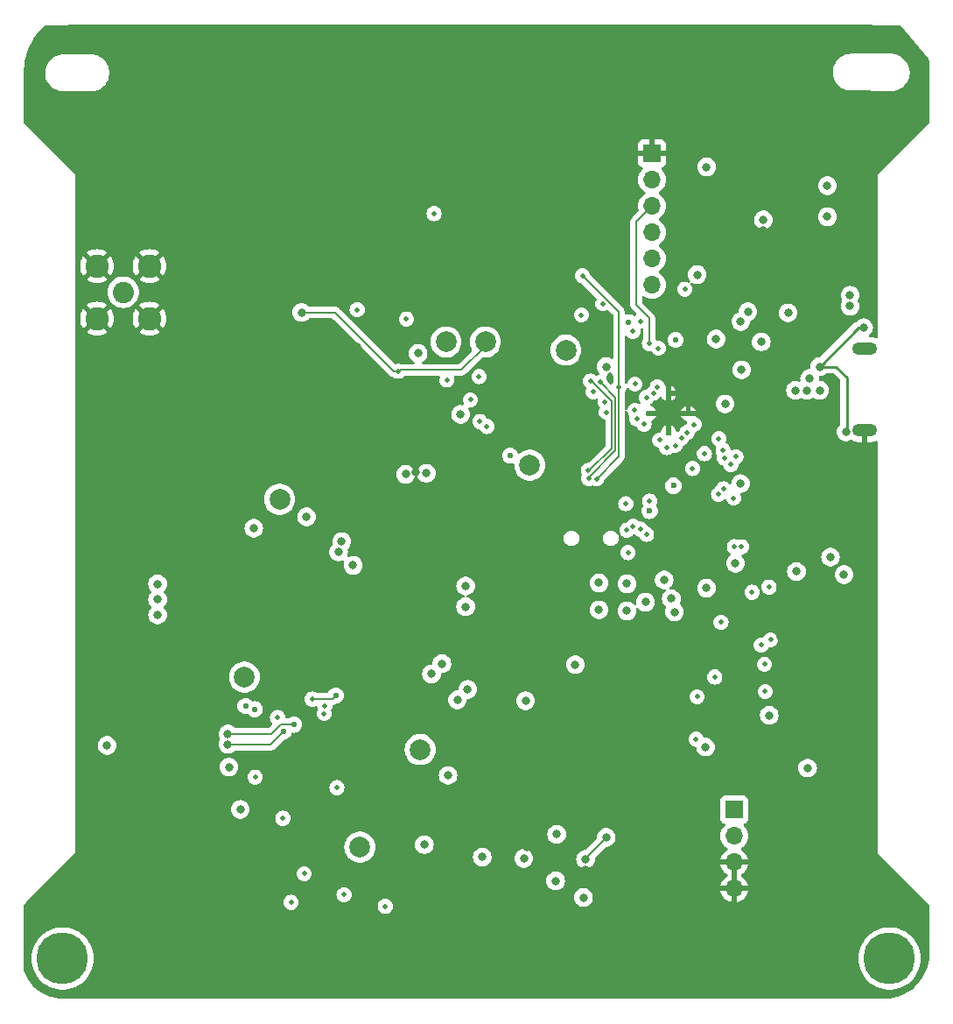
<source format=gbr>
%TF.GenerationSoftware,KiCad,Pcbnew,8.0.3*%
%TF.CreationDate,2024-10-08T19:21:30-07:00*%
%TF.ProjectId,FC_V4c_InspireFly_Special,46435f56-3463-45f4-996e-737069726546,rev?*%
%TF.SameCoordinates,Original*%
%TF.FileFunction,Copper,L2,Inr*%
%TF.FilePolarity,Positive*%
%FSLAX46Y46*%
G04 Gerber Fmt 4.6, Leading zero omitted, Abs format (unit mm)*
G04 Created by KiCad (PCBNEW 8.0.3) date 2024-10-08 19:21:30*
%MOMM*%
%LPD*%
G01*
G04 APERTURE LIST*
%TA.AperFunction,ComponentPad*%
%ADD10C,2.050000*%
%TD*%
%TA.AperFunction,ComponentPad*%
%ADD11C,2.250000*%
%TD*%
%TA.AperFunction,ComponentPad*%
%ADD12C,2.000000*%
%TD*%
%TA.AperFunction,ComponentPad*%
%ADD13C,5.000000*%
%TD*%
%TA.AperFunction,ComponentPad*%
%ADD14R,1.700000X1.700000*%
%TD*%
%TA.AperFunction,ComponentPad*%
%ADD15O,1.700000X1.700000*%
%TD*%
%TA.AperFunction,ComponentPad*%
%ADD16C,0.500000*%
%TD*%
%TA.AperFunction,ComponentPad*%
%ADD17O,2.416000X1.208000*%
%TD*%
%TA.AperFunction,ViaPad*%
%ADD18C,0.600000*%
%TD*%
%TA.AperFunction,ViaPad*%
%ADD19C,0.800000*%
%TD*%
%TA.AperFunction,ViaPad*%
%ADD20C,0.460000*%
%TD*%
%TA.AperFunction,ViaPad*%
%ADD21C,0.560000*%
%TD*%
%TA.AperFunction,Conductor*%
%ADD22C,0.250000*%
%TD*%
%TA.AperFunction,Conductor*%
%ADD23C,0.127000*%
%TD*%
%TA.AperFunction,Conductor*%
%ADD24C,0.152400*%
%TD*%
%TA.AperFunction,Conductor*%
%ADD25C,0.200000*%
%TD*%
G04 APERTURE END LIST*
D10*
%TO.N,RF1_ANT*%
%TO.C,J6*%
X153170000Y-73600000D03*
D11*
%TO.N,GND*%
X150630000Y-71060000D03*
X150630000Y-76140000D03*
X155710000Y-71060000D03*
X155710000Y-76140000D03*
%TD*%
D12*
%TO.N,Net-(U9-RESET)*%
%TO.C,TP3*%
X164900000Y-110800000D03*
%TD*%
%TO.N,Net-(IC3-EVI)*%
%TO.C,TP6*%
X168300000Y-93600000D03*
%TD*%
D13*
%TO.N,N/C*%
%TO.C,H2*%
X227300000Y-138000000D03*
%TD*%
D12*
%TO.N,+5V*%
%TO.C,TP5*%
X181900000Y-117800000D03*
%TD*%
D14*
%TO.N,VBATT*%
%TO.C,J10*%
X212300000Y-123620000D03*
D15*
X212300000Y-126160000D03*
%TO.N,GND*%
X212300000Y-128700000D03*
X212300000Y-131240000D03*
%TD*%
D13*
%TO.N,N/C*%
%TO.C,H1*%
X147300000Y-138000000D03*
%TD*%
D12*
%TO.N,Net-(U9-STBY)*%
%TO.C,TP4*%
X176067500Y-127240000D03*
%TD*%
%TO.N,FC_RESET*%
%TO.C,TP2*%
X192500000Y-90300000D03*
%TD*%
%TO.N,RF1_IO0*%
%TO.C,TP8*%
X188200000Y-78400000D03*
%TD*%
D16*
%TO.N,GND*%
%TO.C,IC1*%
X205930000Y-83400812D03*
X204020812Y-85310000D03*
X207839188Y-85310000D03*
X205930000Y-87219188D03*
%TD*%
D12*
%TO.N,RF1_IO4*%
%TO.C,TP7*%
X184400000Y-78400000D03*
%TD*%
%TO.N,D3*%
%TO.C,TP1*%
X196000000Y-79200000D03*
%TD*%
D17*
%TO.N,GND*%
%TO.C,J8*%
X224920000Y-86970000D03*
%TO.N,N/C*%
X224920000Y-79070000D03*
%TD*%
D14*
%TO.N,GND*%
%TO.C,J3*%
X204330000Y-60190000D03*
D15*
%TO.N,TX*%
X204330000Y-62730000D03*
%TO.N,RX*%
X204330000Y-65270000D03*
%TO.N,SCL1*%
X204330000Y-67810000D03*
%TO.N,SDA1*%
X204330000Y-70350000D03*
%TO.N,3.3V*%
X204330000Y-72890000D03*
%TD*%
D18*
%TO.N,GND*%
X152300000Y-67900000D03*
X152300000Y-68810000D03*
X153930000Y-67800000D03*
X153940000Y-68840000D03*
X152370000Y-64900000D03*
X152500000Y-64100000D03*
X156484216Y-60100000D03*
X155692108Y-60892108D03*
X155000000Y-61600000D03*
X153700000Y-62900000D03*
X153092108Y-63492108D03*
X154400000Y-62200000D03*
X158100000Y-60800000D03*
X157092108Y-61592108D03*
X156400000Y-62300000D03*
X155800000Y-62900000D03*
X155100000Y-63600000D03*
X154492108Y-64192108D03*
D19*
X182000000Y-97000000D03*
X205500001Y-133200000D03*
D20*
X171117500Y-119010000D03*
D19*
X185300000Y-96900000D03*
D20*
X171077500Y-120610000D03*
D19*
X204000000Y-133000000D03*
X161300000Y-102700000D03*
X213300000Y-83200000D03*
X194400000Y-120600000D03*
D18*
X159110000Y-58990000D03*
D19*
X216800000Y-106900000D03*
X193900000Y-60000000D03*
X200500000Y-101600000D03*
D20*
X172267500Y-133070000D03*
D19*
X212700000Y-61900000D03*
D20*
X168667500Y-119030000D03*
D18*
X154000000Y-64900000D03*
D19*
X171400000Y-86100000D03*
D21*
X194100000Y-86800000D03*
D19*
X174000000Y-95100000D03*
X181500000Y-102500000D03*
X175800000Y-78900000D03*
D18*
X164430000Y-59240000D03*
D19*
X161500000Y-91200000D03*
D20*
X175957500Y-130250000D03*
X184610000Y-84030000D03*
X179007500Y-116450000D03*
X200300000Y-81610000D03*
D19*
X197100000Y-121500000D03*
X177400000Y-86500000D03*
X221430000Y-75570000D03*
X209900000Y-75400000D03*
D18*
X153930000Y-65870000D03*
X164550000Y-61340000D03*
D20*
X185227500Y-127480000D03*
D18*
X158020000Y-58980000D03*
D20*
X178027500Y-124640000D03*
D19*
X213390000Y-77840000D03*
X197700000Y-105400000D03*
D18*
X164510000Y-60360000D03*
D19*
X168800000Y-65300000D03*
D20*
X182427500Y-120580000D03*
D19*
X174100000Y-96400000D03*
D20*
X215200000Y-84900000D03*
D19*
X179200000Y-97000000D03*
X222660000Y-96000000D03*
D20*
X189950000Y-85580000D03*
X170877500Y-128520000D03*
X163627500Y-133010000D03*
D19*
X209520000Y-120000000D03*
X177300000Y-107400000D03*
D18*
X153940000Y-66910000D03*
D19*
X216725000Y-69530636D03*
X156500000Y-100300000D03*
X170900000Y-92100000D03*
X218147182Y-70952818D03*
D20*
X167497500Y-128690000D03*
D18*
X210151545Y-91251545D03*
D19*
X191300000Y-119300000D03*
X193625304Y-79900000D03*
X205400000Y-120600000D03*
X220400000Y-84690000D03*
D20*
X205900000Y-77570000D03*
D19*
X181500000Y-91005000D03*
X215100000Y-67600000D03*
D21*
X199373000Y-86198548D03*
D20*
X174197500Y-125740000D03*
D19*
X205400000Y-114000000D03*
X197900000Y-129400000D03*
X205400000Y-107800000D03*
X171300000Y-107800000D03*
D18*
X162580000Y-58200000D03*
D20*
X221800000Y-102500000D03*
D19*
X216700000Y-61900000D03*
X166000000Y-107100000D03*
X218300000Y-60300000D03*
X220700000Y-70800000D03*
D18*
X161280000Y-58230000D03*
D20*
X194100000Y-83500000D03*
D19*
X191300000Y-117800000D03*
D18*
X157200000Y-59300000D03*
D19*
X194700000Y-97100000D03*
X176094166Y-76605834D03*
D20*
X168637500Y-120610000D03*
D18*
X163890000Y-58230000D03*
D19*
X217100000Y-96600000D03*
D20*
X202427913Y-91510000D03*
D19*
X192237347Y-127262653D03*
X206800000Y-76700000D03*
D18*
X159130000Y-60800000D03*
D19*
X189070000Y-95910000D03*
D18*
X160210000Y-58640000D03*
D20*
X188490000Y-83380000D03*
D19*
X166100000Y-86500000D03*
D18*
X152330000Y-66910000D03*
D19*
X220400000Y-87700000D03*
D20*
X212300000Y-87300000D03*
X190080000Y-90960000D03*
D19*
X151500000Y-115300000D03*
X178200000Y-76500000D03*
X161000000Y-96900000D03*
X205100000Y-126200000D03*
D18*
X152330000Y-66000000D03*
D19*
%TO.N,3.3V*%
X182300000Y-127000000D03*
D20*
X168617500Y-124450000D03*
D19*
X201900000Y-104400000D03*
D20*
X184480000Y-82086500D03*
D19*
X217500000Y-75600000D03*
X186300000Y-104000000D03*
D21*
X206600000Y-78200000D03*
D19*
X186300000Y-102000000D03*
X201900000Y-101775000D03*
X151600000Y-117400000D03*
X180500000Y-91200000D03*
X183000000Y-110500000D03*
X199200000Y-104300000D03*
D20*
X169407500Y-132570000D03*
X211335156Y-89612344D03*
X210400000Y-110800000D03*
D19*
X164500000Y-123600000D03*
D21*
X165900000Y-113900000D03*
D19*
X184600000Y-120300000D03*
D21*
X190600000Y-89400000D03*
D19*
X209510000Y-117560000D03*
X165800000Y-96400000D03*
D20*
X178517500Y-132960000D03*
X209400000Y-89210328D03*
D19*
X185500000Y-113000000D03*
X199200000Y-101700000D03*
X222900000Y-100900000D03*
X156500000Y-103300000D03*
X211400000Y-84400000D03*
X181700000Y-79500000D03*
D20*
X188360000Y-86580000D03*
D19*
X170900000Y-95300000D03*
D21*
X202073851Y-76500000D03*
D20*
X202010000Y-98770000D03*
D19*
X184000000Y-109500000D03*
X213000000Y-81100000D03*
D18*
X206400000Y-92300000D03*
D19*
X186500000Y-112000000D03*
X215100000Y-66600000D03*
%TO.N,VBUS*%
X220550000Y-80800000D03*
X223100000Y-87100000D03*
X224800000Y-77030000D03*
D20*
%TO.N,VCC_RF1*%
X211000000Y-105500000D03*
D19*
X182500000Y-91100000D03*
X206500000Y-104500000D03*
D20*
%TO.N,D3*%
X201900000Y-96600000D03*
X199916500Y-85200000D03*
D19*
X208700000Y-71900000D03*
X221300000Y-66300000D03*
D20*
X207500000Y-73300000D03*
%TO.N,ENABLE_BURN {slash} PC*%
X203796738Y-83787000D03*
X210761406Y-93138594D03*
%TO.N,I2C_RESET {slash} VS*%
X202679075Y-82473441D03*
X212226500Y-93500000D03*
%TO.N,ENAB_RF {slash} D2*%
X202500000Y-96200000D03*
X202660000Y-85010000D03*
X208600000Y-116800000D03*
D19*
X219380000Y-119590000D03*
D20*
%TO.N,VBUS_RESET {slash} D4*%
X203200000Y-96500000D03*
X202849500Y-85860738D03*
D19*
%TO.N,BURN_RELAY_A {slash} D5*%
X215670000Y-114500000D03*
D20*
X203800000Y-97000000D03*
X208700000Y-112700000D03*
X203550000Y-86350000D03*
%TO.N,D6*%
X215280000Y-112190000D03*
X214900000Y-107700000D03*
%TO.N,D8*%
X215210000Y-109560000D03*
X215800000Y-107200000D03*
%TO.N,SPI0_CS1*%
X172616007Y-114327687D03*
X208417107Y-86382893D03*
X204087000Y-93800000D03*
D19*
X163400000Y-119500000D03*
D20*
%TO.N,D9*%
X215647500Y-102100000D03*
X214006500Y-102600000D03*
%TO.N,TX*%
X204950000Y-79020000D03*
%TO.N,RX*%
X204070000Y-78550000D03*
%TO.N,SPI0_CS2*%
X210793500Y-87760145D03*
X201790003Y-94040119D03*
X168100000Y-114700000D03*
X172672887Y-113572891D03*
%TO.N,SDA1*%
X203210000Y-76390000D03*
X186770000Y-84000000D03*
D19*
X174300000Y-97700000D03*
X185800000Y-85400000D03*
D20*
%TO.N,SCL1*%
X187678042Y-86101958D03*
D19*
X174000000Y-98700000D03*
D20*
X187600000Y-81760000D03*
X202475000Y-77375000D03*
%TO.N,SDA0*%
X212454906Y-89500000D03*
X204850522Y-82754243D03*
X213000000Y-98200000D03*
%TO.N,SCL0*%
X211961406Y-90238594D03*
X204462067Y-83351099D03*
X212300000Y-98200000D03*
D19*
%TO.N,D0*%
X156500000Y-104800000D03*
D18*
X204098591Y-94722149D03*
D20*
X211200000Y-88900000D03*
D19*
X203700000Y-103552000D03*
%TO.N,FC_RESET*%
X221300000Y-63300000D03*
D20*
X199574500Y-74700000D03*
D19*
X156500000Y-101800000D03*
D20*
X197500000Y-75800000D03*
D19*
X209600000Y-61500000D03*
D20*
%TO.N,SWCLK*%
X205044501Y-87897613D03*
%TO.N,SWDIO*%
X205760000Y-88610000D03*
%TO.N,SPI0_MISO*%
X201127420Y-82797802D03*
X198969818Y-91630182D03*
D21*
X173722995Y-112593495D03*
D20*
X197600000Y-72001499D03*
X171457500Y-112930000D03*
%TO.N,SPI0_CS0*%
X183240000Y-66001499D03*
X180570000Y-76200000D03*
D19*
%TO.N,SPI0_SCK*%
X163300000Y-116300000D03*
D20*
X199292286Y-82307714D03*
X198200000Y-91600000D03*
D21*
X169700000Y-115400000D03*
%TO.N,SPI0_MOSI*%
X168719166Y-116019166D03*
D20*
X198167044Y-90827408D03*
D19*
X163300000Y-117300003D03*
D20*
X198371758Y-82190609D03*
%TO.N,RF1_RST*%
X206570000Y-88420000D03*
D19*
X199900000Y-80800000D03*
D20*
%TO.N,WDT_WDI*%
X208261406Y-90638594D03*
D19*
X205500000Y-101400000D03*
D20*
%TO.N,RF1_IO4*%
X198640000Y-83210000D03*
X175800000Y-75300000D03*
X207168321Y-87727200D03*
D19*
%TO.N,RF1_IO0*%
X170439847Y-75560153D03*
D20*
X207730000Y-87140000D03*
X199794371Y-84205629D03*
X179790000Y-81240000D03*
%TO.N,NEOPIX*%
X211239500Y-92600000D03*
D19*
X221600000Y-99200000D03*
%TO.N,/QSPI_DATA[3]*%
X210527330Y-78127330D03*
X213600000Y-75500000D03*
%TO.N,/QSPI_DATA[0]*%
X212900000Y-76423800D03*
X214900000Y-78400000D03*
%TO.N,RTC_INT*%
X212400000Y-99800000D03*
X212890000Y-92100000D03*
X206200000Y-103225000D03*
X175400000Y-100000000D03*
X209600000Y-102200000D03*
%TO.N,/WDT-VIN*%
X195000000Y-130500000D03*
X199900000Y-126300000D03*
X197900001Y-128400000D03*
X187899999Y-128200001D03*
%TO.N,USB_D-*%
X223489169Y-74945000D03*
X218210000Y-83080000D03*
X219580000Y-81940000D03*
%TO.N,USB_D+*%
X219320000Y-83080000D03*
X220550000Y-83090000D03*
X223489169Y-73895000D03*
D20*
%TO.N,CANL*%
X170677500Y-129800000D03*
X174537500Y-131840000D03*
D21*
%TO.N,Net-(U9-RESET)*%
X165000000Y-113600000D03*
D20*
%TO.N,TXCAN*%
X165928750Y-120471250D03*
X173847500Y-121480000D03*
D19*
%TO.N,Net-(JP2-A)*%
X192100000Y-113100000D03*
X191928663Y-128320001D03*
%TO.N,Net-(JP11-B)*%
X218300000Y-100600000D03*
%TO.N,VBATT*%
X196900000Y-109600000D03*
%TO.N,/WDT-VP*%
X195100000Y-126000000D03*
X197700000Y-132100000D03*
%TD*%
D22*
%TO.N,VBUS*%
X224800000Y-77030000D02*
X224320000Y-77030000D01*
X223170000Y-81830000D02*
X222140000Y-80800000D01*
X222140000Y-80800000D02*
X220550000Y-80800000D01*
X223170000Y-87030000D02*
X223170000Y-81830000D01*
X223100000Y-87100000D02*
X223170000Y-87030000D01*
X224320000Y-77030000D02*
X220550000Y-80800000D01*
D23*
%TO.N,RX*%
X202790000Y-74830000D02*
X202790000Y-66810000D01*
X204070000Y-76110000D02*
X202790000Y-74830000D01*
X204070000Y-78550000D02*
X204070000Y-76110000D01*
X202790000Y-66810000D02*
X204330000Y-65270000D01*
%TO.N,SPI0_MISO*%
X198969818Y-91630182D02*
X198979818Y-91630182D01*
X173722995Y-112593495D02*
X173386490Y-112930000D01*
X201127420Y-89482580D02*
X201127420Y-82797802D01*
X198979818Y-91630182D02*
X201127420Y-89482580D01*
X173386490Y-112930000D02*
X171457500Y-112930000D01*
X201127420Y-75528919D02*
X201127420Y-82797802D01*
X197600000Y-72001499D02*
X201127420Y-75528919D01*
%TO.N,SPI0_SCK*%
X198200000Y-91492367D02*
X200800420Y-88891947D01*
D24*
X167500000Y-116300000D02*
X163300000Y-116300000D01*
X169700000Y-115400000D02*
X168400000Y-115400000D01*
X168400000Y-115400000D02*
X167500000Y-116300000D01*
D23*
X198200000Y-91600000D02*
X198200000Y-91492367D01*
X200800420Y-83815848D02*
X199292286Y-82307714D01*
X200800420Y-88891947D02*
X200800420Y-83815848D01*
%TO.N,SPI0_MOSI*%
X200410000Y-84123343D02*
X200410000Y-88666130D01*
X198371758Y-82190609D02*
X198477266Y-82190609D01*
X198371758Y-82190609D02*
X198379391Y-82190609D01*
X198248722Y-90827408D02*
X200410000Y-88666130D01*
X198167044Y-90827408D02*
X198248722Y-90827408D01*
X198477266Y-82190609D02*
X200410000Y-84123343D01*
D24*
X163300000Y-117300003D02*
X167438329Y-117300003D01*
X167438329Y-117300003D02*
X168719166Y-116019166D01*
D23*
X198379391Y-82190609D02*
X198400000Y-82170000D01*
%TO.N,RF1_IO0*%
X185900000Y-81100000D02*
X188200000Y-78800000D01*
X188200000Y-78800000D02*
X188200000Y-78400000D01*
X179340000Y-81240000D02*
X179790000Y-81240000D01*
X170439847Y-75560153D02*
X173660153Y-75560153D01*
X173660153Y-75560153D02*
X179340000Y-81240000D01*
X179790000Y-81240000D02*
X179930000Y-81100000D01*
X179930000Y-81100000D02*
X185900000Y-81100000D01*
D25*
%TO.N,/WDT-VIN*%
X197900001Y-128299999D02*
X199900000Y-126300000D01*
X197900001Y-128400000D02*
X197900001Y-128299999D01*
%TD*%
%TA.AperFunction,Conductor*%
%TO.N,GND*%
G36*
X212550000Y-130806988D02*
G01*
X212492993Y-130774075D01*
X212365826Y-130740000D01*
X212234174Y-130740000D01*
X212107007Y-130774075D01*
X212050000Y-130806988D01*
X212050000Y-129133012D01*
X212107007Y-129165925D01*
X212234174Y-129200000D01*
X212365826Y-129200000D01*
X212492993Y-129165925D01*
X212550000Y-129133012D01*
X212550000Y-130806988D01*
G37*
%TD.AperFunction*%
%TA.AperFunction,Conductor*%
G36*
X200500392Y-81566465D02*
G01*
X200549088Y-81616570D01*
X200563420Y-81674439D01*
X200563420Y-82286641D01*
X200544414Y-82352612D01*
X200469080Y-82472507D01*
X200416746Y-82518799D01*
X200347693Y-82529448D01*
X200283844Y-82501073D01*
X200276405Y-82494217D01*
X200050153Y-82267965D01*
X200016668Y-82206642D01*
X200014615Y-82194181D01*
X200008977Y-82144134D01*
X200008976Y-82144131D01*
X200008975Y-82144126D01*
X199954612Y-81988765D01*
X199954606Y-81988753D01*
X199892852Y-81890471D01*
X199873852Y-81823234D01*
X199894220Y-81756399D01*
X199947488Y-81711186D01*
X199988319Y-81702521D01*
X199988178Y-81701180D01*
X199994644Y-81700500D01*
X199994646Y-81700500D01*
X200179803Y-81661144D01*
X200352730Y-81584151D01*
X200366532Y-81574122D01*
X200432338Y-81550641D01*
X200500392Y-81566465D01*
G37*
%TD.AperFunction*%
%TA.AperFunction,Conductor*%
G36*
X228288992Y-47778802D02*
G01*
X228355977Y-47798672D01*
X228384059Y-47823599D01*
X231057452Y-51044082D01*
X231114110Y-51112334D01*
X231141784Y-51176490D01*
X231142700Y-51191536D01*
X231142700Y-57245588D01*
X231123015Y-57312627D01*
X231106381Y-57333269D01*
X226200025Y-62239624D01*
X226200024Y-62239625D01*
X226169500Y-62313316D01*
X226169500Y-77956939D01*
X226149815Y-78023978D01*
X226097011Y-78069733D01*
X226027853Y-78079677D01*
X225989206Y-78067424D01*
X225947981Y-78046419D01*
X225782641Y-77992697D01*
X225653854Y-77972299D01*
X225610926Y-77965500D01*
X225610925Y-77965500D01*
X225426049Y-77965500D01*
X225359010Y-77945815D01*
X225313255Y-77893011D01*
X225303311Y-77823853D01*
X225332336Y-77760297D01*
X225353164Y-77741182D01*
X225372531Y-77727111D01*
X225405871Y-77702888D01*
X225532533Y-77562216D01*
X225627179Y-77398284D01*
X225685674Y-77218256D01*
X225705460Y-77030000D01*
X225685674Y-76841744D01*
X225627179Y-76661716D01*
X225532533Y-76497784D01*
X225405871Y-76357112D01*
X225405870Y-76357111D01*
X225252734Y-76245851D01*
X225252729Y-76245848D01*
X225079807Y-76168857D01*
X225079802Y-76168855D01*
X224934001Y-76137865D01*
X224894646Y-76129500D01*
X224705354Y-76129500D01*
X224672897Y-76136398D01*
X224520197Y-76168855D01*
X224520192Y-76168857D01*
X224347270Y-76245848D01*
X224347265Y-76245851D01*
X224194131Y-76357110D01*
X224194128Y-76357112D01*
X224143992Y-76412793D01*
X224099295Y-76444381D01*
X224023718Y-76475685D01*
X224023714Y-76475687D01*
X223996978Y-76493553D01*
X223983078Y-76502841D01*
X223921268Y-76544140D01*
X223877705Y-76587703D01*
X223834142Y-76631267D01*
X223834139Y-76631270D01*
X220602229Y-79863181D01*
X220540906Y-79896666D01*
X220514548Y-79899500D01*
X220455354Y-79899500D01*
X220422897Y-79906398D01*
X220270197Y-79938855D01*
X220270192Y-79938857D01*
X220097270Y-80015848D01*
X220097265Y-80015851D01*
X219944129Y-80127111D01*
X219817466Y-80267785D01*
X219722821Y-80431715D01*
X219722818Y-80431722D01*
X219664327Y-80611740D01*
X219664326Y-80611744D01*
X219653127Y-80718297D01*
X219644540Y-80800000D01*
X219655317Y-80902539D01*
X219642747Y-80971269D01*
X219595015Y-81022292D01*
X219531996Y-81039500D01*
X219485354Y-81039500D01*
X219467434Y-81043309D01*
X219300197Y-81078855D01*
X219300192Y-81078857D01*
X219127270Y-81155848D01*
X219127265Y-81155851D01*
X218974129Y-81267111D01*
X218847466Y-81407785D01*
X218752821Y-81571715D01*
X218752821Y-81571716D01*
X218694735Y-81750486D01*
X218694326Y-81751744D01*
X218674540Y-81940000D01*
X218690507Y-82091921D01*
X218691907Y-82105236D01*
X218679337Y-82173965D01*
X218631605Y-82224989D01*
X218563865Y-82242107D01*
X218518151Y-82231477D01*
X218489802Y-82218855D01*
X218344001Y-82187865D01*
X218304646Y-82179500D01*
X218115354Y-82179500D01*
X218082897Y-82186398D01*
X217930197Y-82218855D01*
X217930192Y-82218857D01*
X217757270Y-82295848D01*
X217757265Y-82295851D01*
X217604129Y-82407111D01*
X217477466Y-82547785D01*
X217382821Y-82711715D01*
X217382818Y-82711722D01*
X217324327Y-82891740D01*
X217324326Y-82891744D01*
X217304540Y-83080000D01*
X217324326Y-83268256D01*
X217324327Y-83268259D01*
X217382818Y-83448277D01*
X217382821Y-83448284D01*
X217477467Y-83612216D01*
X217539442Y-83681046D01*
X217604129Y-83752888D01*
X217757265Y-83864148D01*
X217757270Y-83864151D01*
X217930192Y-83941142D01*
X217930197Y-83941144D01*
X218115354Y-83980500D01*
X218115355Y-83980500D01*
X218304644Y-83980500D01*
X218304646Y-83980500D01*
X218489803Y-83941144D01*
X218662730Y-83864151D01*
X218692114Y-83842801D01*
X218757921Y-83819322D01*
X218825975Y-83835147D01*
X218837886Y-83842802D01*
X218867271Y-83864152D01*
X219040192Y-83941142D01*
X219040197Y-83941144D01*
X219225354Y-83980500D01*
X219225355Y-83980500D01*
X219414644Y-83980500D01*
X219414646Y-83980500D01*
X219599803Y-83941144D01*
X219772730Y-83864151D01*
X219855234Y-83804208D01*
X219921038Y-83780729D01*
X219989092Y-83796554D01*
X220000992Y-83804201D01*
X220054122Y-83842802D01*
X220097270Y-83874151D01*
X220270192Y-83951142D01*
X220270197Y-83951144D01*
X220455354Y-83990500D01*
X220455355Y-83990500D01*
X220644644Y-83990500D01*
X220644646Y-83990500D01*
X220829803Y-83951144D01*
X221002730Y-83874151D01*
X221155871Y-83762888D01*
X221282533Y-83622216D01*
X221377179Y-83458284D01*
X221435674Y-83278256D01*
X221455460Y-83090000D01*
X221435674Y-82901744D01*
X221377179Y-82721716D01*
X221282533Y-82557784D01*
X221155871Y-82417112D01*
X221155870Y-82417111D01*
X221002734Y-82305851D01*
X221002729Y-82305848D01*
X220829807Y-82228857D01*
X220829802Y-82228855D01*
X220666593Y-82194165D01*
X220644646Y-82189500D01*
X220596952Y-82189500D01*
X220529913Y-82169815D01*
X220484158Y-82117011D01*
X220473631Y-82052542D01*
X220485460Y-81940000D01*
X220474682Y-81837458D01*
X220487251Y-81768732D01*
X220534983Y-81717708D01*
X220598003Y-81700500D01*
X220644644Y-81700500D01*
X220644646Y-81700500D01*
X220829803Y-81661144D01*
X221002730Y-81584151D01*
X221155871Y-81472888D01*
X221158788Y-81469647D01*
X221161600Y-81466526D01*
X221221087Y-81429879D01*
X221253748Y-81425500D01*
X221829548Y-81425500D01*
X221896587Y-81445185D01*
X221917229Y-81461819D01*
X222508181Y-82052771D01*
X222541666Y-82114094D01*
X222544500Y-82140452D01*
X222544500Y-86327334D01*
X222524815Y-86394373D01*
X222498487Y-86422251D01*
X222498953Y-86422769D01*
X222494123Y-86427116D01*
X222367466Y-86567785D01*
X222272821Y-86731715D01*
X222272818Y-86731722D01*
X222214327Y-86911740D01*
X222214326Y-86911744D01*
X222194540Y-87100000D01*
X222214326Y-87288256D01*
X222214327Y-87288259D01*
X222272818Y-87468277D01*
X222272821Y-87468284D01*
X222367467Y-87632216D01*
X222428451Y-87699945D01*
X222494129Y-87772888D01*
X222647265Y-87884148D01*
X222647270Y-87884151D01*
X222820192Y-87961142D01*
X222820197Y-87961144D01*
X223005354Y-88000500D01*
X223005355Y-88000500D01*
X223194644Y-88000500D01*
X223194646Y-88000500D01*
X223379803Y-87961144D01*
X223552730Y-87884151D01*
X223552738Y-87884144D01*
X223558357Y-87880902D01*
X223559175Y-87882320D01*
X223617257Y-87861586D01*
X223685313Y-87877400D01*
X223697242Y-87885065D01*
X223737377Y-87914225D01*
X223892206Y-87993115D01*
X224057478Y-88046816D01*
X224229108Y-88074000D01*
X224670000Y-88074000D01*
X224670000Y-87320000D01*
X225170000Y-87320000D01*
X225170000Y-88074000D01*
X225610892Y-88074000D01*
X225782521Y-88046816D01*
X225947795Y-87993114D01*
X225989204Y-87972015D01*
X226057873Y-87959118D01*
X226122614Y-87985394D01*
X226162871Y-88042499D01*
X226169500Y-88082499D01*
X226169500Y-127776683D01*
X226200024Y-127850374D01*
X231106381Y-132756731D01*
X231139866Y-132818054D01*
X231142700Y-132844412D01*
X231142700Y-138046741D01*
X231140771Y-138068529D01*
X231077299Y-138424135D01*
X231074945Y-138434656D01*
X230976741Y-138798544D01*
X230973482Y-138808820D01*
X230844045Y-139162797D01*
X230839906Y-139172751D01*
X230680211Y-139514151D01*
X230675223Y-139523708D01*
X230486480Y-139849943D01*
X230480681Y-139859031D01*
X230264316Y-140167639D01*
X230257750Y-140176189D01*
X230015386Y-140464852D01*
X230008101Y-140472799D01*
X229741599Y-140739301D01*
X229733652Y-140746586D01*
X229444989Y-140988950D01*
X229436439Y-140995516D01*
X229127831Y-141211881D01*
X229118743Y-141217680D01*
X228792508Y-141406423D01*
X228782951Y-141411411D01*
X228441551Y-141571106D01*
X228431597Y-141575245D01*
X228077620Y-141704682D01*
X228067344Y-141707941D01*
X227703456Y-141806145D01*
X227692935Y-141808499D01*
X227337329Y-141871971D01*
X227315541Y-141873900D01*
X147394490Y-141873900D01*
X147387098Y-141873227D01*
X147343153Y-141873878D01*
X147337326Y-141873828D01*
X146980930Y-141862350D01*
X146969309Y-141861427D01*
X146618481Y-141816901D01*
X146606997Y-141814891D01*
X146261902Y-141737616D01*
X146250659Y-141734537D01*
X146158830Y-141704682D01*
X145914340Y-141625194D01*
X145903440Y-141621074D01*
X145741158Y-141550852D01*
X145578882Y-141480632D01*
X145568413Y-141475505D01*
X145258472Y-141305202D01*
X145248530Y-141299114D01*
X144955953Y-141100457D01*
X144946628Y-141093463D01*
X144687445Y-140879319D01*
X144674002Y-140868212D01*
X144665375Y-140860374D01*
X144415102Y-140610509D01*
X144407249Y-140601894D01*
X144181553Y-140329638D01*
X144174543Y-140320323D01*
X143975410Y-140028071D01*
X143969306Y-140018139D01*
X143798503Y-139708488D01*
X143793358Y-139698027D01*
X143713435Y-139514151D01*
X143652378Y-139373678D01*
X143648247Y-139362800D01*
X143558809Y-139089228D01*
X143549839Y-139061789D01*
X143543700Y-139023257D01*
X143543700Y-137999996D01*
X144294415Y-137999996D01*
X144294415Y-138000003D01*
X144314738Y-138348927D01*
X144314739Y-138348938D01*
X144375428Y-138693127D01*
X144375430Y-138693134D01*
X144475674Y-139027972D01*
X144614107Y-139348895D01*
X144614113Y-139348908D01*
X144788870Y-139651597D01*
X144997584Y-139931949D01*
X144997589Y-139931955D01*
X145063576Y-140001896D01*
X145237442Y-140186183D01*
X145397304Y-140320323D01*
X145505186Y-140410847D01*
X145505194Y-140410853D01*
X145797203Y-140602911D01*
X145797207Y-140602913D01*
X146109549Y-140759777D01*
X146437989Y-140879319D01*
X146778086Y-140959923D01*
X147125241Y-141000500D01*
X147125248Y-141000500D01*
X147474752Y-141000500D01*
X147474759Y-141000500D01*
X147821914Y-140959923D01*
X148162011Y-140879319D01*
X148490451Y-140759777D01*
X148802793Y-140602913D01*
X149094811Y-140410849D01*
X149362558Y-140186183D01*
X149602412Y-139931953D01*
X149811130Y-139651596D01*
X149985889Y-139348904D01*
X150124326Y-139027971D01*
X150224569Y-138693136D01*
X150285262Y-138348927D01*
X150305585Y-138000000D01*
X150305585Y-137999996D01*
X224294415Y-137999996D01*
X224294415Y-138000003D01*
X224314738Y-138348927D01*
X224314739Y-138348938D01*
X224375428Y-138693127D01*
X224375430Y-138693134D01*
X224475674Y-139027972D01*
X224614107Y-139348895D01*
X224614113Y-139348908D01*
X224788870Y-139651597D01*
X224997584Y-139931949D01*
X224997589Y-139931955D01*
X225063576Y-140001896D01*
X225237442Y-140186183D01*
X225397304Y-140320323D01*
X225505186Y-140410847D01*
X225505194Y-140410853D01*
X225797203Y-140602911D01*
X225797207Y-140602913D01*
X226109549Y-140759777D01*
X226437989Y-140879319D01*
X226778086Y-140959923D01*
X227125241Y-141000500D01*
X227125248Y-141000500D01*
X227474752Y-141000500D01*
X227474759Y-141000500D01*
X227821914Y-140959923D01*
X228162011Y-140879319D01*
X228490451Y-140759777D01*
X228802793Y-140602913D01*
X229094811Y-140410849D01*
X229362558Y-140186183D01*
X229602412Y-139931953D01*
X229811130Y-139651596D01*
X229985889Y-139348904D01*
X230124326Y-139027971D01*
X230224569Y-138693136D01*
X230285262Y-138348927D01*
X230305585Y-138000000D01*
X230285262Y-137651073D01*
X230285260Y-137651061D01*
X230224571Y-137306872D01*
X230224569Y-137306865D01*
X230124325Y-136972027D01*
X229985892Y-136651104D01*
X229985889Y-136651096D01*
X229811130Y-136348404D01*
X229811129Y-136348402D01*
X229602415Y-136068050D01*
X229602410Y-136068044D01*
X229486433Y-135945117D01*
X229362558Y-135813817D01*
X229214488Y-135689572D01*
X229094813Y-135589152D01*
X229094805Y-135589146D01*
X228802796Y-135397088D01*
X228490458Y-135240226D01*
X228490452Y-135240223D01*
X228162012Y-135120681D01*
X228162009Y-135120680D01*
X227821915Y-135040077D01*
X227778519Y-135035004D01*
X227474759Y-134999500D01*
X227125241Y-134999500D01*
X226821480Y-135035004D01*
X226778085Y-135040077D01*
X226778083Y-135040077D01*
X226437990Y-135120680D01*
X226437987Y-135120681D01*
X226109547Y-135240223D01*
X226109541Y-135240226D01*
X225797203Y-135397088D01*
X225505194Y-135589146D01*
X225505186Y-135589152D01*
X225237442Y-135813817D01*
X225237440Y-135813819D01*
X224997589Y-136068044D01*
X224997584Y-136068050D01*
X224788870Y-136348402D01*
X224614113Y-136651091D01*
X224614107Y-136651104D01*
X224475674Y-136972027D01*
X224375430Y-137306865D01*
X224375428Y-137306872D01*
X224314739Y-137651061D01*
X224314738Y-137651072D01*
X224294415Y-137999996D01*
X150305585Y-137999996D01*
X150285262Y-137651073D01*
X150285260Y-137651061D01*
X150224571Y-137306872D01*
X150224569Y-137306865D01*
X150124325Y-136972027D01*
X149985892Y-136651104D01*
X149985889Y-136651096D01*
X149811130Y-136348404D01*
X149811129Y-136348402D01*
X149602415Y-136068050D01*
X149602410Y-136068044D01*
X149486433Y-135945117D01*
X149362558Y-135813817D01*
X149214488Y-135689572D01*
X149094813Y-135589152D01*
X149094805Y-135589146D01*
X148802796Y-135397088D01*
X148490458Y-135240226D01*
X148490452Y-135240223D01*
X148162012Y-135120681D01*
X148162009Y-135120680D01*
X147821915Y-135040077D01*
X147778519Y-135035004D01*
X147474759Y-134999500D01*
X147125241Y-134999500D01*
X146821480Y-135035004D01*
X146778085Y-135040077D01*
X146778083Y-135040077D01*
X146437990Y-135120680D01*
X146437987Y-135120681D01*
X146109547Y-135240223D01*
X146109541Y-135240226D01*
X145797203Y-135397088D01*
X145505194Y-135589146D01*
X145505186Y-135589152D01*
X145237442Y-135813817D01*
X145237440Y-135813819D01*
X144997589Y-136068044D01*
X144997584Y-136068050D01*
X144788870Y-136348402D01*
X144614113Y-136651091D01*
X144614107Y-136651104D01*
X144475674Y-136972027D01*
X144375430Y-137306865D01*
X144375428Y-137306872D01*
X144314739Y-137651061D01*
X144314738Y-137651072D01*
X144294415Y-137999996D01*
X143543700Y-137999996D01*
X143543700Y-132844412D01*
X143563385Y-132777373D01*
X143580019Y-132756731D01*
X143766754Y-132569996D01*
X168672378Y-132569996D01*
X168672378Y-132570003D01*
X168690807Y-132733574D01*
X168745176Y-132888953D01*
X168745177Y-132888955D01*
X168745178Y-132888957D01*
X168832758Y-133028341D01*
X168949159Y-133144742D01*
X169088543Y-133232322D01*
X169243920Y-133286691D01*
X169243923Y-133286691D01*
X169243925Y-133286692D01*
X169407496Y-133305122D01*
X169407500Y-133305122D01*
X169407504Y-133305122D01*
X169571074Y-133286692D01*
X169571075Y-133286691D01*
X169571080Y-133286691D01*
X169726457Y-133232322D01*
X169865841Y-133144742D01*
X169982242Y-133028341D01*
X170025186Y-132959996D01*
X177782378Y-132959996D01*
X177782378Y-132960003D01*
X177800807Y-133123574D01*
X177855176Y-133278953D01*
X177855177Y-133278955D01*
X177855178Y-133278957D01*
X177942758Y-133418341D01*
X178059159Y-133534742D01*
X178198543Y-133622322D01*
X178353920Y-133676691D01*
X178353923Y-133676691D01*
X178353925Y-133676692D01*
X178517496Y-133695122D01*
X178517500Y-133695122D01*
X178517504Y-133695122D01*
X178681074Y-133676692D01*
X178681075Y-133676691D01*
X178681080Y-133676691D01*
X178836457Y-133622322D01*
X178975841Y-133534742D01*
X179092242Y-133418341D01*
X179179822Y-133278957D01*
X179234191Y-133123580D01*
X179252493Y-132961144D01*
X179252622Y-132960003D01*
X179252622Y-132959996D01*
X179234192Y-132796425D01*
X179234191Y-132796423D01*
X179234191Y-132796420D01*
X179179822Y-132641043D01*
X179092242Y-132501659D01*
X178975841Y-132385258D01*
X178836457Y-132297678D01*
X178836456Y-132297677D01*
X178836455Y-132297677D01*
X178836453Y-132297676D01*
X178681074Y-132243307D01*
X178517504Y-132224878D01*
X178517496Y-132224878D01*
X178353925Y-132243307D01*
X178198546Y-132297676D01*
X178198544Y-132297677D01*
X178059158Y-132385258D01*
X177942758Y-132501658D01*
X177855177Y-132641044D01*
X177855176Y-132641046D01*
X177800807Y-132796425D01*
X177782378Y-132959996D01*
X170025186Y-132959996D01*
X170069822Y-132888957D01*
X170124191Y-132733580D01*
X170124192Y-132733574D01*
X170142622Y-132570003D01*
X170142622Y-132569996D01*
X170124192Y-132406425D01*
X170124191Y-132406423D01*
X170124191Y-132406420D01*
X170069822Y-132251043D01*
X169982242Y-132111659D01*
X169865841Y-131995258D01*
X169726457Y-131907678D01*
X169726456Y-131907677D01*
X169726455Y-131907677D01*
X169726453Y-131907676D01*
X169571074Y-131853307D01*
X169452930Y-131839996D01*
X173802378Y-131839996D01*
X173802378Y-131840003D01*
X173820807Y-132003574D01*
X173875176Y-132158953D01*
X173875177Y-132158955D01*
X173875178Y-132158957D01*
X173962758Y-132298341D01*
X174079159Y-132414742D01*
X174218543Y-132502322D01*
X174373920Y-132556691D01*
X174373923Y-132556691D01*
X174373925Y-132556692D01*
X174537496Y-132575122D01*
X174537500Y-132575122D01*
X174537504Y-132575122D01*
X174701074Y-132556692D01*
X174701075Y-132556691D01*
X174701080Y-132556691D01*
X174856457Y-132502322D01*
X174995841Y-132414742D01*
X175112242Y-132298341D01*
X175199822Y-132158957D01*
X175220452Y-132100000D01*
X196794540Y-132100000D01*
X196814326Y-132288256D01*
X196814327Y-132288259D01*
X196872818Y-132468277D01*
X196872821Y-132468284D01*
X196967467Y-132632216D01*
X197058736Y-132733580D01*
X197094129Y-132772888D01*
X197247265Y-132884148D01*
X197247270Y-132884151D01*
X197420192Y-132961142D01*
X197420197Y-132961144D01*
X197605354Y-133000500D01*
X197605355Y-133000500D01*
X197794644Y-133000500D01*
X197794646Y-133000500D01*
X197979803Y-132961144D01*
X198152730Y-132884151D01*
X198305871Y-132772888D01*
X198432533Y-132632216D01*
X198527179Y-132468284D01*
X198585674Y-132288256D01*
X198605460Y-132100000D01*
X198585674Y-131911744D01*
X198527179Y-131731716D01*
X198432533Y-131567784D01*
X198305871Y-131427112D01*
X198269243Y-131400500D01*
X198152734Y-131315851D01*
X198152729Y-131315848D01*
X197979807Y-131238857D01*
X197979802Y-131238855D01*
X197834001Y-131207865D01*
X197794646Y-131199500D01*
X197605354Y-131199500D01*
X197572897Y-131206398D01*
X197420197Y-131238855D01*
X197420192Y-131238857D01*
X197247270Y-131315848D01*
X197247265Y-131315851D01*
X197094129Y-131427111D01*
X196967466Y-131567785D01*
X196872821Y-131731715D01*
X196872818Y-131731722D01*
X196815647Y-131907677D01*
X196814326Y-131911744D01*
X196794540Y-132100000D01*
X175220452Y-132100000D01*
X175254191Y-132003580D01*
X175263881Y-131917578D01*
X175272622Y-131840003D01*
X175272622Y-131839996D01*
X175254192Y-131676425D01*
X175254191Y-131676423D01*
X175254191Y-131676420D01*
X175199822Y-131521043D01*
X175112242Y-131381659D01*
X174995841Y-131265258D01*
X174856457Y-131177678D01*
X174856456Y-131177677D01*
X174856455Y-131177677D01*
X174856453Y-131177676D01*
X174701074Y-131123307D01*
X174537504Y-131104878D01*
X174537496Y-131104878D01*
X174373925Y-131123307D01*
X174218546Y-131177676D01*
X174218544Y-131177677D01*
X174079158Y-131265258D01*
X173962758Y-131381658D01*
X173875177Y-131521044D01*
X173875176Y-131521046D01*
X173820807Y-131676425D01*
X173802378Y-131839996D01*
X169452930Y-131839996D01*
X169407504Y-131834878D01*
X169407496Y-131834878D01*
X169243925Y-131853307D01*
X169088546Y-131907676D01*
X169088544Y-131907677D01*
X168949158Y-131995258D01*
X168832758Y-132111658D01*
X168745177Y-132251044D01*
X168745176Y-132251046D01*
X168690807Y-132406425D01*
X168672378Y-132569996D01*
X143766754Y-132569996D01*
X146025010Y-130311740D01*
X146536754Y-129799996D01*
X169942378Y-129799996D01*
X169942378Y-129800003D01*
X169960807Y-129963574D01*
X170015176Y-130118953D01*
X170015177Y-130118955D01*
X170015178Y-130118957D01*
X170102758Y-130258341D01*
X170219159Y-130374742D01*
X170358543Y-130462322D01*
X170513920Y-130516691D01*
X170513923Y-130516691D01*
X170513925Y-130516692D01*
X170677496Y-130535122D01*
X170677500Y-130535122D01*
X170677504Y-130535122D01*
X170841074Y-130516692D01*
X170841075Y-130516691D01*
X170841080Y-130516691D01*
X170888780Y-130500000D01*
X194094540Y-130500000D01*
X194114326Y-130688256D01*
X194114327Y-130688259D01*
X194172818Y-130868277D01*
X194172821Y-130868284D01*
X194267467Y-131032216D01*
X194349486Y-131123307D01*
X194394129Y-131172888D01*
X194547265Y-131284148D01*
X194547270Y-131284151D01*
X194720192Y-131361142D01*
X194720197Y-131361144D01*
X194905354Y-131400500D01*
X194905355Y-131400500D01*
X195094644Y-131400500D01*
X195094646Y-131400500D01*
X195279803Y-131361144D01*
X195452730Y-131284151D01*
X195605871Y-131172888D01*
X195732533Y-131032216D01*
X195827179Y-130868284D01*
X195885674Y-130688256D01*
X195905460Y-130500000D01*
X195885674Y-130311744D01*
X195827179Y-130131716D01*
X195732533Y-129967784D01*
X195605871Y-129827112D01*
X195568559Y-129800003D01*
X195452734Y-129715851D01*
X195452729Y-129715848D01*
X195279807Y-129638857D01*
X195279802Y-129638855D01*
X195134001Y-129607865D01*
X195094646Y-129599500D01*
X194905354Y-129599500D01*
X194872897Y-129606398D01*
X194720197Y-129638855D01*
X194720192Y-129638857D01*
X194547270Y-129715848D01*
X194547265Y-129715851D01*
X194394129Y-129827111D01*
X194267466Y-129967785D01*
X194172821Y-130131715D01*
X194172818Y-130131722D01*
X194114327Y-130311740D01*
X194114326Y-130311744D01*
X194094540Y-130500000D01*
X170888780Y-130500000D01*
X170996457Y-130462322D01*
X171135841Y-130374742D01*
X171252242Y-130258341D01*
X171339822Y-130118957D01*
X171394191Y-129963580D01*
X171398763Y-129923003D01*
X171412622Y-129800003D01*
X171412622Y-129799996D01*
X171394192Y-129636425D01*
X171394191Y-129636423D01*
X171394191Y-129636420D01*
X171339822Y-129481043D01*
X171252242Y-129341659D01*
X171135841Y-129225258D01*
X170996457Y-129137678D01*
X170996456Y-129137677D01*
X170996455Y-129137677D01*
X170996453Y-129137676D01*
X170841074Y-129083307D01*
X170677504Y-129064878D01*
X170677496Y-129064878D01*
X170513925Y-129083307D01*
X170358546Y-129137676D01*
X170358544Y-129137677D01*
X170219158Y-129225258D01*
X170102758Y-129341658D01*
X170015177Y-129481044D01*
X170015176Y-129481046D01*
X169960807Y-129636425D01*
X169942378Y-129799996D01*
X146536754Y-129799996D01*
X148489976Y-127846774D01*
X148520500Y-127773082D01*
X148520500Y-127693318D01*
X148520500Y-127239994D01*
X174561857Y-127239994D01*
X174561857Y-127240005D01*
X174582390Y-127487812D01*
X174582392Y-127487824D01*
X174643436Y-127728881D01*
X174743326Y-127956606D01*
X174879333Y-128164782D01*
X174879336Y-128164785D01*
X175047756Y-128347738D01*
X175243991Y-128500474D01*
X175462690Y-128618828D01*
X175697886Y-128699571D01*
X175943165Y-128740500D01*
X176191835Y-128740500D01*
X176437114Y-128699571D01*
X176672310Y-128618828D01*
X176891009Y-128500474D01*
X177087244Y-128347738D01*
X177223245Y-128200001D01*
X186994539Y-128200001D01*
X187014325Y-128388257D01*
X187014326Y-128388260D01*
X187072817Y-128568278D01*
X187072820Y-128568285D01*
X187167466Y-128732217D01*
X187275513Y-128852215D01*
X187294128Y-128872889D01*
X187447264Y-128984149D01*
X187447269Y-128984152D01*
X187620191Y-129061143D01*
X187620196Y-129061145D01*
X187805353Y-129100501D01*
X187805354Y-129100501D01*
X187994643Y-129100501D01*
X187994645Y-129100501D01*
X188179802Y-129061145D01*
X188352729Y-128984152D01*
X188505870Y-128872889D01*
X188632532Y-128732217D01*
X188727178Y-128568285D01*
X188785673Y-128388257D01*
X188792847Y-128320001D01*
X191023203Y-128320001D01*
X191042989Y-128508257D01*
X191042990Y-128508260D01*
X191101481Y-128688278D01*
X191101484Y-128688285D01*
X191196130Y-128852217D01*
X191314922Y-128984149D01*
X191322792Y-128992889D01*
X191475928Y-129104149D01*
X191475933Y-129104152D01*
X191648855Y-129181143D01*
X191648860Y-129181145D01*
X191834017Y-129220501D01*
X191834018Y-129220501D01*
X192023307Y-129220501D01*
X192023309Y-129220501D01*
X192208466Y-129181145D01*
X192381393Y-129104152D01*
X192534534Y-128992889D01*
X192661196Y-128852217D01*
X192755842Y-128688285D01*
X192814337Y-128508257D01*
X192825715Y-128400000D01*
X196994541Y-128400000D01*
X197014327Y-128588256D01*
X197014328Y-128588259D01*
X197072819Y-128768277D01*
X197072822Y-128768284D01*
X197167468Y-128932216D01*
X197283555Y-129061143D01*
X197294130Y-129072888D01*
X197447266Y-129184148D01*
X197447271Y-129184151D01*
X197620193Y-129261142D01*
X197620198Y-129261144D01*
X197805355Y-129300500D01*
X197805356Y-129300500D01*
X197994645Y-129300500D01*
X197994647Y-129300500D01*
X198179804Y-129261144D01*
X198352731Y-129184151D01*
X198505872Y-129072888D01*
X198632534Y-128932216D01*
X198727180Y-128768284D01*
X198785675Y-128588256D01*
X198805461Y-128400000D01*
X198796784Y-128317448D01*
X198809353Y-128248723D01*
X198832421Y-128216813D01*
X199812417Y-127236819D01*
X199873740Y-127203334D01*
X199900098Y-127200500D01*
X199994644Y-127200500D01*
X199994646Y-127200500D01*
X200179803Y-127161144D01*
X200352730Y-127084151D01*
X200505871Y-126972888D01*
X200632533Y-126832216D01*
X200727179Y-126668284D01*
X200785674Y-126488256D01*
X200805460Y-126300000D01*
X200790746Y-126159999D01*
X210944341Y-126159999D01*
X210944341Y-126160000D01*
X210964936Y-126395403D01*
X210964938Y-126395413D01*
X211026094Y-126623655D01*
X211026096Y-126623659D01*
X211026097Y-126623663D01*
X211085531Y-126751119D01*
X211125965Y-126837830D01*
X211125967Y-126837834D01*
X211169847Y-126900500D01*
X211261505Y-127031401D01*
X211428599Y-127198495D01*
X211572850Y-127299501D01*
X211614594Y-127328730D01*
X211658219Y-127383307D01*
X211665413Y-127452805D01*
X211633890Y-127515160D01*
X211614595Y-127531880D01*
X211428922Y-127661890D01*
X211428920Y-127661891D01*
X211261891Y-127828920D01*
X211261886Y-127828926D01*
X211126400Y-128022420D01*
X211126399Y-128022422D01*
X211026570Y-128236507D01*
X211026567Y-128236513D01*
X210969364Y-128449999D01*
X210969364Y-128450000D01*
X211866988Y-128450000D01*
X211834075Y-128507007D01*
X211800000Y-128634174D01*
X211800000Y-128765826D01*
X211834075Y-128892993D01*
X211866988Y-128950000D01*
X210969364Y-128950000D01*
X211026567Y-129163486D01*
X211026570Y-129163492D01*
X211126399Y-129377578D01*
X211261894Y-129571082D01*
X211428917Y-129738105D01*
X211615031Y-129868425D01*
X211658656Y-129923003D01*
X211665848Y-129992501D01*
X211634326Y-130054856D01*
X211615031Y-130071575D01*
X211428922Y-130201890D01*
X211428920Y-130201891D01*
X211261891Y-130368920D01*
X211261886Y-130368926D01*
X211126400Y-130562420D01*
X211126399Y-130562422D01*
X211026570Y-130776507D01*
X211026567Y-130776513D01*
X210969364Y-130989999D01*
X210969364Y-130990000D01*
X211866988Y-130990000D01*
X211834075Y-131047007D01*
X211800000Y-131174174D01*
X211800000Y-131305826D01*
X211834075Y-131432993D01*
X211866988Y-131490000D01*
X210969364Y-131490000D01*
X211026567Y-131703486D01*
X211026570Y-131703492D01*
X211126399Y-131917578D01*
X211261894Y-132111082D01*
X211428917Y-132278105D01*
X211622421Y-132413600D01*
X211836507Y-132513429D01*
X211836516Y-132513433D01*
X212050000Y-132570634D01*
X212050000Y-131673012D01*
X212107007Y-131705925D01*
X212234174Y-131740000D01*
X212365826Y-131740000D01*
X212492993Y-131705925D01*
X212550000Y-131673012D01*
X212550000Y-132570633D01*
X212763483Y-132513433D01*
X212763492Y-132513429D01*
X212977578Y-132413600D01*
X213171082Y-132278105D01*
X213338105Y-132111082D01*
X213473600Y-131917578D01*
X213573429Y-131703492D01*
X213573432Y-131703486D01*
X213630636Y-131490000D01*
X212733012Y-131490000D01*
X212765925Y-131432993D01*
X212800000Y-131305826D01*
X212800000Y-131174174D01*
X212765925Y-131047007D01*
X212733012Y-130990000D01*
X213630636Y-130990000D01*
X213630635Y-130989999D01*
X213573432Y-130776513D01*
X213573429Y-130776507D01*
X213473600Y-130562422D01*
X213473599Y-130562420D01*
X213338113Y-130368926D01*
X213338108Y-130368920D01*
X213171082Y-130201894D01*
X212984968Y-130071575D01*
X212941344Y-130016998D01*
X212934151Y-129947499D01*
X212965673Y-129885145D01*
X212984968Y-129868425D01*
X213171082Y-129738105D01*
X213338105Y-129571082D01*
X213473600Y-129377578D01*
X213573429Y-129163492D01*
X213573432Y-129163486D01*
X213630636Y-128950000D01*
X212733012Y-128950000D01*
X212765925Y-128892993D01*
X212800000Y-128765826D01*
X212800000Y-128634174D01*
X212765925Y-128507007D01*
X212733012Y-128450000D01*
X213630636Y-128450000D01*
X213630635Y-128449999D01*
X213573432Y-128236513D01*
X213573429Y-128236507D01*
X213473600Y-128022422D01*
X213473599Y-128022420D01*
X213338113Y-127828926D01*
X213338108Y-127828920D01*
X213171078Y-127661890D01*
X212985405Y-127531879D01*
X212941780Y-127477302D01*
X212934588Y-127407804D01*
X212966110Y-127345449D01*
X212985406Y-127328730D01*
X213171401Y-127198495D01*
X213338495Y-127031401D01*
X213474035Y-126837830D01*
X213573903Y-126623663D01*
X213635063Y-126395408D01*
X213655659Y-126160000D01*
X213635063Y-125924592D01*
X213573903Y-125696337D01*
X213474035Y-125482171D01*
X213463961Y-125467784D01*
X213338496Y-125288600D01*
X213338495Y-125288599D01*
X213216567Y-125166671D01*
X213183084Y-125105351D01*
X213188068Y-125035659D01*
X213229939Y-124979725D01*
X213260915Y-124962810D01*
X213392331Y-124913796D01*
X213507546Y-124827546D01*
X213593796Y-124712331D01*
X213644091Y-124577483D01*
X213650500Y-124517873D01*
X213650499Y-122722128D01*
X213644091Y-122662517D01*
X213593796Y-122527669D01*
X213593795Y-122527668D01*
X213593793Y-122527664D01*
X213507547Y-122412455D01*
X213507544Y-122412452D01*
X213392335Y-122326206D01*
X213392328Y-122326202D01*
X213257482Y-122275908D01*
X213257483Y-122275908D01*
X213197883Y-122269501D01*
X213197881Y-122269500D01*
X213197873Y-122269500D01*
X213197864Y-122269500D01*
X211402129Y-122269500D01*
X211402123Y-122269501D01*
X211342516Y-122275908D01*
X211207671Y-122326202D01*
X211207664Y-122326206D01*
X211092455Y-122412452D01*
X211092452Y-122412455D01*
X211006206Y-122527664D01*
X211006202Y-122527671D01*
X210955908Y-122662517D01*
X210949501Y-122722116D01*
X210949501Y-122722123D01*
X210949500Y-122722135D01*
X210949500Y-124517870D01*
X210949501Y-124517876D01*
X210955908Y-124577483D01*
X211006202Y-124712328D01*
X211006206Y-124712335D01*
X211092452Y-124827544D01*
X211092455Y-124827547D01*
X211207664Y-124913793D01*
X211207671Y-124913797D01*
X211339081Y-124962810D01*
X211395015Y-125004681D01*
X211419432Y-125070145D01*
X211404580Y-125138418D01*
X211383430Y-125166673D01*
X211261503Y-125288600D01*
X211125965Y-125482169D01*
X211125964Y-125482171D01*
X211026098Y-125696335D01*
X211026094Y-125696344D01*
X210964938Y-125924586D01*
X210964936Y-125924596D01*
X210944341Y-126159999D01*
X200790746Y-126159999D01*
X200785674Y-126111744D01*
X200727179Y-125931716D01*
X200632533Y-125767784D01*
X200505871Y-125627112D01*
X200505870Y-125627111D01*
X200352734Y-125515851D01*
X200352729Y-125515848D01*
X200179807Y-125438857D01*
X200179802Y-125438855D01*
X200034001Y-125407865D01*
X199994646Y-125399500D01*
X199805354Y-125399500D01*
X199772897Y-125406398D01*
X199620197Y-125438855D01*
X199620192Y-125438857D01*
X199447270Y-125515848D01*
X199447265Y-125515851D01*
X199294129Y-125627111D01*
X199167466Y-125767785D01*
X199072821Y-125931715D01*
X199072818Y-125931722D01*
X199018304Y-126099500D01*
X199014326Y-126111744D01*
X198994540Y-126300000D01*
X198994540Y-126300002D01*
X198994540Y-126304861D01*
X198974855Y-126371900D01*
X198958220Y-126392542D01*
X198147431Y-127203334D01*
X197887584Y-127463181D01*
X197826261Y-127496666D01*
X197811760Y-127498225D01*
X197811823Y-127498820D01*
X197805356Y-127499499D01*
X197620198Y-127538855D01*
X197620193Y-127538857D01*
X197447271Y-127615848D01*
X197447266Y-127615851D01*
X197294130Y-127727111D01*
X197167467Y-127867785D01*
X197072822Y-128031715D01*
X197072819Y-128031722D01*
X197014328Y-128211740D01*
X197014327Y-128211744D01*
X196994541Y-128400000D01*
X192825715Y-128400000D01*
X192834123Y-128320001D01*
X192814337Y-128131745D01*
X192755842Y-127951717D01*
X192661196Y-127787785D01*
X192534534Y-127647113D01*
X192534533Y-127647112D01*
X192381397Y-127535852D01*
X192381392Y-127535849D01*
X192208470Y-127458858D01*
X192208465Y-127458856D01*
X192062664Y-127427866D01*
X192023309Y-127419501D01*
X191834017Y-127419501D01*
X191801560Y-127426399D01*
X191648860Y-127458856D01*
X191648855Y-127458858D01*
X191475933Y-127535849D01*
X191475928Y-127535852D01*
X191322792Y-127647112D01*
X191196129Y-127787786D01*
X191101484Y-127951716D01*
X191101481Y-127951723D01*
X191042990Y-128131741D01*
X191042989Y-128131745D01*
X191023203Y-128320001D01*
X188792847Y-128320001D01*
X188805459Y-128200001D01*
X188785673Y-128011745D01*
X188727178Y-127831717D01*
X188632532Y-127667785D01*
X188505870Y-127527113D01*
X188490105Y-127515659D01*
X188352733Y-127415852D01*
X188352728Y-127415849D01*
X188179806Y-127338858D01*
X188179801Y-127338856D01*
X188034000Y-127307866D01*
X187994645Y-127299501D01*
X187805353Y-127299501D01*
X187772896Y-127306399D01*
X187620196Y-127338856D01*
X187620191Y-127338858D01*
X187447269Y-127415849D01*
X187447264Y-127415852D01*
X187294128Y-127527112D01*
X187167465Y-127667786D01*
X187072820Y-127831716D01*
X187072817Y-127831723D01*
X187014326Y-128011741D01*
X187014325Y-128011745D01*
X186994539Y-128200001D01*
X177223245Y-128200001D01*
X177255664Y-128164785D01*
X177391673Y-127956607D01*
X177491563Y-127728881D01*
X177552608Y-127487821D01*
X177558572Y-127415849D01*
X177573143Y-127240005D01*
X177573143Y-127239994D01*
X177553256Y-127000000D01*
X181394540Y-127000000D01*
X181414326Y-127188256D01*
X181414327Y-127188259D01*
X181472818Y-127368277D01*
X181472821Y-127368284D01*
X181567467Y-127532216D01*
X181573446Y-127538856D01*
X181694129Y-127672888D01*
X181847265Y-127784148D01*
X181847270Y-127784151D01*
X182020192Y-127861142D01*
X182020197Y-127861144D01*
X182205354Y-127900500D01*
X182205355Y-127900500D01*
X182394644Y-127900500D01*
X182394646Y-127900500D01*
X182579803Y-127861144D01*
X182752730Y-127784151D01*
X182905871Y-127672888D01*
X183032533Y-127532216D01*
X183127179Y-127368284D01*
X183185674Y-127188256D01*
X183205460Y-127000000D01*
X183185674Y-126811744D01*
X183127179Y-126631716D01*
X183032533Y-126467784D01*
X182905871Y-126327112D01*
X182889499Y-126315217D01*
X182752734Y-126215851D01*
X182752729Y-126215848D01*
X182579807Y-126138857D01*
X182579802Y-126138855D01*
X182434001Y-126107865D01*
X182394646Y-126099500D01*
X182205354Y-126099500D01*
X182172897Y-126106398D01*
X182020197Y-126138855D01*
X182020192Y-126138857D01*
X181847270Y-126215848D01*
X181847265Y-126215851D01*
X181694129Y-126327111D01*
X181567466Y-126467785D01*
X181472821Y-126631715D01*
X181472818Y-126631722D01*
X181414327Y-126811740D01*
X181414326Y-126811744D01*
X181394540Y-127000000D01*
X177553256Y-127000000D01*
X177552609Y-126992187D01*
X177552607Y-126992175D01*
X177491563Y-126751118D01*
X177391673Y-126523393D01*
X177255666Y-126315217D01*
X177164190Y-126215848D01*
X177087244Y-126132262D01*
X176917314Y-126000000D01*
X194194540Y-126000000D01*
X194214326Y-126188256D01*
X194214327Y-126188259D01*
X194272818Y-126368277D01*
X194272821Y-126368284D01*
X194367467Y-126532216D01*
X194457063Y-126631722D01*
X194494129Y-126672888D01*
X194647265Y-126784148D01*
X194647270Y-126784151D01*
X194820192Y-126861142D01*
X194820197Y-126861144D01*
X195005354Y-126900500D01*
X195005355Y-126900500D01*
X195194644Y-126900500D01*
X195194646Y-126900500D01*
X195379803Y-126861144D01*
X195552730Y-126784151D01*
X195705871Y-126672888D01*
X195832533Y-126532216D01*
X195927179Y-126368284D01*
X195985674Y-126188256D01*
X196005460Y-126000000D01*
X195985674Y-125811744D01*
X195927179Y-125631716D01*
X195832533Y-125467784D01*
X195705871Y-125327112D01*
X195652864Y-125288600D01*
X195552734Y-125215851D01*
X195552729Y-125215848D01*
X195379807Y-125138857D01*
X195379802Y-125138855D01*
X195222173Y-125105351D01*
X195194646Y-125099500D01*
X195005354Y-125099500D01*
X194977827Y-125105351D01*
X194820197Y-125138855D01*
X194820192Y-125138857D01*
X194647270Y-125215848D01*
X194647265Y-125215851D01*
X194494129Y-125327111D01*
X194367466Y-125467785D01*
X194272821Y-125631715D01*
X194272818Y-125631722D01*
X194214327Y-125811740D01*
X194214326Y-125811744D01*
X194194540Y-126000000D01*
X176917314Y-126000000D01*
X176891009Y-125979526D01*
X176891007Y-125979525D01*
X176891006Y-125979524D01*
X176672311Y-125861172D01*
X176672302Y-125861169D01*
X176437116Y-125780429D01*
X176191835Y-125739500D01*
X175943165Y-125739500D01*
X175697883Y-125780429D01*
X175462697Y-125861169D01*
X175462688Y-125861172D01*
X175243993Y-125979524D01*
X175047757Y-126132261D01*
X174879333Y-126315217D01*
X174743326Y-126523393D01*
X174643436Y-126751118D01*
X174582392Y-126992175D01*
X174582390Y-126992187D01*
X174561857Y-127239994D01*
X148520500Y-127239994D01*
X148520500Y-123600000D01*
X163594540Y-123600000D01*
X163614326Y-123788256D01*
X163614327Y-123788259D01*
X163672818Y-123968277D01*
X163672821Y-123968284D01*
X163767467Y-124132216D01*
X163894129Y-124272888D01*
X164047265Y-124384148D01*
X164047270Y-124384151D01*
X164220192Y-124461142D01*
X164220197Y-124461144D01*
X164405354Y-124500500D01*
X164405355Y-124500500D01*
X164594644Y-124500500D01*
X164594646Y-124500500D01*
X164779803Y-124461144D01*
X164804842Y-124449996D01*
X167882378Y-124449996D01*
X167882378Y-124450003D01*
X167900807Y-124613574D01*
X167955176Y-124768953D01*
X167955177Y-124768955D01*
X167955178Y-124768957D01*
X168042758Y-124908341D01*
X168159159Y-125024742D01*
X168298543Y-125112322D01*
X168453920Y-125166691D01*
X168453923Y-125166691D01*
X168453925Y-125166692D01*
X168617496Y-125185122D01*
X168617500Y-125185122D01*
X168617504Y-125185122D01*
X168781074Y-125166692D01*
X168781075Y-125166691D01*
X168781080Y-125166691D01*
X168936457Y-125112322D01*
X169075841Y-125024742D01*
X169192242Y-124908341D01*
X169279822Y-124768957D01*
X169334191Y-124613580D01*
X169338258Y-124577483D01*
X169352622Y-124450003D01*
X169352622Y-124449996D01*
X169334192Y-124286425D01*
X169334191Y-124286423D01*
X169334191Y-124286420D01*
X169279822Y-124131043D01*
X169192242Y-123991659D01*
X169075841Y-123875258D01*
X168936457Y-123787678D01*
X168936456Y-123787677D01*
X168936455Y-123787677D01*
X168936453Y-123787676D01*
X168781074Y-123733307D01*
X168617504Y-123714878D01*
X168617496Y-123714878D01*
X168453925Y-123733307D01*
X168298546Y-123787676D01*
X168298544Y-123787677D01*
X168159158Y-123875258D01*
X168042758Y-123991658D01*
X167955177Y-124131044D01*
X167955176Y-124131046D01*
X167900807Y-124286425D01*
X167882378Y-124449996D01*
X164804842Y-124449996D01*
X164952730Y-124384151D01*
X165105871Y-124272888D01*
X165232533Y-124132216D01*
X165327179Y-123968284D01*
X165385674Y-123788256D01*
X165405460Y-123600000D01*
X165385674Y-123411744D01*
X165327179Y-123231716D01*
X165232533Y-123067784D01*
X165105871Y-122927112D01*
X165105870Y-122927111D01*
X164952734Y-122815851D01*
X164952729Y-122815848D01*
X164779807Y-122738857D01*
X164779802Y-122738855D01*
X164634001Y-122707865D01*
X164594646Y-122699500D01*
X164405354Y-122699500D01*
X164372897Y-122706398D01*
X164220197Y-122738855D01*
X164220192Y-122738857D01*
X164047270Y-122815848D01*
X164047265Y-122815851D01*
X163894129Y-122927111D01*
X163767466Y-123067785D01*
X163672821Y-123231715D01*
X163672818Y-123231722D01*
X163614327Y-123411740D01*
X163614326Y-123411744D01*
X163594540Y-123600000D01*
X148520500Y-123600000D01*
X148520500Y-121479996D01*
X173112378Y-121479996D01*
X173112378Y-121480003D01*
X173130807Y-121643574D01*
X173185176Y-121798953D01*
X173185177Y-121798955D01*
X173185178Y-121798957D01*
X173272758Y-121938341D01*
X173389159Y-122054742D01*
X173528543Y-122142322D01*
X173683920Y-122196691D01*
X173683923Y-122196691D01*
X173683925Y-122196692D01*
X173847496Y-122215122D01*
X173847500Y-122215122D01*
X173847504Y-122215122D01*
X174011074Y-122196692D01*
X174011075Y-122196691D01*
X174011080Y-122196691D01*
X174166457Y-122142322D01*
X174305841Y-122054742D01*
X174422242Y-121938341D01*
X174509822Y-121798957D01*
X174564191Y-121643580D01*
X174582622Y-121480000D01*
X174564191Y-121316420D01*
X174509822Y-121161043D01*
X174422242Y-121021659D01*
X174305841Y-120905258D01*
X174166457Y-120817678D01*
X174166456Y-120817677D01*
X174166455Y-120817677D01*
X174166453Y-120817676D01*
X174011074Y-120763307D01*
X173847504Y-120744878D01*
X173847496Y-120744878D01*
X173683925Y-120763307D01*
X173528546Y-120817676D01*
X173528544Y-120817677D01*
X173389158Y-120905258D01*
X173272758Y-121021658D01*
X173185177Y-121161044D01*
X173185176Y-121161046D01*
X173130807Y-121316425D01*
X173112378Y-121479996D01*
X148520500Y-121479996D01*
X148520500Y-120471246D01*
X165193628Y-120471246D01*
X165193628Y-120471253D01*
X165212057Y-120634824D01*
X165266426Y-120790203D01*
X165266427Y-120790205D01*
X165266428Y-120790207D01*
X165354008Y-120929591D01*
X165470409Y-121045992D01*
X165609793Y-121133572D01*
X165765170Y-121187941D01*
X165765173Y-121187941D01*
X165765175Y-121187942D01*
X165928746Y-121206372D01*
X165928750Y-121206372D01*
X165928754Y-121206372D01*
X166092324Y-121187942D01*
X166092325Y-121187941D01*
X166092330Y-121187941D01*
X166247707Y-121133572D01*
X166387091Y-121045992D01*
X166503492Y-120929591D01*
X166591072Y-120790207D01*
X166645441Y-120634830D01*
X166663872Y-120471250D01*
X166661606Y-120451142D01*
X166645442Y-120307675D01*
X166645441Y-120307673D01*
X166645441Y-120307670D01*
X166642757Y-120300000D01*
X183694540Y-120300000D01*
X183714326Y-120488256D01*
X183714327Y-120488259D01*
X183772818Y-120668277D01*
X183772821Y-120668284D01*
X183867467Y-120832216D01*
X183933235Y-120905258D01*
X183994129Y-120972888D01*
X184147265Y-121084148D01*
X184147270Y-121084151D01*
X184320192Y-121161142D01*
X184320197Y-121161144D01*
X184505354Y-121200500D01*
X184505355Y-121200500D01*
X184694644Y-121200500D01*
X184694646Y-121200500D01*
X184879803Y-121161144D01*
X185052730Y-121084151D01*
X185205871Y-120972888D01*
X185332533Y-120832216D01*
X185427179Y-120668284D01*
X185485674Y-120488256D01*
X185505460Y-120300000D01*
X185485674Y-120111744D01*
X185427179Y-119931716D01*
X185332533Y-119767784D01*
X185205871Y-119627112D01*
X185154791Y-119590000D01*
X218474540Y-119590000D01*
X218494326Y-119778256D01*
X218494327Y-119778259D01*
X218552818Y-119958277D01*
X218552821Y-119958284D01*
X218647467Y-120122216D01*
X218774129Y-120262888D01*
X218927265Y-120374148D01*
X218927270Y-120374151D01*
X219100192Y-120451142D01*
X219100197Y-120451144D01*
X219285354Y-120490500D01*
X219285355Y-120490500D01*
X219474644Y-120490500D01*
X219474646Y-120490500D01*
X219659803Y-120451144D01*
X219832730Y-120374151D01*
X219985871Y-120262888D01*
X220112533Y-120122216D01*
X220207179Y-119958284D01*
X220265674Y-119778256D01*
X220285460Y-119590000D01*
X220265674Y-119401744D01*
X220207179Y-119221716D01*
X220112533Y-119057784D01*
X219985871Y-118917112D01*
X219972969Y-118907738D01*
X219832734Y-118805851D01*
X219832729Y-118805848D01*
X219659807Y-118728857D01*
X219659802Y-118728855D01*
X219514001Y-118697865D01*
X219474646Y-118689500D01*
X219285354Y-118689500D01*
X219252897Y-118696398D01*
X219100197Y-118728855D01*
X219100192Y-118728857D01*
X218927270Y-118805848D01*
X218927265Y-118805851D01*
X218774129Y-118917111D01*
X218647466Y-119057785D01*
X218552821Y-119221715D01*
X218552818Y-119221722D01*
X218495055Y-119399500D01*
X218494326Y-119401744D01*
X218474540Y-119590000D01*
X185154791Y-119590000D01*
X185052734Y-119515851D01*
X185052729Y-119515848D01*
X184879807Y-119438857D01*
X184879802Y-119438855D01*
X184705184Y-119401740D01*
X184694646Y-119399500D01*
X184505354Y-119399500D01*
X184494816Y-119401740D01*
X184320197Y-119438855D01*
X184320192Y-119438857D01*
X184147270Y-119515848D01*
X184147265Y-119515851D01*
X183994129Y-119627111D01*
X183867466Y-119767785D01*
X183772821Y-119931715D01*
X183772818Y-119931722D01*
X183740166Y-120032216D01*
X183714326Y-120111744D01*
X183694540Y-120300000D01*
X166642757Y-120300000D01*
X166591072Y-120152293D01*
X166503492Y-120012909D01*
X166387091Y-119896508D01*
X166247707Y-119808928D01*
X166247706Y-119808927D01*
X166247705Y-119808927D01*
X166247703Y-119808926D01*
X166092324Y-119754557D01*
X165928754Y-119736128D01*
X165928746Y-119736128D01*
X165765175Y-119754557D01*
X165609796Y-119808926D01*
X165609794Y-119808927D01*
X165470408Y-119896508D01*
X165354008Y-120012908D01*
X165266427Y-120152294D01*
X165266426Y-120152296D01*
X165212057Y-120307675D01*
X165193628Y-120471246D01*
X148520500Y-120471246D01*
X148520500Y-119500000D01*
X162494540Y-119500000D01*
X162514326Y-119688256D01*
X162514327Y-119688259D01*
X162572818Y-119868277D01*
X162572821Y-119868284D01*
X162667467Y-120032216D01*
X162739071Y-120111740D01*
X162794129Y-120172888D01*
X162947265Y-120284148D01*
X162947270Y-120284151D01*
X163120192Y-120361142D01*
X163120197Y-120361144D01*
X163305354Y-120400500D01*
X163305355Y-120400500D01*
X163494644Y-120400500D01*
X163494646Y-120400500D01*
X163679803Y-120361144D01*
X163852730Y-120284151D01*
X164005871Y-120172888D01*
X164132533Y-120032216D01*
X164227179Y-119868284D01*
X164285674Y-119688256D01*
X164305460Y-119500000D01*
X164285674Y-119311744D01*
X164227179Y-119131716D01*
X164132533Y-118967784D01*
X164005871Y-118827112D01*
X163976605Y-118805849D01*
X163852734Y-118715851D01*
X163852729Y-118715848D01*
X163679807Y-118638857D01*
X163679802Y-118638855D01*
X163534001Y-118607865D01*
X163494646Y-118599500D01*
X163305354Y-118599500D01*
X163272897Y-118606398D01*
X163120197Y-118638855D01*
X163120192Y-118638857D01*
X162947270Y-118715848D01*
X162947265Y-118715851D01*
X162794129Y-118827111D01*
X162667466Y-118967785D01*
X162572821Y-119131715D01*
X162572818Y-119131722D01*
X162531278Y-119259570D01*
X162514326Y-119311744D01*
X162494540Y-119500000D01*
X148520500Y-119500000D01*
X148520500Y-117400000D01*
X150694540Y-117400000D01*
X150714326Y-117588256D01*
X150714327Y-117588259D01*
X150772818Y-117768277D01*
X150772821Y-117768284D01*
X150867467Y-117932216D01*
X150971559Y-118047821D01*
X150994129Y-118072888D01*
X151147265Y-118184148D01*
X151147270Y-118184151D01*
X151320192Y-118261142D01*
X151320197Y-118261144D01*
X151505354Y-118300500D01*
X151505355Y-118300500D01*
X151694644Y-118300500D01*
X151694646Y-118300500D01*
X151879803Y-118261144D01*
X152052730Y-118184151D01*
X152205871Y-118072888D01*
X152332533Y-117932216D01*
X152427179Y-117768284D01*
X152485674Y-117588256D01*
X152505460Y-117400000D01*
X152485674Y-117211744D01*
X152427179Y-117031716D01*
X152332533Y-116867784D01*
X152205871Y-116727112D01*
X152205469Y-116726820D01*
X152052734Y-116615851D01*
X152052729Y-116615848D01*
X151879807Y-116538857D01*
X151879802Y-116538855D01*
X151734001Y-116507865D01*
X151694646Y-116499500D01*
X151505354Y-116499500D01*
X151472897Y-116506398D01*
X151320197Y-116538855D01*
X151320192Y-116538857D01*
X151147270Y-116615848D01*
X151147265Y-116615851D01*
X150994129Y-116727111D01*
X150867466Y-116867785D01*
X150772821Y-117031715D01*
X150772818Y-117031722D01*
X150714327Y-117211740D01*
X150714326Y-117211744D01*
X150694540Y-117400000D01*
X148520500Y-117400000D01*
X148520500Y-116300000D01*
X162394540Y-116300000D01*
X162414326Y-116488256D01*
X162414327Y-116488259D01*
X162472821Y-116668285D01*
X162513071Y-116738000D01*
X162529544Y-116805900D01*
X162513073Y-116861998D01*
X162472819Y-116931722D01*
X162414327Y-117111743D01*
X162414326Y-117111747D01*
X162394540Y-117300003D01*
X162414326Y-117488259D01*
X162414327Y-117488262D01*
X162472818Y-117668280D01*
X162472821Y-117668287D01*
X162567467Y-117832219D01*
X162653965Y-117928284D01*
X162694129Y-117972891D01*
X162847265Y-118084151D01*
X162847270Y-118084154D01*
X163020192Y-118161145D01*
X163020197Y-118161147D01*
X163205354Y-118200503D01*
X163205355Y-118200503D01*
X163394644Y-118200503D01*
X163394646Y-118200503D01*
X163579803Y-118161147D01*
X163752730Y-118084154D01*
X163905871Y-117972891D01*
X163905876Y-117972886D01*
X163955538Y-117917731D01*
X164015024Y-117881082D01*
X164047688Y-117876703D01*
X167514251Y-117876703D01*
X167514253Y-117876703D01*
X167660927Y-117837402D01*
X167725719Y-117799994D01*
X180394357Y-117799994D01*
X180394357Y-117800005D01*
X180414890Y-118047812D01*
X180414892Y-118047824D01*
X180475936Y-118288881D01*
X180575826Y-118516606D01*
X180711833Y-118724782D01*
X180744245Y-118759991D01*
X180880256Y-118907738D01*
X181076491Y-119060474D01*
X181295190Y-119178828D01*
X181530386Y-119259571D01*
X181775665Y-119300500D01*
X182024335Y-119300500D01*
X182269614Y-119259571D01*
X182504810Y-119178828D01*
X182723509Y-119060474D01*
X182919744Y-118907738D01*
X183088164Y-118724785D01*
X183224173Y-118516607D01*
X183324063Y-118288881D01*
X183385108Y-118047821D01*
X183391317Y-117972891D01*
X183405643Y-117800005D01*
X183405643Y-117799994D01*
X183385109Y-117552187D01*
X183385107Y-117552175D01*
X183324063Y-117311118D01*
X183224173Y-117083393D01*
X183088166Y-116875217D01*
X183019639Y-116800777D01*
X183018920Y-116799996D01*
X207864878Y-116799996D01*
X207864878Y-116800003D01*
X207883307Y-116963574D01*
X207937676Y-117118953D01*
X207937677Y-117118955D01*
X207937678Y-117118957D01*
X208025258Y-117258341D01*
X208141659Y-117374742D01*
X208281043Y-117462322D01*
X208436420Y-117516691D01*
X208436423Y-117516691D01*
X208436425Y-117516692D01*
X208502926Y-117524185D01*
X208567340Y-117551251D01*
X208606895Y-117608846D01*
X208612364Y-117634443D01*
X208624326Y-117748256D01*
X208624327Y-117748259D01*
X208682818Y-117928277D01*
X208682821Y-117928284D01*
X208777467Y-118092216D01*
X208904129Y-118232888D01*
X209057265Y-118344148D01*
X209057270Y-118344151D01*
X209230192Y-118421142D01*
X209230197Y-118421144D01*
X209415354Y-118460500D01*
X209415355Y-118460500D01*
X209604644Y-118460500D01*
X209604646Y-118460500D01*
X209789803Y-118421144D01*
X209962730Y-118344151D01*
X210115871Y-118232888D01*
X210242533Y-118092216D01*
X210337179Y-117928284D01*
X210395674Y-117748256D01*
X210415460Y-117560000D01*
X210395674Y-117371744D01*
X210337179Y-117191716D01*
X210242533Y-117027784D01*
X210115871Y-116887112D01*
X210099499Y-116875217D01*
X209962734Y-116775851D01*
X209962729Y-116775848D01*
X209789807Y-116698857D01*
X209789802Y-116698855D01*
X209644001Y-116667865D01*
X209604646Y-116659500D01*
X209415354Y-116659500D01*
X209412750Y-116659500D01*
X209345711Y-116639815D01*
X209299956Y-116587011D01*
X209295708Y-116576455D01*
X209282552Y-116538857D01*
X209262322Y-116481043D01*
X209174742Y-116341659D01*
X209058341Y-116225258D01*
X208918957Y-116137678D01*
X208918956Y-116137677D01*
X208918955Y-116137677D01*
X208918953Y-116137676D01*
X208763574Y-116083307D01*
X208600004Y-116064878D01*
X208599996Y-116064878D01*
X208436425Y-116083307D01*
X208281046Y-116137676D01*
X208281044Y-116137677D01*
X208141658Y-116225258D01*
X208025258Y-116341658D01*
X207937677Y-116481044D01*
X207937676Y-116481046D01*
X207883307Y-116636425D01*
X207864878Y-116799996D01*
X183018920Y-116799996D01*
X182919744Y-116692262D01*
X182723509Y-116539526D01*
X182723507Y-116539525D01*
X182723506Y-116539524D01*
X182504811Y-116421172D01*
X182504802Y-116421169D01*
X182269616Y-116340429D01*
X182024335Y-116299500D01*
X181775665Y-116299500D01*
X181530383Y-116340429D01*
X181295197Y-116421169D01*
X181295188Y-116421172D01*
X181076493Y-116539524D01*
X180880257Y-116692261D01*
X180711833Y-116875217D01*
X180575826Y-117083393D01*
X180475936Y-117311118D01*
X180414892Y-117552175D01*
X180414890Y-117552187D01*
X180394357Y-117799994D01*
X167725719Y-117799994D01*
X167792431Y-117761478D01*
X168722451Y-116831456D01*
X168783772Y-116797973D01*
X168796246Y-116795919D01*
X168813825Y-116793938D01*
X168893938Y-116784913D01*
X168893939Y-116784912D01*
X168893943Y-116784912D01*
X169059955Y-116726822D01*
X169208879Y-116633247D01*
X169333247Y-116508879D01*
X169426822Y-116359955D01*
X169463273Y-116255781D01*
X169503993Y-116199008D01*
X169568946Y-116173260D01*
X169594198Y-116173518D01*
X169699997Y-116185439D01*
X169700000Y-116185439D01*
X169700003Y-116185439D01*
X169874771Y-116165747D01*
X169874772Y-116165746D01*
X169874777Y-116165746D01*
X170040789Y-116107656D01*
X170189713Y-116014081D01*
X170314081Y-115889713D01*
X170407656Y-115740789D01*
X170465746Y-115574777D01*
X170472386Y-115515851D01*
X170485439Y-115400002D01*
X170485439Y-115399997D01*
X170465747Y-115225228D01*
X170465746Y-115225226D01*
X170465746Y-115225223D01*
X170407656Y-115059211D01*
X170398336Y-115044379D01*
X170314080Y-114910286D01*
X170189713Y-114785919D01*
X170040790Y-114692344D01*
X169874771Y-114634252D01*
X169700003Y-114614561D01*
X169699997Y-114614561D01*
X169525228Y-114634252D01*
X169359209Y-114692344D01*
X169210286Y-114785919D01*
X169209225Y-114786981D01*
X169208370Y-114787447D01*
X169204844Y-114790260D01*
X169204351Y-114789642D01*
X169147902Y-114820466D01*
X169121544Y-114823300D01*
X168959122Y-114823300D01*
X168892083Y-114803615D01*
X168846328Y-114750811D01*
X168836758Y-114706822D01*
X168835902Y-114706919D01*
X168816692Y-114536425D01*
X168816691Y-114536423D01*
X168816691Y-114536420D01*
X168762322Y-114381043D01*
X168674742Y-114241659D01*
X168558341Y-114125258D01*
X168418957Y-114037678D01*
X168418956Y-114037677D01*
X168418955Y-114037677D01*
X168418953Y-114037676D01*
X168263574Y-113983307D01*
X168100004Y-113964878D01*
X168099996Y-113964878D01*
X167936425Y-113983307D01*
X167781046Y-114037676D01*
X167781044Y-114037677D01*
X167641658Y-114125258D01*
X167525258Y-114241658D01*
X167437677Y-114381044D01*
X167437676Y-114381046D01*
X167383307Y-114536425D01*
X167364878Y-114699996D01*
X167364878Y-114700003D01*
X167383307Y-114863574D01*
X167437676Y-115018953D01*
X167437677Y-115018955D01*
X167525258Y-115158341D01*
X167587988Y-115221071D01*
X167621473Y-115282394D01*
X167616489Y-115352086D01*
X167587988Y-115396433D01*
X167297440Y-115686982D01*
X167236120Y-115720466D01*
X167209761Y-115723300D01*
X164047688Y-115723300D01*
X163980649Y-115703615D01*
X163955538Y-115682272D01*
X163905876Y-115627116D01*
X163905869Y-115627110D01*
X163752734Y-115515851D01*
X163752729Y-115515848D01*
X163579807Y-115438857D01*
X163579802Y-115438855D01*
X163434001Y-115407865D01*
X163394646Y-115399500D01*
X163205354Y-115399500D01*
X163172897Y-115406398D01*
X163020197Y-115438855D01*
X163020192Y-115438857D01*
X162847270Y-115515848D01*
X162847265Y-115515851D01*
X162694129Y-115627111D01*
X162567466Y-115767785D01*
X162472821Y-115931715D01*
X162472818Y-115931722D01*
X162415654Y-116107656D01*
X162414326Y-116111744D01*
X162394540Y-116300000D01*
X148520500Y-116300000D01*
X148520500Y-113599997D01*
X164214561Y-113599997D01*
X164214561Y-113600002D01*
X164234252Y-113774771D01*
X164292344Y-113940790D01*
X164353223Y-114037678D01*
X164385919Y-114089713D01*
X164510287Y-114214081D01*
X164659211Y-114307656D01*
X164825223Y-114365746D01*
X164825226Y-114365746D01*
X164825228Y-114365747D01*
X164999997Y-114385439D01*
X165000000Y-114385439D01*
X165000003Y-114385439D01*
X165087388Y-114375592D01*
X165174777Y-114365746D01*
X165174782Y-114365744D01*
X165178931Y-114364798D01*
X165181695Y-114364967D01*
X165181697Y-114364967D01*
X165248670Y-114369067D01*
X165294212Y-114398006D01*
X165410287Y-114514081D01*
X165559211Y-114607656D01*
X165725223Y-114665746D01*
X165725226Y-114665746D01*
X165725228Y-114665747D01*
X165899997Y-114685439D01*
X165900000Y-114685439D01*
X165900003Y-114685439D01*
X166074771Y-114665747D01*
X166074772Y-114665746D01*
X166074777Y-114665746D01*
X166240789Y-114607656D01*
X166389713Y-114514081D01*
X166514081Y-114389713D01*
X166607656Y-114240789D01*
X166665746Y-114074777D01*
X166669927Y-114037677D01*
X166685439Y-113900002D01*
X166685439Y-113899997D01*
X166665747Y-113725228D01*
X166665746Y-113725226D01*
X166665746Y-113725223D01*
X166607656Y-113559211D01*
X166514081Y-113410287D01*
X166389713Y-113285919D01*
X166371923Y-113274741D01*
X166240790Y-113192344D01*
X166074771Y-113134252D01*
X165900003Y-113114561D01*
X165899997Y-113114561D01*
X165725223Y-113134253D01*
X165721053Y-113135205D01*
X165651314Y-113130927D01*
X165605787Y-113101993D01*
X165489713Y-112985919D01*
X165400713Y-112929996D01*
X170722378Y-112929996D01*
X170722378Y-112930003D01*
X170740807Y-113093574D01*
X170740808Y-113093579D01*
X170740809Y-113093580D01*
X170743753Y-113101993D01*
X170795176Y-113248953D01*
X170795177Y-113248955D01*
X170795178Y-113248957D01*
X170882758Y-113388341D01*
X170999159Y-113504742D01*
X171138543Y-113592322D01*
X171293920Y-113646691D01*
X171293923Y-113646691D01*
X171293925Y-113646692D01*
X171457496Y-113665122D01*
X171457500Y-113665122D01*
X171457504Y-113665122D01*
X171621074Y-113646692D01*
X171621075Y-113646691D01*
X171621080Y-113646691D01*
X171755944Y-113599500D01*
X171783031Y-113590022D01*
X171783683Y-113591886D01*
X171843016Y-113582112D01*
X171907153Y-113609829D01*
X171946123Y-113667821D01*
X171951106Y-113691302D01*
X171956194Y-113736465D01*
X171996766Y-113852413D01*
X172000327Y-113922192D01*
X171984719Y-113959337D01*
X171953685Y-114008729D01*
X171899314Y-114164112D01*
X171880885Y-114327683D01*
X171880885Y-114327690D01*
X171899314Y-114491261D01*
X171953683Y-114646640D01*
X171953684Y-114646642D01*
X171953685Y-114646644D01*
X172041265Y-114786028D01*
X172157666Y-114902429D01*
X172297050Y-114990009D01*
X172452427Y-115044378D01*
X172452430Y-115044378D01*
X172452432Y-115044379D01*
X172616003Y-115062809D01*
X172616007Y-115062809D01*
X172616011Y-115062809D01*
X172779581Y-115044379D01*
X172779582Y-115044378D01*
X172779587Y-115044378D01*
X172934964Y-114990009D01*
X173074348Y-114902429D01*
X173190749Y-114786028D01*
X173278329Y-114646644D01*
X173329642Y-114500000D01*
X214764540Y-114500000D01*
X214784326Y-114688256D01*
X214784327Y-114688259D01*
X214842818Y-114868277D01*
X214842821Y-114868284D01*
X214937467Y-115032216D01*
X215051031Y-115158341D01*
X215064129Y-115172888D01*
X215217265Y-115284148D01*
X215217270Y-115284151D01*
X215390192Y-115361142D01*
X215390197Y-115361144D01*
X215575354Y-115400500D01*
X215575355Y-115400500D01*
X215764644Y-115400500D01*
X215764646Y-115400500D01*
X215949803Y-115361144D01*
X216122730Y-115284151D01*
X216275871Y-115172888D01*
X216402533Y-115032216D01*
X216497179Y-114868284D01*
X216555674Y-114688256D01*
X216575460Y-114500000D01*
X216555674Y-114311744D01*
X216497179Y-114131716D01*
X216402533Y-113967784D01*
X216275871Y-113827112D01*
X216275870Y-113827111D01*
X216122734Y-113715851D01*
X216122729Y-113715848D01*
X215949807Y-113638857D01*
X215949802Y-113638855D01*
X215804001Y-113607865D01*
X215764646Y-113599500D01*
X215575354Y-113599500D01*
X215542897Y-113606398D01*
X215390197Y-113638855D01*
X215390192Y-113638857D01*
X215217270Y-113715848D01*
X215217265Y-113715851D01*
X215064129Y-113827111D01*
X214937466Y-113967785D01*
X214842821Y-114131715D01*
X214842818Y-114131722D01*
X214785654Y-114307656D01*
X214784326Y-114311744D01*
X214764540Y-114500000D01*
X173329642Y-114500000D01*
X173332698Y-114491267D01*
X173343206Y-114398006D01*
X173351129Y-114327690D01*
X173351129Y-114327683D01*
X173332699Y-114164110D01*
X173292128Y-114048165D01*
X173288566Y-113978386D01*
X173304176Y-113941237D01*
X173316143Y-113922192D01*
X173335209Y-113891848D01*
X173389578Y-113736471D01*
X173390846Y-113725223D01*
X173400576Y-113638857D01*
X173406067Y-113590122D01*
X173433133Y-113525710D01*
X173490728Y-113486155D01*
X173497156Y-113484243D01*
X173604186Y-113455565D01*
X173611671Y-113451243D01*
X173639593Y-113435123D01*
X173671517Y-113416691D01*
X173717886Y-113389919D01*
X173765998Y-113374087D01*
X173854186Y-113364151D01*
X173897766Y-113359242D01*
X173897768Y-113359241D01*
X173897772Y-113359241D01*
X173897775Y-113359239D01*
X173897779Y-113359239D01*
X173985642Y-113328493D01*
X174063784Y-113301151D01*
X174212708Y-113207576D01*
X174337076Y-113083208D01*
X174389359Y-113000000D01*
X184594540Y-113000000D01*
X184614326Y-113188256D01*
X184614327Y-113188259D01*
X184672818Y-113368277D01*
X184672821Y-113368284D01*
X184767467Y-113532216D01*
X184863487Y-113638857D01*
X184894129Y-113672888D01*
X185047265Y-113784148D01*
X185047270Y-113784151D01*
X185220192Y-113861142D01*
X185220197Y-113861144D01*
X185405354Y-113900500D01*
X185405355Y-113900500D01*
X185594644Y-113900500D01*
X185594646Y-113900500D01*
X185779803Y-113861144D01*
X185952730Y-113784151D01*
X186105871Y-113672888D01*
X186232533Y-113532216D01*
X186327179Y-113368284D01*
X186385674Y-113188256D01*
X186394950Y-113100000D01*
X191194540Y-113100000D01*
X191214326Y-113288256D01*
X191214327Y-113288259D01*
X191272818Y-113468277D01*
X191272821Y-113468284D01*
X191367467Y-113632216D01*
X191461339Y-113736471D01*
X191494129Y-113772888D01*
X191647265Y-113884148D01*
X191647270Y-113884151D01*
X191820192Y-113961142D01*
X191820197Y-113961144D01*
X192005354Y-114000500D01*
X192005355Y-114000500D01*
X192194644Y-114000500D01*
X192194646Y-114000500D01*
X192379803Y-113961144D01*
X192552730Y-113884151D01*
X192705871Y-113772888D01*
X192832533Y-113632216D01*
X192927179Y-113468284D01*
X192985674Y-113288256D01*
X193005460Y-113100000D01*
X192985674Y-112911744D01*
X192927179Y-112731716D01*
X192908865Y-112699996D01*
X207964878Y-112699996D01*
X207964878Y-112700003D01*
X207983307Y-112863574D01*
X208037676Y-113018953D01*
X208037677Y-113018955D01*
X208037678Y-113018957D01*
X208125258Y-113158341D01*
X208241659Y-113274742D01*
X208381043Y-113362322D01*
X208536420Y-113416691D01*
X208536423Y-113416691D01*
X208536425Y-113416692D01*
X208699996Y-113435122D01*
X208700000Y-113435122D01*
X208700004Y-113435122D01*
X208863574Y-113416692D01*
X208863575Y-113416691D01*
X208863580Y-113416691D01*
X209018957Y-113362322D01*
X209158341Y-113274742D01*
X209274742Y-113158341D01*
X209362322Y-113018957D01*
X209416691Y-112863580D01*
X209416692Y-112863574D01*
X209435122Y-112700003D01*
X209435122Y-112699996D01*
X209416692Y-112536425D01*
X209416691Y-112536423D01*
X209416691Y-112536420D01*
X209362322Y-112381043D01*
X209274742Y-112241659D01*
X209223079Y-112189996D01*
X214544878Y-112189996D01*
X214544878Y-112190003D01*
X214563307Y-112353574D01*
X214617676Y-112508953D01*
X214617677Y-112508955D01*
X214617678Y-112508957D01*
X214705258Y-112648341D01*
X214821659Y-112764742D01*
X214961043Y-112852322D01*
X215116420Y-112906691D01*
X215116423Y-112906691D01*
X215116425Y-112906692D01*
X215279996Y-112925122D01*
X215280000Y-112925122D01*
X215280004Y-112925122D01*
X215443574Y-112906692D01*
X215443575Y-112906691D01*
X215443580Y-112906691D01*
X215598957Y-112852322D01*
X215738341Y-112764742D01*
X215854742Y-112648341D01*
X215942322Y-112508957D01*
X215996691Y-112353580D01*
X215998252Y-112339730D01*
X216015122Y-112190003D01*
X216015122Y-112189996D01*
X215996692Y-112026425D01*
X215996691Y-112026423D01*
X215996691Y-112026420D01*
X215942322Y-111871043D01*
X215854742Y-111731659D01*
X215738341Y-111615258D01*
X215598957Y-111527678D01*
X215598956Y-111527677D01*
X215598955Y-111527677D01*
X215598953Y-111527676D01*
X215443574Y-111473307D01*
X215280004Y-111454878D01*
X215279996Y-111454878D01*
X215116425Y-111473307D01*
X214961046Y-111527676D01*
X214961044Y-111527677D01*
X214821658Y-111615258D01*
X214705258Y-111731658D01*
X214617677Y-111871044D01*
X214617676Y-111871046D01*
X214563307Y-112026425D01*
X214544878Y-112189996D01*
X209223079Y-112189996D01*
X209158341Y-112125258D01*
X209018957Y-112037678D01*
X209018956Y-112037677D01*
X209018955Y-112037677D01*
X209018953Y-112037676D01*
X208863574Y-111983307D01*
X208700004Y-111964878D01*
X208699996Y-111964878D01*
X208536425Y-111983307D01*
X208381046Y-112037676D01*
X208381044Y-112037677D01*
X208241658Y-112125258D01*
X208125258Y-112241658D01*
X208037677Y-112381044D01*
X208037676Y-112381046D01*
X207983307Y-112536425D01*
X207964878Y-112699996D01*
X192908865Y-112699996D01*
X192832533Y-112567784D01*
X192705871Y-112427112D01*
X192705870Y-112427111D01*
X192552734Y-112315851D01*
X192552729Y-112315848D01*
X192379807Y-112238857D01*
X192379802Y-112238855D01*
X192234001Y-112207865D01*
X192194646Y-112199500D01*
X192005354Y-112199500D01*
X191972897Y-112206398D01*
X191820197Y-112238855D01*
X191820192Y-112238857D01*
X191647270Y-112315848D01*
X191647265Y-112315851D01*
X191494129Y-112427111D01*
X191367466Y-112567785D01*
X191272821Y-112731715D01*
X191272818Y-112731722D01*
X191215887Y-112906939D01*
X191214326Y-112911744D01*
X191194540Y-113100000D01*
X186394950Y-113100000D01*
X186404247Y-113011536D01*
X186430832Y-112946924D01*
X186488129Y-112906939D01*
X186527568Y-112900500D01*
X186594644Y-112900500D01*
X186594646Y-112900500D01*
X186779803Y-112861144D01*
X186952730Y-112784151D01*
X187105871Y-112672888D01*
X187232533Y-112532216D01*
X187327179Y-112368284D01*
X187385674Y-112188256D01*
X187405460Y-112000000D01*
X187385674Y-111811744D01*
X187327179Y-111631716D01*
X187232533Y-111467784D01*
X187105871Y-111327112D01*
X187105870Y-111327111D01*
X186952734Y-111215851D01*
X186952729Y-111215848D01*
X186779807Y-111138857D01*
X186779802Y-111138855D01*
X186634001Y-111107865D01*
X186594646Y-111099500D01*
X186405354Y-111099500D01*
X186372897Y-111106398D01*
X186220197Y-111138855D01*
X186220192Y-111138857D01*
X186047270Y-111215848D01*
X186047265Y-111215851D01*
X185894129Y-111327111D01*
X185767466Y-111467785D01*
X185672821Y-111631715D01*
X185672818Y-111631722D01*
X185640347Y-111731659D01*
X185614326Y-111811744D01*
X185595753Y-111988462D01*
X185569168Y-112053076D01*
X185511871Y-112093061D01*
X185472432Y-112099500D01*
X185405354Y-112099500D01*
X185385209Y-112103782D01*
X185220197Y-112138855D01*
X185220192Y-112138857D01*
X185047270Y-112215848D01*
X185047265Y-112215851D01*
X184894129Y-112327111D01*
X184767466Y-112467785D01*
X184672821Y-112631715D01*
X184672818Y-112631722D01*
X184614327Y-112811740D01*
X184614326Y-112811744D01*
X184594540Y-113000000D01*
X174389359Y-113000000D01*
X174430651Y-112934284D01*
X174488741Y-112768272D01*
X174492860Y-112731722D01*
X174508434Y-112593497D01*
X174508434Y-112593492D01*
X174488742Y-112418723D01*
X174488741Y-112418721D01*
X174488741Y-112418718D01*
X174430651Y-112252706D01*
X174421948Y-112238856D01*
X174337075Y-112103781D01*
X174212708Y-111979414D01*
X174063785Y-111885839D01*
X173897766Y-111827747D01*
X173722998Y-111808056D01*
X173722992Y-111808056D01*
X173548223Y-111827747D01*
X173382204Y-111885839D01*
X173233281Y-111979414D01*
X173108914Y-112103781D01*
X173015339Y-112252704D01*
X173004755Y-112282954D01*
X172964033Y-112339730D01*
X172899081Y-112365478D01*
X172887713Y-112366000D01*
X171968660Y-112366000D01*
X171902689Y-112346994D01*
X171776457Y-112267678D01*
X171776456Y-112267677D01*
X171776455Y-112267677D01*
X171776453Y-112267676D01*
X171643165Y-112221037D01*
X171621080Y-112213309D01*
X171621079Y-112213308D01*
X171621074Y-112213307D01*
X171457504Y-112194878D01*
X171457496Y-112194878D01*
X171293925Y-112213307D01*
X171138546Y-112267676D01*
X171138544Y-112267677D01*
X170999158Y-112355258D01*
X170882758Y-112471658D01*
X170795177Y-112611044D01*
X170795176Y-112611046D01*
X170740807Y-112766425D01*
X170722378Y-112929996D01*
X165400713Y-112929996D01*
X165340790Y-112892344D01*
X165174771Y-112834252D01*
X165000003Y-112814561D01*
X164999997Y-112814561D01*
X164825228Y-112834252D01*
X164659209Y-112892344D01*
X164510286Y-112985919D01*
X164385919Y-113110286D01*
X164292344Y-113259209D01*
X164234252Y-113425228D01*
X164214561Y-113599997D01*
X148520500Y-113599997D01*
X148520500Y-110799994D01*
X163394357Y-110799994D01*
X163394357Y-110800005D01*
X163414890Y-111047812D01*
X163414892Y-111047824D01*
X163475936Y-111288881D01*
X163575826Y-111516606D01*
X163711833Y-111724782D01*
X163711836Y-111724785D01*
X163880256Y-111907738D01*
X164076491Y-112060474D01*
X164295190Y-112178828D01*
X164530386Y-112259571D01*
X164775665Y-112300500D01*
X165024335Y-112300500D01*
X165269614Y-112259571D01*
X165504810Y-112178828D01*
X165723509Y-112060474D01*
X165919744Y-111907738D01*
X166088164Y-111724785D01*
X166224173Y-111516607D01*
X166324063Y-111288881D01*
X166385108Y-111047821D01*
X166386401Y-111032214D01*
X166405643Y-110800005D01*
X166405643Y-110799994D01*
X166385109Y-110552187D01*
X166385107Y-110552175D01*
X166371894Y-110500000D01*
X182094540Y-110500000D01*
X182114326Y-110688256D01*
X182114327Y-110688259D01*
X182172818Y-110868277D01*
X182172821Y-110868284D01*
X182267467Y-111032216D01*
X182363487Y-111138857D01*
X182394129Y-111172888D01*
X182547265Y-111284148D01*
X182547270Y-111284151D01*
X182720192Y-111361142D01*
X182720197Y-111361144D01*
X182905354Y-111400500D01*
X182905355Y-111400500D01*
X183094644Y-111400500D01*
X183094646Y-111400500D01*
X183279803Y-111361144D01*
X183452730Y-111284151D01*
X183605871Y-111172888D01*
X183732533Y-111032216D01*
X183827179Y-110868284D01*
X183849367Y-110799996D01*
X209664878Y-110799996D01*
X209664878Y-110800003D01*
X209683307Y-110963574D01*
X209737676Y-111118953D01*
X209737677Y-111118955D01*
X209737678Y-111118957D01*
X209825258Y-111258341D01*
X209941659Y-111374742D01*
X210081043Y-111462322D01*
X210236420Y-111516691D01*
X210236423Y-111516691D01*
X210236425Y-111516692D01*
X210399996Y-111535122D01*
X210400000Y-111535122D01*
X210400004Y-111535122D01*
X210563574Y-111516692D01*
X210563575Y-111516691D01*
X210563580Y-111516691D01*
X210718957Y-111462322D01*
X210858341Y-111374742D01*
X210974742Y-111258341D01*
X211062322Y-111118957D01*
X211116691Y-110963580D01*
X211116692Y-110963574D01*
X211135122Y-110800003D01*
X211135122Y-110799996D01*
X211116692Y-110636425D01*
X211116691Y-110636423D01*
X211116691Y-110636420D01*
X211062322Y-110481043D01*
X210974742Y-110341659D01*
X210858341Y-110225258D01*
X210718957Y-110137678D01*
X210718956Y-110137677D01*
X210718955Y-110137677D01*
X210718953Y-110137676D01*
X210563574Y-110083307D01*
X210400004Y-110064878D01*
X210399996Y-110064878D01*
X210236425Y-110083307D01*
X210081046Y-110137676D01*
X210081044Y-110137677D01*
X209941658Y-110225258D01*
X209825258Y-110341658D01*
X209737677Y-110481044D01*
X209737676Y-110481046D01*
X209683307Y-110636425D01*
X209664878Y-110799996D01*
X183849367Y-110799996D01*
X183885674Y-110688256D01*
X183904247Y-110511536D01*
X183930832Y-110446924D01*
X183988129Y-110406939D01*
X184027568Y-110400500D01*
X184094644Y-110400500D01*
X184094646Y-110400500D01*
X184279803Y-110361144D01*
X184452730Y-110284151D01*
X184605871Y-110172888D01*
X184732533Y-110032216D01*
X184827179Y-109868284D01*
X184885674Y-109688256D01*
X184894950Y-109600000D01*
X195994540Y-109600000D01*
X196014326Y-109788256D01*
X196014327Y-109788259D01*
X196072818Y-109968277D01*
X196072821Y-109968284D01*
X196167467Y-110132216D01*
X196248599Y-110222322D01*
X196294129Y-110272888D01*
X196447265Y-110384148D01*
X196447270Y-110384151D01*
X196620192Y-110461142D01*
X196620197Y-110461144D01*
X196805354Y-110500500D01*
X196805355Y-110500500D01*
X196994644Y-110500500D01*
X196994646Y-110500500D01*
X197179803Y-110461144D01*
X197352730Y-110384151D01*
X197505871Y-110272888D01*
X197632533Y-110132216D01*
X197727179Y-109968284D01*
X197785674Y-109788256D01*
X197805460Y-109600000D01*
X197801256Y-109559996D01*
X214474878Y-109559996D01*
X214474878Y-109560003D01*
X214493307Y-109723574D01*
X214547676Y-109878953D01*
X214547677Y-109878955D01*
X214547678Y-109878957D01*
X214635258Y-110018341D01*
X214751659Y-110134742D01*
X214891043Y-110222322D01*
X215046420Y-110276691D01*
X215046423Y-110276691D01*
X215046425Y-110276692D01*
X215209996Y-110295122D01*
X215210000Y-110295122D01*
X215210004Y-110295122D01*
X215373574Y-110276692D01*
X215373575Y-110276691D01*
X215373580Y-110276691D01*
X215528957Y-110222322D01*
X215668341Y-110134742D01*
X215784742Y-110018341D01*
X215872322Y-109878957D01*
X215926691Y-109723580D01*
X215927562Y-109715849D01*
X215945122Y-109560003D01*
X215945122Y-109559996D01*
X215926692Y-109396425D01*
X215926691Y-109396423D01*
X215926691Y-109396420D01*
X215872322Y-109241043D01*
X215784742Y-109101659D01*
X215668341Y-108985258D01*
X215528957Y-108897678D01*
X215528956Y-108897677D01*
X215528955Y-108897677D01*
X215528953Y-108897676D01*
X215373574Y-108843307D01*
X215210004Y-108824878D01*
X215209996Y-108824878D01*
X215046425Y-108843307D01*
X214891046Y-108897676D01*
X214891044Y-108897677D01*
X214751658Y-108985258D01*
X214635258Y-109101658D01*
X214547677Y-109241044D01*
X214547676Y-109241046D01*
X214493307Y-109396425D01*
X214474878Y-109559996D01*
X197801256Y-109559996D01*
X197785674Y-109411744D01*
X197727179Y-109231716D01*
X197632533Y-109067784D01*
X197505871Y-108927112D01*
X197505870Y-108927111D01*
X197352734Y-108815851D01*
X197352729Y-108815848D01*
X197179807Y-108738857D01*
X197179802Y-108738855D01*
X197034001Y-108707865D01*
X196994646Y-108699500D01*
X196805354Y-108699500D01*
X196772897Y-108706398D01*
X196620197Y-108738855D01*
X196620192Y-108738857D01*
X196447270Y-108815848D01*
X196447265Y-108815851D01*
X196294129Y-108927111D01*
X196167466Y-109067785D01*
X196072821Y-109231715D01*
X196072818Y-109231722D01*
X196019305Y-109396420D01*
X196014326Y-109411744D01*
X195994540Y-109600000D01*
X184894950Y-109600000D01*
X184905460Y-109500000D01*
X184885674Y-109311744D01*
X184827179Y-109131716D01*
X184732533Y-108967784D01*
X184605871Y-108827112D01*
X184605870Y-108827111D01*
X184452734Y-108715851D01*
X184452729Y-108715848D01*
X184279807Y-108638857D01*
X184279802Y-108638855D01*
X184134001Y-108607865D01*
X184094646Y-108599500D01*
X183905354Y-108599500D01*
X183872897Y-108606398D01*
X183720197Y-108638855D01*
X183720192Y-108638857D01*
X183547270Y-108715848D01*
X183547265Y-108715851D01*
X183394129Y-108827111D01*
X183267466Y-108967785D01*
X183172821Y-109131715D01*
X183172818Y-109131722D01*
X183137297Y-109241046D01*
X183114326Y-109311744D01*
X183102825Y-109421172D01*
X183095753Y-109488462D01*
X183069168Y-109553076D01*
X183011871Y-109593061D01*
X182972432Y-109599500D01*
X182905354Y-109599500D01*
X182872897Y-109606398D01*
X182720197Y-109638855D01*
X182720192Y-109638857D01*
X182547270Y-109715848D01*
X182547265Y-109715851D01*
X182394129Y-109827111D01*
X182267466Y-109967785D01*
X182172821Y-110131715D01*
X182172818Y-110131722D01*
X182114529Y-110311118D01*
X182114326Y-110311744D01*
X182094540Y-110500000D01*
X166371894Y-110500000D01*
X166324063Y-110311118D01*
X166224173Y-110083393D01*
X166088166Y-109875217D01*
X166008115Y-109788259D01*
X165919744Y-109692262D01*
X165723509Y-109539526D01*
X165723507Y-109539525D01*
X165723506Y-109539524D01*
X165504811Y-109421172D01*
X165504802Y-109421169D01*
X165269616Y-109340429D01*
X165024335Y-109299500D01*
X164775665Y-109299500D01*
X164530383Y-109340429D01*
X164295197Y-109421169D01*
X164295188Y-109421172D01*
X164076493Y-109539524D01*
X163880257Y-109692261D01*
X163711833Y-109875217D01*
X163575826Y-110083393D01*
X163475936Y-110311118D01*
X163414892Y-110552175D01*
X163414890Y-110552187D01*
X163394357Y-110799994D01*
X148520500Y-110799994D01*
X148520500Y-107699996D01*
X214164878Y-107699996D01*
X214164878Y-107700003D01*
X214183307Y-107863574D01*
X214237676Y-108018953D01*
X214237677Y-108018954D01*
X214237678Y-108018957D01*
X214325258Y-108158341D01*
X214441659Y-108274742D01*
X214581043Y-108362322D01*
X214736420Y-108416691D01*
X214736423Y-108416691D01*
X214736425Y-108416692D01*
X214899996Y-108435122D01*
X214900000Y-108435122D01*
X214900004Y-108435122D01*
X215063574Y-108416692D01*
X215063575Y-108416691D01*
X215063580Y-108416691D01*
X215218957Y-108362322D01*
X215358341Y-108274742D01*
X215474742Y-108158341D01*
X215562322Y-108018957D01*
X215566899Y-108005877D01*
X215607620Y-107949100D01*
X215672573Y-107923352D01*
X215697825Y-107923610D01*
X215799997Y-107935122D01*
X215800000Y-107935122D01*
X215800004Y-107935122D01*
X215963574Y-107916692D01*
X215963575Y-107916691D01*
X215963580Y-107916691D01*
X216118957Y-107862322D01*
X216258341Y-107774742D01*
X216374742Y-107658341D01*
X216462322Y-107518957D01*
X216516691Y-107363580D01*
X216516692Y-107363574D01*
X216535122Y-107200003D01*
X216535122Y-107199996D01*
X216516692Y-107036425D01*
X216516691Y-107036423D01*
X216516691Y-107036420D01*
X216462322Y-106881043D01*
X216374742Y-106741659D01*
X216258341Y-106625258D01*
X216118957Y-106537678D01*
X216118956Y-106537677D01*
X216118955Y-106537677D01*
X216118953Y-106537676D01*
X215963574Y-106483307D01*
X215800004Y-106464878D01*
X215799996Y-106464878D01*
X215636425Y-106483307D01*
X215481046Y-106537676D01*
X215481044Y-106537677D01*
X215341658Y-106625258D01*
X215225258Y-106741658D01*
X215137679Y-106881040D01*
X215137678Y-106881042D01*
X215133099Y-106894128D01*
X215092375Y-106950902D01*
X215027422Y-106976647D01*
X215002177Y-106976389D01*
X214900005Y-106964878D01*
X214899996Y-106964878D01*
X214736425Y-106983307D01*
X214581046Y-107037676D01*
X214581044Y-107037677D01*
X214441658Y-107125258D01*
X214325258Y-107241658D01*
X214237677Y-107381044D01*
X214237676Y-107381046D01*
X214183307Y-107536425D01*
X214164878Y-107699996D01*
X148520500Y-107699996D01*
X148520500Y-101800000D01*
X155594540Y-101800000D01*
X155614326Y-101988256D01*
X155614327Y-101988259D01*
X155672818Y-102168277D01*
X155672821Y-102168284D01*
X155767466Y-102332215D01*
X155888851Y-102467028D01*
X155919081Y-102530020D01*
X155910455Y-102599355D01*
X155888851Y-102632972D01*
X155767466Y-102767784D01*
X155672821Y-102931715D01*
X155672818Y-102931722D01*
X155630767Y-103061144D01*
X155614326Y-103111744D01*
X155594540Y-103300000D01*
X155614326Y-103488256D01*
X155614327Y-103488259D01*
X155672818Y-103668277D01*
X155672821Y-103668284D01*
X155767466Y-103832215D01*
X155888851Y-103967028D01*
X155919081Y-104030020D01*
X155910455Y-104099355D01*
X155888851Y-104132972D01*
X155767466Y-104267784D01*
X155672821Y-104431715D01*
X155672818Y-104431722D01*
X155614327Y-104611740D01*
X155614326Y-104611744D01*
X155594540Y-104800000D01*
X155614326Y-104988256D01*
X155614327Y-104988259D01*
X155672818Y-105168277D01*
X155672821Y-105168284D01*
X155767467Y-105332216D01*
X155894129Y-105472888D01*
X156047265Y-105584148D01*
X156047270Y-105584151D01*
X156220192Y-105661142D01*
X156220197Y-105661144D01*
X156405354Y-105700500D01*
X156405355Y-105700500D01*
X156594644Y-105700500D01*
X156594646Y-105700500D01*
X156779803Y-105661144D01*
X156952730Y-105584151D01*
X157068560Y-105499996D01*
X210264878Y-105499996D01*
X210264878Y-105500003D01*
X210283307Y-105663574D01*
X210337676Y-105818953D01*
X210337677Y-105818955D01*
X210337678Y-105818957D01*
X210425258Y-105958341D01*
X210541659Y-106074742D01*
X210681043Y-106162322D01*
X210836420Y-106216691D01*
X210836423Y-106216691D01*
X210836425Y-106216692D01*
X210999996Y-106235122D01*
X211000000Y-106235122D01*
X211000004Y-106235122D01*
X211163574Y-106216692D01*
X211163575Y-106216691D01*
X211163580Y-106216691D01*
X211318957Y-106162322D01*
X211458341Y-106074742D01*
X211574742Y-105958341D01*
X211662322Y-105818957D01*
X211716691Y-105663580D01*
X211716692Y-105663574D01*
X211735122Y-105500003D01*
X211735122Y-105499996D01*
X211716692Y-105336425D01*
X211716691Y-105336423D01*
X211716691Y-105336420D01*
X211662322Y-105181043D01*
X211574742Y-105041659D01*
X211458341Y-104925258D01*
X211318957Y-104837678D01*
X211318956Y-104837677D01*
X211318955Y-104837677D01*
X211318953Y-104837676D01*
X211165986Y-104784151D01*
X211163580Y-104783309D01*
X211163579Y-104783308D01*
X211163574Y-104783307D01*
X211000004Y-104764878D01*
X210999996Y-104764878D01*
X210836425Y-104783307D01*
X210681046Y-104837676D01*
X210681044Y-104837677D01*
X210541658Y-104925258D01*
X210425258Y-105041658D01*
X210337677Y-105181044D01*
X210337676Y-105181046D01*
X210283307Y-105336425D01*
X210264878Y-105499996D01*
X157068560Y-105499996D01*
X157105871Y-105472888D01*
X157232533Y-105332216D01*
X157327179Y-105168284D01*
X157385674Y-104988256D01*
X157405460Y-104800000D01*
X157385674Y-104611744D01*
X157327179Y-104431716D01*
X157232533Y-104267784D01*
X157111146Y-104132971D01*
X157080917Y-104069981D01*
X157089542Y-104000646D01*
X157111147Y-103967028D01*
X157232533Y-103832216D01*
X157327179Y-103668284D01*
X157385674Y-103488256D01*
X157405460Y-103300000D01*
X157385674Y-103111744D01*
X157327179Y-102931716D01*
X157232533Y-102767784D01*
X157111146Y-102632971D01*
X157080917Y-102569981D01*
X157089542Y-102500646D01*
X157111147Y-102467028D01*
X157134717Y-102440851D01*
X157232533Y-102332216D01*
X157327179Y-102168284D01*
X157381858Y-102000000D01*
X185394540Y-102000000D01*
X185414326Y-102188256D01*
X185414327Y-102188259D01*
X185472818Y-102368277D01*
X185472821Y-102368284D01*
X185567467Y-102532216D01*
X185674871Y-102651500D01*
X185694129Y-102672888D01*
X185847265Y-102784148D01*
X185847270Y-102784151D01*
X186020192Y-102861142D01*
X186020197Y-102861144D01*
X186102839Y-102878710D01*
X186164321Y-102911902D01*
X186198097Y-102973065D01*
X186193445Y-103042780D01*
X186151840Y-103098912D01*
X186102839Y-103121290D01*
X186020197Y-103138855D01*
X186020192Y-103138857D01*
X185847270Y-103215848D01*
X185847265Y-103215851D01*
X185694129Y-103327111D01*
X185567466Y-103467785D01*
X185472821Y-103631715D01*
X185472818Y-103631722D01*
X185428609Y-103767785D01*
X185414326Y-103811744D01*
X185394540Y-104000000D01*
X185414326Y-104188256D01*
X185414327Y-104188259D01*
X185472818Y-104368277D01*
X185472821Y-104368284D01*
X185567467Y-104532216D01*
X185639071Y-104611740D01*
X185694129Y-104672888D01*
X185847265Y-104784148D01*
X185847270Y-104784151D01*
X186020192Y-104861142D01*
X186020197Y-104861144D01*
X186205354Y-104900500D01*
X186205355Y-104900500D01*
X186394644Y-104900500D01*
X186394646Y-104900500D01*
X186579803Y-104861144D01*
X186752730Y-104784151D01*
X186905871Y-104672888D01*
X187032533Y-104532216D01*
X187127179Y-104368284D01*
X187149366Y-104300000D01*
X198294540Y-104300000D01*
X198314326Y-104488256D01*
X198314327Y-104488259D01*
X198372818Y-104668277D01*
X198372821Y-104668284D01*
X198467467Y-104832216D01*
X198551243Y-104925258D01*
X198594129Y-104972888D01*
X198747265Y-105084148D01*
X198747270Y-105084151D01*
X198920192Y-105161142D01*
X198920197Y-105161144D01*
X199105354Y-105200500D01*
X199105355Y-105200500D01*
X199294644Y-105200500D01*
X199294646Y-105200500D01*
X199479803Y-105161144D01*
X199652730Y-105084151D01*
X199805871Y-104972888D01*
X199932533Y-104832216D01*
X200027179Y-104668284D01*
X200085674Y-104488256D01*
X200094950Y-104400000D01*
X200994540Y-104400000D01*
X201014326Y-104588256D01*
X201014327Y-104588259D01*
X201072818Y-104768277D01*
X201072821Y-104768284D01*
X201167467Y-104932216D01*
X201257506Y-105032214D01*
X201294129Y-105072888D01*
X201447265Y-105184148D01*
X201447270Y-105184151D01*
X201620192Y-105261142D01*
X201620197Y-105261144D01*
X201805354Y-105300500D01*
X201805355Y-105300500D01*
X201994644Y-105300500D01*
X201994646Y-105300500D01*
X202179803Y-105261144D01*
X202352730Y-105184151D01*
X202505871Y-105072888D01*
X202632533Y-104932216D01*
X202727179Y-104768284D01*
X202785674Y-104588256D01*
X202805460Y-104400000D01*
X202786364Y-104218315D01*
X202798933Y-104149589D01*
X202846665Y-104098565D01*
X202914406Y-104081447D01*
X202980647Y-104103669D01*
X203001833Y-104122383D01*
X203082294Y-104211744D01*
X203094129Y-104224888D01*
X203247265Y-104336148D01*
X203247270Y-104336151D01*
X203420192Y-104413142D01*
X203420197Y-104413144D01*
X203605354Y-104452500D01*
X203605355Y-104452500D01*
X203794644Y-104452500D01*
X203794646Y-104452500D01*
X203979803Y-104413144D01*
X204152730Y-104336151D01*
X204305871Y-104224888D01*
X204432533Y-104084216D01*
X204527179Y-103920284D01*
X204585674Y-103740256D01*
X204605460Y-103552000D01*
X204585674Y-103363744D01*
X204527179Y-103183716D01*
X204432533Y-103019784D01*
X204305871Y-102879112D01*
X204305318Y-102878710D01*
X204152734Y-102767851D01*
X204152729Y-102767848D01*
X203979807Y-102690857D01*
X203979802Y-102690855D01*
X203834001Y-102659865D01*
X203794646Y-102651500D01*
X203605354Y-102651500D01*
X203572897Y-102658398D01*
X203420197Y-102690855D01*
X203420192Y-102690857D01*
X203247270Y-102767848D01*
X203247265Y-102767851D01*
X203094129Y-102879111D01*
X202967466Y-103019785D01*
X202872821Y-103183715D01*
X202872818Y-103183722D01*
X202814327Y-103363740D01*
X202814326Y-103363744D01*
X202809122Y-103413259D01*
X202794540Y-103552000D01*
X202813635Y-103733681D01*
X202801065Y-103802411D01*
X202753333Y-103853434D01*
X202685593Y-103870552D01*
X202619351Y-103848329D01*
X202598164Y-103829614D01*
X202595911Y-103827112D01*
X202505871Y-103727112D01*
X202492965Y-103717735D01*
X202352734Y-103615851D01*
X202352729Y-103615848D01*
X202179807Y-103538857D01*
X202179802Y-103538855D01*
X202034001Y-103507865D01*
X201994646Y-103499500D01*
X201805354Y-103499500D01*
X201772897Y-103506398D01*
X201620197Y-103538855D01*
X201620192Y-103538857D01*
X201447270Y-103615848D01*
X201447265Y-103615851D01*
X201294129Y-103727111D01*
X201167466Y-103867785D01*
X201072821Y-104031715D01*
X201072818Y-104031722D01*
X201014327Y-104211740D01*
X201014326Y-104211744D01*
X200994540Y-104400000D01*
X200094950Y-104400000D01*
X200105460Y-104300000D01*
X200085674Y-104111744D01*
X200027179Y-103931716D01*
X199932533Y-103767784D01*
X199805871Y-103627112D01*
X199805870Y-103627111D01*
X199652734Y-103515851D01*
X199652729Y-103515848D01*
X199479807Y-103438857D01*
X199479802Y-103438855D01*
X199334001Y-103407865D01*
X199294646Y-103399500D01*
X199105354Y-103399500D01*
X199072897Y-103406398D01*
X198920197Y-103438855D01*
X198920192Y-103438857D01*
X198747270Y-103515848D01*
X198747265Y-103515851D01*
X198594129Y-103627111D01*
X198467466Y-103767785D01*
X198372821Y-103931715D01*
X198372818Y-103931722D01*
X198314327Y-104111740D01*
X198314326Y-104111744D01*
X198294540Y-104300000D01*
X187149366Y-104300000D01*
X187185674Y-104188256D01*
X187205460Y-104000000D01*
X187185674Y-103811744D01*
X187127179Y-103631716D01*
X187032533Y-103467784D01*
X186905871Y-103327112D01*
X186905870Y-103327111D01*
X186752734Y-103215851D01*
X186752729Y-103215848D01*
X186579807Y-103138857D01*
X186579800Y-103138855D01*
X186497161Y-103121290D01*
X186435679Y-103088098D01*
X186401902Y-103026935D01*
X186406554Y-102957221D01*
X186448158Y-102901088D01*
X186497161Y-102878710D01*
X186524551Y-102872888D01*
X186579803Y-102861144D01*
X186752730Y-102784151D01*
X186905871Y-102672888D01*
X187032533Y-102532216D01*
X187127179Y-102368284D01*
X187185674Y-102188256D01*
X187205460Y-102000000D01*
X187185674Y-101811744D01*
X187149366Y-101700000D01*
X198294540Y-101700000D01*
X198314326Y-101888256D01*
X198314327Y-101888259D01*
X198372818Y-102068277D01*
X198372821Y-102068284D01*
X198467467Y-102232216D01*
X198546675Y-102320185D01*
X198594129Y-102372888D01*
X198747265Y-102484148D01*
X198747270Y-102484151D01*
X198920192Y-102561142D01*
X198920197Y-102561144D01*
X199105354Y-102600500D01*
X199105355Y-102600500D01*
X199294644Y-102600500D01*
X199294646Y-102600500D01*
X199479803Y-102561144D01*
X199652730Y-102484151D01*
X199805871Y-102372888D01*
X199932533Y-102232216D01*
X200027179Y-102068284D01*
X200085674Y-101888256D01*
X200097577Y-101775000D01*
X200994540Y-101775000D01*
X201014326Y-101963256D01*
X201014327Y-101963259D01*
X201072818Y-102143277D01*
X201072821Y-102143284D01*
X201167467Y-102307216D01*
X201283803Y-102436420D01*
X201294129Y-102447888D01*
X201447265Y-102559148D01*
X201447270Y-102559151D01*
X201620192Y-102636142D01*
X201620197Y-102636144D01*
X201805354Y-102675500D01*
X201805355Y-102675500D01*
X201994644Y-102675500D01*
X201994646Y-102675500D01*
X202179803Y-102636144D01*
X202352730Y-102559151D01*
X202505871Y-102447888D01*
X202632533Y-102307216D01*
X202727179Y-102143284D01*
X202785674Y-101963256D01*
X202805460Y-101775000D01*
X202785674Y-101586744D01*
X202727179Y-101406716D01*
X202723302Y-101400000D01*
X204594540Y-101400000D01*
X204614326Y-101588256D01*
X204614327Y-101588259D01*
X204672818Y-101768277D01*
X204672821Y-101768284D01*
X204767467Y-101932216D01*
X204839071Y-102011740D01*
X204894129Y-102072888D01*
X205047265Y-102184148D01*
X205047270Y-102184151D01*
X205220192Y-102261142D01*
X205220197Y-102261144D01*
X205405354Y-102300500D01*
X205405355Y-102300500D01*
X205558811Y-102300500D01*
X205625850Y-102320185D01*
X205671605Y-102372989D01*
X205681549Y-102442147D01*
X205652524Y-102505703D01*
X205631696Y-102524818D01*
X205594129Y-102552111D01*
X205467466Y-102692785D01*
X205372821Y-102856715D01*
X205372818Y-102856722D01*
X205319836Y-103019785D01*
X205314326Y-103036744D01*
X205294540Y-103225000D01*
X205314326Y-103413256D01*
X205314327Y-103413259D01*
X205372818Y-103593277D01*
X205372820Y-103593281D01*
X205372821Y-103593284D01*
X205467467Y-103757216D01*
X205594129Y-103897888D01*
X205654345Y-103941637D01*
X205697011Y-103996967D01*
X205702990Y-104066580D01*
X205688848Y-104103955D01*
X205672820Y-104131715D01*
X205628609Y-104267785D01*
X205614326Y-104311744D01*
X205594540Y-104500000D01*
X205614326Y-104688256D01*
X205614327Y-104688259D01*
X205672818Y-104868277D01*
X205672821Y-104868284D01*
X205767467Y-105032216D01*
X205814227Y-105084148D01*
X205894129Y-105172888D01*
X206047265Y-105284148D01*
X206047270Y-105284151D01*
X206220192Y-105361142D01*
X206220197Y-105361144D01*
X206405354Y-105400500D01*
X206405355Y-105400500D01*
X206594644Y-105400500D01*
X206594646Y-105400500D01*
X206779803Y-105361144D01*
X206952730Y-105284151D01*
X207105871Y-105172888D01*
X207232533Y-105032216D01*
X207327179Y-104868284D01*
X207385674Y-104688256D01*
X207405460Y-104500000D01*
X207385674Y-104311744D01*
X207327179Y-104131716D01*
X207232533Y-103967784D01*
X207105871Y-103827112D01*
X207084713Y-103811740D01*
X207045653Y-103783361D01*
X207002987Y-103728031D01*
X206997008Y-103658418D01*
X207011150Y-103621045D01*
X207027179Y-103593284D01*
X207085674Y-103413256D01*
X207105460Y-103225000D01*
X207085674Y-103036744D01*
X207027179Y-102856716D01*
X206932533Y-102692784D01*
X206805871Y-102552112D01*
X206802964Y-102550000D01*
X206652734Y-102440851D01*
X206652729Y-102440848D01*
X206479807Y-102363857D01*
X206479802Y-102363855D01*
X206330947Y-102332216D01*
X206294646Y-102324500D01*
X206141189Y-102324500D01*
X206074150Y-102304815D01*
X206028395Y-102252011D01*
X206020917Y-102200000D01*
X208694540Y-102200000D01*
X208714326Y-102388256D01*
X208714327Y-102388259D01*
X208772818Y-102568277D01*
X208772821Y-102568284D01*
X208867467Y-102732216D01*
X208914227Y-102784148D01*
X208994129Y-102872888D01*
X209147265Y-102984148D01*
X209147270Y-102984151D01*
X209320192Y-103061142D01*
X209320197Y-103061144D01*
X209505354Y-103100500D01*
X209505355Y-103100500D01*
X209694644Y-103100500D01*
X209694646Y-103100500D01*
X209879803Y-103061144D01*
X210052730Y-102984151D01*
X210205871Y-102872888D01*
X210332533Y-102732216D01*
X210408870Y-102599996D01*
X213271378Y-102599996D01*
X213271378Y-102600003D01*
X213289807Y-102763574D01*
X213289808Y-102763579D01*
X213289809Y-102763580D01*
X213297006Y-102784148D01*
X213344176Y-102918953D01*
X213344177Y-102918955D01*
X213344178Y-102918957D01*
X213431758Y-103058341D01*
X213548159Y-103174742D01*
X213687543Y-103262322D01*
X213842920Y-103316691D01*
X213842923Y-103316691D01*
X213842925Y-103316692D01*
X214006496Y-103335122D01*
X214006500Y-103335122D01*
X214006504Y-103335122D01*
X214170074Y-103316692D01*
X214170075Y-103316691D01*
X214170080Y-103316691D01*
X214325457Y-103262322D01*
X214464841Y-103174742D01*
X214581242Y-103058341D01*
X214668822Y-102918957D01*
X214723191Y-102763580D01*
X214731385Y-102690855D01*
X214741622Y-102600003D01*
X214741622Y-102599996D01*
X214723192Y-102436425D01*
X214723191Y-102436423D01*
X214723191Y-102436420D01*
X214668822Y-102281043D01*
X214581242Y-102141659D01*
X214539579Y-102099996D01*
X214912378Y-102099996D01*
X214912378Y-102100003D01*
X214930807Y-102263574D01*
X214985176Y-102418953D01*
X214985177Y-102418955D01*
X214985178Y-102418957D01*
X215072758Y-102558341D01*
X215189159Y-102674742D01*
X215328543Y-102762322D01*
X215483920Y-102816691D01*
X215483923Y-102816691D01*
X215483925Y-102816692D01*
X215647496Y-102835122D01*
X215647500Y-102835122D01*
X215647504Y-102835122D01*
X215811074Y-102816692D01*
X215811075Y-102816691D01*
X215811080Y-102816691D01*
X215966457Y-102762322D01*
X216105841Y-102674742D01*
X216222242Y-102558341D01*
X216309822Y-102418957D01*
X216364191Y-102263580D01*
X216364192Y-102263574D01*
X216382622Y-102100003D01*
X216382622Y-102099996D01*
X216364192Y-101936425D01*
X216364191Y-101936423D01*
X216364191Y-101936420D01*
X216309822Y-101781043D01*
X216222242Y-101641659D01*
X216105841Y-101525258D01*
X215966457Y-101437678D01*
X215966456Y-101437677D01*
X215966455Y-101437677D01*
X215966453Y-101437676D01*
X215813486Y-101384151D01*
X215811080Y-101383309D01*
X215811079Y-101383308D01*
X215811074Y-101383307D01*
X215647504Y-101364878D01*
X215647496Y-101364878D01*
X215483925Y-101383307D01*
X215328546Y-101437676D01*
X215328544Y-101437677D01*
X215189158Y-101525258D01*
X215072758Y-101641658D01*
X214985177Y-101781044D01*
X214985176Y-101781046D01*
X214930807Y-101936425D01*
X214912378Y-102099996D01*
X214539579Y-102099996D01*
X214464841Y-102025258D01*
X214325457Y-101937678D01*
X214325456Y-101937677D01*
X214325455Y-101937677D01*
X214325453Y-101937676D01*
X214170074Y-101883307D01*
X214006504Y-101864878D01*
X214006496Y-101864878D01*
X213842925Y-101883307D01*
X213687546Y-101937676D01*
X213687544Y-101937677D01*
X213548158Y-102025258D01*
X213431758Y-102141658D01*
X213344177Y-102281044D01*
X213344176Y-102281046D01*
X213289807Y-102436425D01*
X213271378Y-102599996D01*
X210408870Y-102599996D01*
X210427179Y-102568284D01*
X210485674Y-102388256D01*
X210505460Y-102200000D01*
X210485674Y-102011744D01*
X210427179Y-101831716D01*
X210332533Y-101667784D01*
X210205871Y-101527112D01*
X210205870Y-101527111D01*
X210052734Y-101415851D01*
X210052729Y-101415848D01*
X209879807Y-101338857D01*
X209879802Y-101338855D01*
X209734001Y-101307865D01*
X209694646Y-101299500D01*
X209505354Y-101299500D01*
X209472897Y-101306398D01*
X209320197Y-101338855D01*
X209320192Y-101338857D01*
X209147270Y-101415848D01*
X209147265Y-101415851D01*
X208994129Y-101527111D01*
X208867466Y-101667785D01*
X208772821Y-101831715D01*
X208772818Y-101831722D01*
X208718142Y-102000000D01*
X208714326Y-102011744D01*
X208694540Y-102200000D01*
X206020917Y-102200000D01*
X206018451Y-102182853D01*
X206047476Y-102119297D01*
X206068304Y-102100182D01*
X206072323Y-102097261D01*
X206105871Y-102072888D01*
X206232533Y-101932216D01*
X206327179Y-101768284D01*
X206385674Y-101588256D01*
X206405460Y-101400000D01*
X206385674Y-101211744D01*
X206327179Y-101031716D01*
X206232533Y-100867784D01*
X206105871Y-100727112D01*
X206084719Y-100711744D01*
X205952734Y-100615851D01*
X205952729Y-100615848D01*
X205779807Y-100538857D01*
X205779802Y-100538855D01*
X205634001Y-100507865D01*
X205594646Y-100499500D01*
X205405354Y-100499500D01*
X205372897Y-100506398D01*
X205220197Y-100538855D01*
X205220192Y-100538857D01*
X205047270Y-100615848D01*
X205047265Y-100615851D01*
X204894129Y-100727111D01*
X204767466Y-100867785D01*
X204672821Y-101031715D01*
X204672818Y-101031722D01*
X204628609Y-101167785D01*
X204614326Y-101211744D01*
X204594540Y-101400000D01*
X202723302Y-101400000D01*
X202632533Y-101242784D01*
X202505871Y-101102112D01*
X202486800Y-101088256D01*
X202352734Y-100990851D01*
X202352729Y-100990848D01*
X202179807Y-100913857D01*
X202179802Y-100913855D01*
X202034001Y-100882865D01*
X201994646Y-100874500D01*
X201805354Y-100874500D01*
X201772897Y-100881398D01*
X201620197Y-100913855D01*
X201620192Y-100913857D01*
X201447270Y-100990848D01*
X201447265Y-100990851D01*
X201294129Y-101102111D01*
X201167466Y-101242785D01*
X201072821Y-101406715D01*
X201072818Y-101406722D01*
X201018828Y-101572888D01*
X201014326Y-101586744D01*
X200994540Y-101775000D01*
X200097577Y-101775000D01*
X200105460Y-101700000D01*
X200085674Y-101511744D01*
X200027179Y-101331716D01*
X199932533Y-101167784D01*
X199805871Y-101027112D01*
X199790369Y-101015849D01*
X199652734Y-100915851D01*
X199652729Y-100915848D01*
X199479807Y-100838857D01*
X199479802Y-100838855D01*
X199334001Y-100807865D01*
X199294646Y-100799500D01*
X199105354Y-100799500D01*
X199072897Y-100806398D01*
X198920197Y-100838855D01*
X198920192Y-100838857D01*
X198747270Y-100915848D01*
X198747265Y-100915851D01*
X198594129Y-101027111D01*
X198467466Y-101167785D01*
X198372821Y-101331715D01*
X198372818Y-101331722D01*
X198328609Y-101467785D01*
X198314326Y-101511744D01*
X198294540Y-101700000D01*
X187149366Y-101700000D01*
X187127179Y-101631716D01*
X187032533Y-101467784D01*
X186905871Y-101327112D01*
X186905870Y-101327111D01*
X186752734Y-101215851D01*
X186752729Y-101215848D01*
X186579807Y-101138857D01*
X186579802Y-101138855D01*
X186434001Y-101107865D01*
X186394646Y-101099500D01*
X186205354Y-101099500D01*
X186172897Y-101106398D01*
X186020197Y-101138855D01*
X186020192Y-101138857D01*
X185847270Y-101215848D01*
X185847265Y-101215851D01*
X185694129Y-101327111D01*
X185567466Y-101467785D01*
X185472821Y-101631715D01*
X185472818Y-101631722D01*
X185424301Y-101781043D01*
X185414326Y-101811744D01*
X185394540Y-102000000D01*
X157381858Y-102000000D01*
X157385674Y-101988256D01*
X157405460Y-101800000D01*
X157385674Y-101611744D01*
X157329116Y-101437676D01*
X157327181Y-101431722D01*
X157327180Y-101431721D01*
X157327179Y-101431716D01*
X157232533Y-101267784D01*
X157105871Y-101127112D01*
X157105870Y-101127111D01*
X156952734Y-101015851D01*
X156952729Y-101015848D01*
X156779807Y-100938857D01*
X156779802Y-100938855D01*
X156634001Y-100907865D01*
X156594646Y-100899500D01*
X156405354Y-100899500D01*
X156372897Y-100906398D01*
X156220197Y-100938855D01*
X156220192Y-100938857D01*
X156047270Y-101015848D01*
X156047265Y-101015851D01*
X155894129Y-101127111D01*
X155767466Y-101267785D01*
X155672821Y-101431715D01*
X155672818Y-101431722D01*
X155614327Y-101611740D01*
X155614326Y-101611744D01*
X155594540Y-101800000D01*
X148520500Y-101800000D01*
X148520500Y-98700000D01*
X173094540Y-98700000D01*
X173114326Y-98888256D01*
X173114327Y-98888259D01*
X173172818Y-99068277D01*
X173172821Y-99068284D01*
X173267467Y-99232216D01*
X173299493Y-99267784D01*
X173394129Y-99372888D01*
X173547265Y-99484148D01*
X173547270Y-99484151D01*
X173720192Y-99561142D01*
X173720197Y-99561144D01*
X173905354Y-99600500D01*
X173905355Y-99600500D01*
X174094644Y-99600500D01*
X174094646Y-99600500D01*
X174279803Y-99561144D01*
X174394759Y-99509961D01*
X174464005Y-99500676D01*
X174527282Y-99530304D01*
X174564496Y-99589438D01*
X174563832Y-99659305D01*
X174563123Y-99661558D01*
X174514327Y-99811739D01*
X174514327Y-99811740D01*
X174514326Y-99811744D01*
X174494540Y-100000000D01*
X174514326Y-100188256D01*
X174514327Y-100188259D01*
X174572818Y-100368277D01*
X174572821Y-100368284D01*
X174667467Y-100532216D01*
X174742770Y-100615848D01*
X174794129Y-100672888D01*
X174947265Y-100784148D01*
X174947270Y-100784151D01*
X175120192Y-100861142D01*
X175120197Y-100861144D01*
X175305354Y-100900500D01*
X175305355Y-100900500D01*
X175494644Y-100900500D01*
X175494646Y-100900500D01*
X175679803Y-100861144D01*
X175852730Y-100784151D01*
X176005871Y-100672888D01*
X176132533Y-100532216D01*
X176227179Y-100368284D01*
X176285674Y-100188256D01*
X176305460Y-100000000D01*
X176285674Y-99811744D01*
X176281858Y-99800000D01*
X211494540Y-99800000D01*
X211514326Y-99988256D01*
X211514327Y-99988259D01*
X211572818Y-100168277D01*
X211572821Y-100168284D01*
X211667467Y-100332216D01*
X211699493Y-100367784D01*
X211794129Y-100472888D01*
X211947265Y-100584148D01*
X211947270Y-100584151D01*
X212120192Y-100661142D01*
X212120197Y-100661144D01*
X212305354Y-100700500D01*
X212305355Y-100700500D01*
X212494644Y-100700500D01*
X212494646Y-100700500D01*
X212679803Y-100661144D01*
X212817133Y-100600000D01*
X217394540Y-100600000D01*
X217414326Y-100788256D01*
X217414327Y-100788259D01*
X217472818Y-100968277D01*
X217472821Y-100968284D01*
X217567467Y-101132216D01*
X217573446Y-101138856D01*
X217694129Y-101272888D01*
X217847265Y-101384148D01*
X217847270Y-101384151D01*
X218020192Y-101461142D01*
X218020197Y-101461144D01*
X218205354Y-101500500D01*
X218205355Y-101500500D01*
X218394644Y-101500500D01*
X218394646Y-101500500D01*
X218579803Y-101461144D01*
X218752730Y-101384151D01*
X218905871Y-101272888D01*
X219032533Y-101132216D01*
X219127179Y-100968284D01*
X219149366Y-100900000D01*
X221994540Y-100900000D01*
X222014326Y-101088256D01*
X222014327Y-101088259D01*
X222072818Y-101268277D01*
X222072821Y-101268284D01*
X222167467Y-101432216D01*
X222239071Y-101511740D01*
X222294129Y-101572888D01*
X222447265Y-101684148D01*
X222447270Y-101684151D01*
X222620192Y-101761142D01*
X222620197Y-101761144D01*
X222805354Y-101800500D01*
X222805355Y-101800500D01*
X222994644Y-101800500D01*
X222994646Y-101800500D01*
X223179803Y-101761144D01*
X223352730Y-101684151D01*
X223505871Y-101572888D01*
X223632533Y-101432216D01*
X223727179Y-101268284D01*
X223785674Y-101088256D01*
X223805460Y-100900000D01*
X223785674Y-100711744D01*
X223729499Y-100538855D01*
X223727181Y-100531722D01*
X223727180Y-100531721D01*
X223727179Y-100531716D01*
X223632533Y-100367784D01*
X223505871Y-100227112D01*
X223505870Y-100227111D01*
X223352734Y-100115851D01*
X223352729Y-100115848D01*
X223179807Y-100038857D01*
X223179802Y-100038855D01*
X223034001Y-100007865D01*
X222994646Y-99999500D01*
X222805354Y-99999500D01*
X222772897Y-100006398D01*
X222620197Y-100038855D01*
X222620192Y-100038857D01*
X222447270Y-100115848D01*
X222447265Y-100115851D01*
X222294129Y-100227111D01*
X222167466Y-100367785D01*
X222072821Y-100531715D01*
X222072818Y-100531722D01*
X222030767Y-100661144D01*
X222014326Y-100711744D01*
X221994540Y-100900000D01*
X219149366Y-100900000D01*
X219185674Y-100788256D01*
X219205460Y-100600000D01*
X219185674Y-100411744D01*
X219127179Y-100231716D01*
X219032533Y-100067784D01*
X218905871Y-99927112D01*
X218905870Y-99927111D01*
X218752734Y-99815851D01*
X218752729Y-99815848D01*
X218579807Y-99738857D01*
X218579802Y-99738855D01*
X218434001Y-99707865D01*
X218394646Y-99699500D01*
X218205354Y-99699500D01*
X218172897Y-99706398D01*
X218020197Y-99738855D01*
X218020192Y-99738857D01*
X217847270Y-99815848D01*
X217847265Y-99815851D01*
X217694129Y-99927111D01*
X217567466Y-100067785D01*
X217472821Y-100231715D01*
X217472818Y-100231722D01*
X217428609Y-100367785D01*
X217414326Y-100411744D01*
X217394540Y-100600000D01*
X212817133Y-100600000D01*
X212852730Y-100584151D01*
X213005871Y-100472888D01*
X213132533Y-100332216D01*
X213227179Y-100168284D01*
X213285674Y-99988256D01*
X213305460Y-99800000D01*
X213285674Y-99611744D01*
X213227179Y-99431716D01*
X213132533Y-99267784D01*
X213071500Y-99200000D01*
X220694540Y-99200000D01*
X220714326Y-99388256D01*
X220714327Y-99388259D01*
X220772818Y-99568277D01*
X220772821Y-99568284D01*
X220867467Y-99732216D01*
X220939070Y-99811739D01*
X220994129Y-99872888D01*
X221147265Y-99984148D01*
X221147270Y-99984151D01*
X221320192Y-100061142D01*
X221320197Y-100061144D01*
X221505354Y-100100500D01*
X221505355Y-100100500D01*
X221694644Y-100100500D01*
X221694646Y-100100500D01*
X221879803Y-100061144D01*
X222052730Y-99984151D01*
X222205871Y-99872888D01*
X222332533Y-99732216D01*
X222427179Y-99568284D01*
X222485674Y-99388256D01*
X222505460Y-99200000D01*
X222485674Y-99011744D01*
X222427179Y-98831716D01*
X222332533Y-98667784D01*
X222205871Y-98527112D01*
X222184719Y-98511744D01*
X222052734Y-98415851D01*
X222052729Y-98415848D01*
X221879807Y-98338857D01*
X221879802Y-98338855D01*
X221734001Y-98307865D01*
X221694646Y-98299500D01*
X221505354Y-98299500D01*
X221472897Y-98306398D01*
X221320197Y-98338855D01*
X221320192Y-98338857D01*
X221147270Y-98415848D01*
X221147265Y-98415851D01*
X220994129Y-98527111D01*
X220867466Y-98667785D01*
X220772821Y-98831715D01*
X220772818Y-98831722D01*
X220718443Y-98999072D01*
X220714326Y-99011744D01*
X220694540Y-99200000D01*
X213071500Y-99200000D01*
X213009730Y-99131398D01*
X212979501Y-99068408D01*
X212988126Y-98999072D01*
X213032868Y-98945407D01*
X213087999Y-98925207D01*
X213163573Y-98916692D01*
X213163573Y-98916691D01*
X213163580Y-98916691D01*
X213318957Y-98862322D01*
X213458341Y-98774742D01*
X213574742Y-98658341D01*
X213662322Y-98518957D01*
X213716691Y-98363580D01*
X213720281Y-98331722D01*
X213735122Y-98200003D01*
X213735122Y-98199996D01*
X213716692Y-98036425D01*
X213716691Y-98036423D01*
X213716691Y-98036420D01*
X213662322Y-97881043D01*
X213574742Y-97741659D01*
X213458341Y-97625258D01*
X213318957Y-97537678D01*
X213318956Y-97537677D01*
X213318955Y-97537677D01*
X213318953Y-97537676D01*
X213163574Y-97483307D01*
X213000004Y-97464878D01*
X212999996Y-97464878D01*
X212836425Y-97483307D01*
X212690954Y-97534210D01*
X212621175Y-97537771D01*
X212609046Y-97534210D01*
X212463574Y-97483307D01*
X212300004Y-97464878D01*
X212299996Y-97464878D01*
X212136425Y-97483307D01*
X211981046Y-97537676D01*
X211981044Y-97537677D01*
X211841658Y-97625258D01*
X211725258Y-97741658D01*
X211637677Y-97881044D01*
X211637676Y-97881046D01*
X211583307Y-98036425D01*
X211564878Y-98199996D01*
X211564878Y-98200003D01*
X211583307Y-98363574D01*
X211637676Y-98518953D01*
X211637677Y-98518955D01*
X211637678Y-98518957D01*
X211725258Y-98658341D01*
X211841659Y-98774742D01*
X211921004Y-98824597D01*
X211967295Y-98876931D01*
X211977944Y-98945985D01*
X211949569Y-99009833D01*
X211927917Y-99029909D01*
X211794129Y-99127111D01*
X211667466Y-99267785D01*
X211572821Y-99431715D01*
X211572818Y-99431722D01*
X211517979Y-99600500D01*
X211514326Y-99611744D01*
X211494540Y-99800000D01*
X176281858Y-99800000D01*
X176227179Y-99631716D01*
X176132533Y-99467784D01*
X176005871Y-99327112D01*
X176005870Y-99327111D01*
X175852734Y-99215851D01*
X175852729Y-99215848D01*
X175679807Y-99138857D01*
X175679802Y-99138855D01*
X175534001Y-99107865D01*
X175494646Y-99099500D01*
X175305354Y-99099500D01*
X175272897Y-99106398D01*
X175120197Y-99138855D01*
X175120192Y-99138857D01*
X175005243Y-99190037D01*
X174935993Y-99199322D01*
X174872716Y-99169694D01*
X174835503Y-99110559D01*
X174836168Y-99040693D01*
X174836876Y-99038440D01*
X174849667Y-98999072D01*
X174885674Y-98888256D01*
X174898103Y-98769996D01*
X201274878Y-98769996D01*
X201274878Y-98770003D01*
X201293307Y-98933574D01*
X201293308Y-98933579D01*
X201293309Y-98933580D01*
X201297650Y-98945985D01*
X201347676Y-99088953D01*
X201347677Y-99088955D01*
X201347678Y-99088957D01*
X201435258Y-99228341D01*
X201551659Y-99344742D01*
X201691043Y-99432322D01*
X201846420Y-99486691D01*
X201846423Y-99486691D01*
X201846425Y-99486692D01*
X202009996Y-99505122D01*
X202010000Y-99505122D01*
X202010004Y-99505122D01*
X202173574Y-99486692D01*
X202173575Y-99486691D01*
X202173580Y-99486691D01*
X202328957Y-99432322D01*
X202468341Y-99344742D01*
X202584742Y-99228341D01*
X202672322Y-99088957D01*
X202726691Y-98933580D01*
X202726692Y-98933574D01*
X202745122Y-98770003D01*
X202745122Y-98769996D01*
X202726692Y-98606425D01*
X202726691Y-98606423D01*
X202726691Y-98606420D01*
X202672322Y-98451043D01*
X202584742Y-98311659D01*
X202468341Y-98195258D01*
X202328957Y-98107678D01*
X202328956Y-98107677D01*
X202328955Y-98107677D01*
X202328953Y-98107676D01*
X202173574Y-98053307D01*
X202010004Y-98034878D01*
X202009996Y-98034878D01*
X201846425Y-98053307D01*
X201691046Y-98107676D01*
X201691044Y-98107677D01*
X201551658Y-98195258D01*
X201435258Y-98311658D01*
X201347677Y-98451044D01*
X201347676Y-98451046D01*
X201293307Y-98606425D01*
X201274878Y-98769996D01*
X174898103Y-98769996D01*
X174905460Y-98700000D01*
X174885674Y-98511744D01*
X174879999Y-98494278D01*
X174878004Y-98424437D01*
X174905780Y-98372987D01*
X174905865Y-98372891D01*
X174905871Y-98372888D01*
X175032533Y-98232216D01*
X175127179Y-98068284D01*
X175185674Y-97888256D01*
X175205460Y-97700000D01*
X175185674Y-97511744D01*
X175127179Y-97331716D01*
X175112149Y-97305683D01*
X195780500Y-97305683D01*
X195780500Y-97454316D01*
X195809493Y-97600072D01*
X195809495Y-97600080D01*
X195866371Y-97737391D01*
X195948939Y-97860964D01*
X195948945Y-97860971D01*
X196054028Y-97966054D01*
X196054035Y-97966060D01*
X196177608Y-98048628D01*
X196177609Y-98048628D01*
X196177610Y-98048629D01*
X196314920Y-98105505D01*
X196460683Y-98134499D01*
X196460687Y-98134500D01*
X196460688Y-98134500D01*
X196609313Y-98134500D01*
X196609314Y-98134499D01*
X196755080Y-98105505D01*
X196892390Y-98048629D01*
X197015966Y-97966059D01*
X197121059Y-97860966D01*
X197203629Y-97737390D01*
X197260505Y-97600080D01*
X197289500Y-97454312D01*
X197289500Y-97305688D01*
X197289499Y-97305683D01*
X199590500Y-97305683D01*
X199590500Y-97454316D01*
X199619493Y-97600072D01*
X199619495Y-97600080D01*
X199676371Y-97737391D01*
X199758939Y-97860964D01*
X199758945Y-97860971D01*
X199864028Y-97966054D01*
X199864035Y-97966060D01*
X199987608Y-98048628D01*
X199987609Y-98048628D01*
X199987610Y-98048629D01*
X200124920Y-98105505D01*
X200270683Y-98134499D01*
X200270687Y-98134500D01*
X200270688Y-98134500D01*
X200419313Y-98134500D01*
X200419314Y-98134499D01*
X200565080Y-98105505D01*
X200702390Y-98048629D01*
X200825966Y-97966059D01*
X200931059Y-97860966D01*
X201013629Y-97737390D01*
X201070505Y-97600080D01*
X201099500Y-97454312D01*
X201099500Y-97305688D01*
X201070505Y-97159920D01*
X201016812Y-97030296D01*
X201016438Y-97026813D01*
X200931060Y-96899035D01*
X200931054Y-96899028D01*
X200825971Y-96793945D01*
X200825964Y-96793939D01*
X200702391Y-96711371D01*
X200565080Y-96654495D01*
X200565072Y-96654493D01*
X200419316Y-96625500D01*
X200419312Y-96625500D01*
X200270688Y-96625500D01*
X200270683Y-96625500D01*
X200124927Y-96654493D01*
X200124919Y-96654495D01*
X199987608Y-96711371D01*
X199864035Y-96793939D01*
X199864028Y-96793945D01*
X199758945Y-96899028D01*
X199758939Y-96899035D01*
X199676371Y-97022608D01*
X199619495Y-97159919D01*
X199619493Y-97159927D01*
X199590500Y-97305683D01*
X197289499Y-97305683D01*
X197260505Y-97159920D01*
X197203629Y-97022610D01*
X197198171Y-97014442D01*
X197121060Y-96899035D01*
X197121054Y-96899028D01*
X197015971Y-96793945D01*
X197015964Y-96793939D01*
X196892391Y-96711371D01*
X196755080Y-96654495D01*
X196755072Y-96654493D01*
X196609316Y-96625500D01*
X196609312Y-96625500D01*
X196460688Y-96625500D01*
X196460683Y-96625500D01*
X196314927Y-96654493D01*
X196314919Y-96654495D01*
X196177608Y-96711371D01*
X196054035Y-96793939D01*
X196054028Y-96793945D01*
X195948945Y-96899028D01*
X195948939Y-96899035D01*
X195866371Y-97022608D01*
X195809495Y-97159919D01*
X195809493Y-97159927D01*
X195780500Y-97305683D01*
X175112149Y-97305683D01*
X175032533Y-97167784D01*
X174905871Y-97027112D01*
X174905870Y-97027111D01*
X174752734Y-96915851D01*
X174752729Y-96915848D01*
X174579807Y-96838857D01*
X174579802Y-96838855D01*
X174434001Y-96807865D01*
X174394646Y-96799500D01*
X174205354Y-96799500D01*
X174172897Y-96806398D01*
X174020197Y-96838855D01*
X174020192Y-96838857D01*
X173847270Y-96915848D01*
X173847265Y-96915851D01*
X173694129Y-97027111D01*
X173567466Y-97167785D01*
X173472821Y-97331715D01*
X173472818Y-97331722D01*
X173423565Y-97483309D01*
X173414326Y-97511744D01*
X173407705Y-97574741D01*
X173394540Y-97700000D01*
X173414326Y-97888256D01*
X173414327Y-97888260D01*
X173420001Y-97905723D01*
X173421994Y-97975564D01*
X173394219Y-98027010D01*
X173267466Y-98167784D01*
X173172821Y-98331715D01*
X173172818Y-98331722D01*
X173134048Y-98451046D01*
X173114326Y-98511744D01*
X173094540Y-98700000D01*
X148520500Y-98700000D01*
X148520500Y-96400000D01*
X164894540Y-96400000D01*
X164914326Y-96588256D01*
X164914327Y-96588259D01*
X164972818Y-96768277D01*
X164972821Y-96768284D01*
X165067467Y-96932216D01*
X165152643Y-97026813D01*
X165194129Y-97072888D01*
X165347265Y-97184148D01*
X165347270Y-97184151D01*
X165520192Y-97261142D01*
X165520197Y-97261144D01*
X165705354Y-97300500D01*
X165705355Y-97300500D01*
X165894644Y-97300500D01*
X165894646Y-97300500D01*
X166079803Y-97261144D01*
X166252730Y-97184151D01*
X166405871Y-97072888D01*
X166532533Y-96932216D01*
X166627179Y-96768284D01*
X166681859Y-96599996D01*
X201164878Y-96599996D01*
X201164878Y-96600003D01*
X201183307Y-96763574D01*
X201237521Y-96918511D01*
X201237531Y-96918724D01*
X201302806Y-97022608D01*
X201325258Y-97058341D01*
X201441659Y-97174742D01*
X201581043Y-97262322D01*
X201736420Y-97316691D01*
X201736423Y-97316691D01*
X201736425Y-97316692D01*
X201899996Y-97335122D01*
X201900000Y-97335122D01*
X201900004Y-97335122D01*
X202063574Y-97316692D01*
X202063575Y-97316691D01*
X202063580Y-97316691D01*
X202218957Y-97262322D01*
X202358341Y-97174742D01*
X202474742Y-97058341D01*
X202488683Y-97036152D01*
X202541017Y-96989861D01*
X202610070Y-96979211D01*
X202673919Y-97007585D01*
X202681359Y-97014442D01*
X202741659Y-97074742D01*
X202881043Y-97162322D01*
X203036420Y-97216691D01*
X203036423Y-97216691D01*
X203036425Y-97216692D01*
X203040757Y-97217681D01*
X203101737Y-97251786D01*
X203130211Y-97297618D01*
X203137676Y-97318953D01*
X203137678Y-97318957D01*
X203225258Y-97458341D01*
X203341659Y-97574742D01*
X203481043Y-97662322D01*
X203636420Y-97716691D01*
X203636423Y-97716691D01*
X203636425Y-97716692D01*
X203799996Y-97735122D01*
X203800000Y-97735122D01*
X203800004Y-97735122D01*
X203963574Y-97716692D01*
X203963575Y-97716691D01*
X203963580Y-97716691D01*
X204118957Y-97662322D01*
X204258341Y-97574742D01*
X204374742Y-97458341D01*
X204462322Y-97318957D01*
X204516691Y-97163580D01*
X204517103Y-97159927D01*
X204535122Y-97000003D01*
X204535122Y-96999996D01*
X204516692Y-96836425D01*
X204516691Y-96836423D01*
X204516691Y-96836420D01*
X204462322Y-96681043D01*
X204374742Y-96541659D01*
X204258341Y-96425258D01*
X204118957Y-96337678D01*
X204118956Y-96337677D01*
X204118955Y-96337677D01*
X204118953Y-96337676D01*
X204034112Y-96307989D01*
X203963580Y-96283309D01*
X203963577Y-96283308D01*
X203963570Y-96283306D01*
X203959225Y-96282314D01*
X203898250Y-96248199D01*
X203869788Y-96202380D01*
X203862322Y-96181043D01*
X203774741Y-96041658D01*
X203658341Y-95925258D01*
X203518955Y-95837677D01*
X203518953Y-95837676D01*
X203363574Y-95783307D01*
X203200004Y-95764878D01*
X203200003Y-95764878D01*
X203200001Y-95764878D01*
X203200000Y-95764878D01*
X203167629Y-95768524D01*
X203098809Y-95756469D01*
X203066068Y-95732985D01*
X202958341Y-95625258D01*
X202943370Y-95615851D01*
X202818957Y-95537678D01*
X202818956Y-95537677D01*
X202818955Y-95537677D01*
X202818953Y-95537676D01*
X202663574Y-95483307D01*
X202500004Y-95464878D01*
X202499996Y-95464878D01*
X202336425Y-95483307D01*
X202181046Y-95537676D01*
X202181044Y-95537677D01*
X202041658Y-95625258D01*
X201925258Y-95741658D01*
X201925256Y-95741661D01*
X201875629Y-95820641D01*
X201823294Y-95866932D01*
X201784521Y-95877888D01*
X201736425Y-95883307D01*
X201581046Y-95937676D01*
X201581044Y-95937677D01*
X201441658Y-96025258D01*
X201325258Y-96141658D01*
X201237677Y-96281044D01*
X201237676Y-96281046D01*
X201183307Y-96436425D01*
X201164878Y-96599996D01*
X166681859Y-96599996D01*
X166685674Y-96588256D01*
X166705460Y-96400000D01*
X166685674Y-96211744D01*
X166627179Y-96031716D01*
X166532533Y-95867784D01*
X166405871Y-95727112D01*
X166405870Y-95727111D01*
X166252734Y-95615851D01*
X166252729Y-95615848D01*
X166079807Y-95538857D01*
X166079802Y-95538855D01*
X165932363Y-95507517D01*
X165894646Y-95499500D01*
X165705354Y-95499500D01*
X165672897Y-95506398D01*
X165520197Y-95538855D01*
X165520192Y-95538857D01*
X165347270Y-95615848D01*
X165347265Y-95615851D01*
X165194129Y-95727111D01*
X165067466Y-95867785D01*
X164972821Y-96031715D01*
X164972818Y-96031722D01*
X164914327Y-96211740D01*
X164914326Y-96211744D01*
X164894540Y-96400000D01*
X148520500Y-96400000D01*
X148520500Y-95300000D01*
X169994540Y-95300000D01*
X170014326Y-95488256D01*
X170014327Y-95488259D01*
X170072818Y-95668277D01*
X170072821Y-95668284D01*
X170167467Y-95832216D01*
X170251243Y-95925258D01*
X170294129Y-95972888D01*
X170447265Y-96084148D01*
X170447270Y-96084151D01*
X170620192Y-96161142D01*
X170620197Y-96161144D01*
X170805354Y-96200500D01*
X170805355Y-96200500D01*
X170994644Y-96200500D01*
X170994646Y-96200500D01*
X171179803Y-96161144D01*
X171352730Y-96084151D01*
X171505871Y-95972888D01*
X171632533Y-95832216D01*
X171727179Y-95668284D01*
X171785674Y-95488256D01*
X171805460Y-95300000D01*
X171785674Y-95111744D01*
X171727179Y-94931716D01*
X171632533Y-94767784D01*
X171505871Y-94627112D01*
X171489008Y-94614860D01*
X171352734Y-94515851D01*
X171352729Y-94515848D01*
X171179807Y-94438857D01*
X171179802Y-94438855D01*
X171034001Y-94407865D01*
X170994646Y-94399500D01*
X170805354Y-94399500D01*
X170772897Y-94406398D01*
X170620197Y-94438855D01*
X170620192Y-94438857D01*
X170447270Y-94515848D01*
X170447265Y-94515851D01*
X170294129Y-94627111D01*
X170167466Y-94767785D01*
X170072821Y-94931715D01*
X170072818Y-94931722D01*
X170027346Y-95071672D01*
X170014326Y-95111744D01*
X169994540Y-95300000D01*
X148520500Y-95300000D01*
X148520500Y-93599994D01*
X166794357Y-93599994D01*
X166794357Y-93600005D01*
X166814890Y-93847812D01*
X166814892Y-93847824D01*
X166875936Y-94088881D01*
X166975826Y-94316606D01*
X167111833Y-94524782D01*
X167111836Y-94524785D01*
X167280256Y-94707738D01*
X167476491Y-94860474D01*
X167695190Y-94978828D01*
X167930386Y-95059571D01*
X168175665Y-95100500D01*
X168424335Y-95100500D01*
X168669614Y-95059571D01*
X168904810Y-94978828D01*
X169123509Y-94860474D01*
X169319744Y-94707738D01*
X169488164Y-94524785D01*
X169624173Y-94316607D01*
X169724063Y-94088881D01*
X169736412Y-94040115D01*
X201054881Y-94040115D01*
X201054881Y-94040122D01*
X201073310Y-94203693D01*
X201073311Y-94203698D01*
X201073312Y-94203699D01*
X201078976Y-94219887D01*
X201127679Y-94359072D01*
X201127680Y-94359074D01*
X201127681Y-94359076D01*
X201215261Y-94498460D01*
X201331662Y-94614861D01*
X201471046Y-94702441D01*
X201626423Y-94756810D01*
X201626426Y-94756810D01*
X201626428Y-94756811D01*
X201789999Y-94775241D01*
X201790003Y-94775241D01*
X201790007Y-94775241D01*
X201953577Y-94756811D01*
X201953578Y-94756810D01*
X201953583Y-94756810D01*
X202052649Y-94722145D01*
X203293026Y-94722145D01*
X203293026Y-94722152D01*
X203313221Y-94901398D01*
X203313222Y-94901403D01*
X203372802Y-95071672D01*
X203468775Y-95224411D01*
X203596329Y-95351965D01*
X203749069Y-95447938D01*
X203864300Y-95488259D01*
X203919336Y-95507517D01*
X203919341Y-95507518D01*
X204098587Y-95527714D01*
X204098591Y-95527714D01*
X204098595Y-95527714D01*
X204277840Y-95507518D01*
X204277843Y-95507517D01*
X204277846Y-95507517D01*
X204448113Y-95447938D01*
X204600853Y-95351965D01*
X204728407Y-95224411D01*
X204824380Y-95071671D01*
X204883959Y-94901404D01*
X204899014Y-94767785D01*
X204904156Y-94722152D01*
X204904156Y-94722145D01*
X204883960Y-94542899D01*
X204883959Y-94542894D01*
X204874496Y-94515851D01*
X204824380Y-94372627D01*
X204824379Y-94372625D01*
X204748608Y-94252036D01*
X204729608Y-94184799D01*
X204747001Y-94125572D01*
X204746299Y-94125234D01*
X204748353Y-94120967D01*
X204748612Y-94120086D01*
X204749322Y-94118957D01*
X204803691Y-93963580D01*
X204803691Y-93963578D01*
X204803692Y-93963576D01*
X204822122Y-93800003D01*
X204822122Y-93799996D01*
X204803692Y-93636425D01*
X204803691Y-93636423D01*
X204803691Y-93636420D01*
X204749322Y-93481043D01*
X204661742Y-93341659D01*
X204545341Y-93225258D01*
X204407408Y-93138590D01*
X210026284Y-93138590D01*
X210026284Y-93138597D01*
X210044713Y-93302168D01*
X210099082Y-93457547D01*
X210099083Y-93457549D01*
X210099084Y-93457551D01*
X210186664Y-93596935D01*
X210303065Y-93713336D01*
X210442449Y-93800916D01*
X210597826Y-93855285D01*
X210597829Y-93855285D01*
X210597831Y-93855286D01*
X210761402Y-93873716D01*
X210761406Y-93873716D01*
X210761410Y-93873716D01*
X210924980Y-93855286D01*
X210924981Y-93855285D01*
X210924986Y-93855285D01*
X211080363Y-93800916D01*
X211219747Y-93713336D01*
X211307978Y-93625104D01*
X211369297Y-93591622D01*
X211438989Y-93596606D01*
X211494923Y-93638477D01*
X211512695Y-93671829D01*
X211529959Y-93721165D01*
X211564176Y-93818953D01*
X211564177Y-93818955D01*
X211564178Y-93818957D01*
X211651758Y-93958341D01*
X211768159Y-94074742D01*
X211907543Y-94162322D01*
X212062920Y-94216691D01*
X212062923Y-94216691D01*
X212062925Y-94216692D01*
X212226496Y-94235122D01*
X212226500Y-94235122D01*
X212226504Y-94235122D01*
X212390074Y-94216692D01*
X212390075Y-94216691D01*
X212390080Y-94216691D01*
X212545457Y-94162322D01*
X212684841Y-94074742D01*
X212801242Y-93958341D01*
X212888822Y-93818957D01*
X212943191Y-93663580D01*
X212943192Y-93663574D01*
X212961622Y-93500003D01*
X212961622Y-93499996D01*
X212943192Y-93336425D01*
X212943191Y-93336423D01*
X212943191Y-93336420D01*
X212888822Y-93181043D01*
X212888820Y-93181040D01*
X212887116Y-93177502D01*
X212886700Y-93174978D01*
X212886522Y-93174469D01*
X212886611Y-93174437D01*
X212875758Y-93108562D01*
X212903476Y-93044425D01*
X212961468Y-93005454D01*
X212978309Y-93001946D01*
X212978289Y-93001851D01*
X212984645Y-93000500D01*
X212984646Y-93000500D01*
X213169803Y-92961144D01*
X213342730Y-92884151D01*
X213495871Y-92772888D01*
X213622533Y-92632216D01*
X213717179Y-92468284D01*
X213775674Y-92288256D01*
X213795460Y-92100000D01*
X213775674Y-91911744D01*
X213721112Y-91743823D01*
X213717181Y-91731722D01*
X213717180Y-91731721D01*
X213717179Y-91731716D01*
X213622533Y-91567784D01*
X213495871Y-91427112D01*
X213469205Y-91407738D01*
X213342734Y-91315851D01*
X213342729Y-91315848D01*
X213169807Y-91238857D01*
X213169802Y-91238855D01*
X213024001Y-91207865D01*
X212984646Y-91199500D01*
X212795354Y-91199500D01*
X212762897Y-91206398D01*
X212610197Y-91238855D01*
X212610192Y-91238857D01*
X212437270Y-91315848D01*
X212437265Y-91315851D01*
X212284129Y-91427111D01*
X212157466Y-91567785D01*
X212062821Y-91731715D01*
X212062818Y-91731722D01*
X212004327Y-91911740D01*
X212004326Y-91911744D01*
X212000397Y-91949130D01*
X211991555Y-92033251D01*
X211964970Y-92097866D01*
X211907672Y-92137850D01*
X211837853Y-92140510D01*
X211780553Y-92107970D01*
X211697841Y-92025258D01*
X211558457Y-91937678D01*
X211558456Y-91937677D01*
X211558455Y-91937677D01*
X211558453Y-91937676D01*
X211405486Y-91884151D01*
X211403080Y-91883309D01*
X211403079Y-91883308D01*
X211403074Y-91883307D01*
X211239504Y-91864878D01*
X211239496Y-91864878D01*
X211075925Y-91883307D01*
X210920546Y-91937676D01*
X210920544Y-91937677D01*
X210781158Y-92025258D01*
X210664758Y-92141658D01*
X210577177Y-92281044D01*
X210577173Y-92281051D01*
X210537852Y-92393426D01*
X210497131Y-92450202D01*
X210461768Y-92469512D01*
X210442445Y-92476273D01*
X210303064Y-92563852D01*
X210186664Y-92680252D01*
X210099083Y-92819638D01*
X210099082Y-92819640D01*
X210044713Y-92975019D01*
X210026284Y-93138590D01*
X204407408Y-93138590D01*
X204405957Y-93137678D01*
X204405956Y-93137677D01*
X204405955Y-93137677D01*
X204405953Y-93137676D01*
X204250574Y-93083307D01*
X204087004Y-93064878D01*
X204086996Y-93064878D01*
X203923425Y-93083307D01*
X203768046Y-93137676D01*
X203768044Y-93137677D01*
X203628658Y-93225258D01*
X203512258Y-93341658D01*
X203424677Y-93481044D01*
X203424676Y-93481046D01*
X203370307Y-93636425D01*
X203351878Y-93799996D01*
X203351878Y-93800003D01*
X203370307Y-93963574D01*
X203424678Y-94118957D01*
X203436983Y-94138541D01*
X203455982Y-94205778D01*
X203436982Y-94270482D01*
X203372803Y-94372623D01*
X203313222Y-94542894D01*
X203313221Y-94542899D01*
X203293026Y-94722145D01*
X202052649Y-94722145D01*
X202108960Y-94702441D01*
X202248344Y-94614861D01*
X202364745Y-94498460D01*
X202452325Y-94359076D01*
X202506694Y-94203699D01*
X202516242Y-94118957D01*
X202525125Y-94040122D01*
X202525125Y-94040115D01*
X202506695Y-93876544D01*
X202506694Y-93876542D01*
X202506694Y-93876539D01*
X202452325Y-93721162D01*
X202364745Y-93581778D01*
X202248344Y-93465377D01*
X202108960Y-93377797D01*
X202108959Y-93377796D01*
X202108958Y-93377796D01*
X202108956Y-93377795D01*
X201953577Y-93323426D01*
X201790007Y-93304997D01*
X201789999Y-93304997D01*
X201626428Y-93323426D01*
X201471049Y-93377795D01*
X201471047Y-93377796D01*
X201331661Y-93465377D01*
X201215261Y-93581777D01*
X201127680Y-93721163D01*
X201127679Y-93721165D01*
X201073310Y-93876544D01*
X201054881Y-94040115D01*
X169736412Y-94040115D01*
X169785108Y-93847821D01*
X169788995Y-93800916D01*
X169805643Y-93600005D01*
X169805643Y-93599994D01*
X169785109Y-93352187D01*
X169785107Y-93352175D01*
X169724063Y-93111118D01*
X169624173Y-92883393D01*
X169488166Y-92675217D01*
X169448579Y-92632214D01*
X169319744Y-92492262D01*
X169123509Y-92339526D01*
X169123507Y-92339525D01*
X169123506Y-92339524D01*
X168904811Y-92221172D01*
X168904802Y-92221169D01*
X168669616Y-92140429D01*
X168424335Y-92099500D01*
X168175665Y-92099500D01*
X167930383Y-92140429D01*
X167695197Y-92221169D01*
X167695188Y-92221172D01*
X167476493Y-92339524D01*
X167280257Y-92492261D01*
X167111833Y-92675217D01*
X166975826Y-92883393D01*
X166875936Y-93111118D01*
X166814892Y-93352175D01*
X166814890Y-93352187D01*
X166794357Y-93599994D01*
X148520500Y-93599994D01*
X148520500Y-91200000D01*
X179594540Y-91200000D01*
X179614326Y-91388256D01*
X179614327Y-91388258D01*
X179614327Y-91388259D01*
X179672818Y-91568277D01*
X179672821Y-91568284D01*
X179767467Y-91732216D01*
X179886917Y-91864878D01*
X179894129Y-91872888D01*
X180047265Y-91984148D01*
X180047270Y-91984151D01*
X180220192Y-92061142D01*
X180220197Y-92061144D01*
X180405354Y-92100500D01*
X180405355Y-92100500D01*
X180594644Y-92100500D01*
X180594646Y-92100500D01*
X180779803Y-92061144D01*
X180952730Y-91984151D01*
X181105871Y-91872888D01*
X181232533Y-91732216D01*
X181327179Y-91568284D01*
X181385674Y-91388256D01*
X181388522Y-91361153D01*
X181415104Y-91296542D01*
X181472400Y-91256556D01*
X181542219Y-91253894D01*
X181602394Y-91289403D01*
X181629773Y-91335798D01*
X181672818Y-91468277D01*
X181672821Y-91468284D01*
X181767467Y-91632216D01*
X181857063Y-91731722D01*
X181894129Y-91772888D01*
X182047265Y-91884148D01*
X182047270Y-91884151D01*
X182220192Y-91961142D01*
X182220197Y-91961144D01*
X182405354Y-92000500D01*
X182405355Y-92000500D01*
X182594644Y-92000500D01*
X182594646Y-92000500D01*
X182779803Y-91961144D01*
X182952730Y-91884151D01*
X183105871Y-91772888D01*
X183232533Y-91632216D01*
X183327179Y-91468284D01*
X183385674Y-91288256D01*
X183405460Y-91100000D01*
X183385674Y-90911744D01*
X183327179Y-90731716D01*
X183232533Y-90567784D01*
X183105871Y-90427112D01*
X183090369Y-90415849D01*
X182952734Y-90315851D01*
X182952729Y-90315848D01*
X182779807Y-90238857D01*
X182779802Y-90238855D01*
X182634001Y-90207865D01*
X182594646Y-90199500D01*
X182405354Y-90199500D01*
X182372897Y-90206398D01*
X182220197Y-90238855D01*
X182220192Y-90238857D01*
X182047270Y-90315848D01*
X182047265Y-90315851D01*
X181894129Y-90427111D01*
X181767466Y-90567785D01*
X181672821Y-90731715D01*
X181672818Y-90731722D01*
X181617844Y-90900916D01*
X181614326Y-90911744D01*
X181611478Y-90938846D01*
X181584893Y-91003460D01*
X181527595Y-91043444D01*
X181457776Y-91046104D01*
X181397602Y-91010594D01*
X181370226Y-90964201D01*
X181368065Y-90957551D01*
X181327179Y-90831716D01*
X181232533Y-90667784D01*
X181105871Y-90527112D01*
X181105870Y-90527111D01*
X180952734Y-90415851D01*
X180952729Y-90415848D01*
X180779807Y-90338857D01*
X180779802Y-90338855D01*
X180634001Y-90307865D01*
X180594646Y-90299500D01*
X180405354Y-90299500D01*
X180372897Y-90306398D01*
X180220197Y-90338855D01*
X180220192Y-90338857D01*
X180047270Y-90415848D01*
X180047265Y-90415851D01*
X179894129Y-90527111D01*
X179767466Y-90667785D01*
X179672821Y-90831715D01*
X179672818Y-90831722D01*
X179614327Y-91011740D01*
X179614326Y-91011744D01*
X179594540Y-91200000D01*
X148520500Y-91200000D01*
X148520500Y-89399997D01*
X189814561Y-89399997D01*
X189814561Y-89400002D01*
X189834252Y-89574771D01*
X189892344Y-89740790D01*
X189947699Y-89828886D01*
X189985919Y-89889713D01*
X190110287Y-90014081D01*
X190182043Y-90059168D01*
X190238602Y-90094707D01*
X190259211Y-90107656D01*
X190425223Y-90165746D01*
X190425226Y-90165746D01*
X190425228Y-90165747D01*
X190599997Y-90185439D01*
X190600000Y-90185439D01*
X190600003Y-90185439D01*
X190774773Y-90165747D01*
X190774775Y-90165746D01*
X190774777Y-90165746D01*
X190832065Y-90145699D01*
X190901843Y-90142137D01*
X190962470Y-90176866D01*
X190994698Y-90238859D01*
X190996595Y-90272978D01*
X190994358Y-90299994D01*
X190994357Y-90300004D01*
X190994357Y-90300005D01*
X191014890Y-90547812D01*
X191014892Y-90547824D01*
X191075936Y-90788881D01*
X191175826Y-91016606D01*
X191311833Y-91224782D01*
X191311836Y-91224785D01*
X191480256Y-91407738D01*
X191676491Y-91560474D01*
X191895190Y-91678828D01*
X192130386Y-91759571D01*
X192375665Y-91800500D01*
X192624335Y-91800500D01*
X192869614Y-91759571D01*
X193104810Y-91678828D01*
X193323509Y-91560474D01*
X193519744Y-91407738D01*
X193688164Y-91224785D01*
X193824173Y-91016607D01*
X193924063Y-90788881D01*
X193985108Y-90547821D01*
X193988370Y-90508452D01*
X194005643Y-90300005D01*
X194005643Y-90299994D01*
X193985109Y-90052187D01*
X193985107Y-90052175D01*
X193924063Y-89811118D01*
X193824173Y-89583393D01*
X193688166Y-89375217D01*
X193643495Y-89326692D01*
X193519744Y-89192262D01*
X193323509Y-89039526D01*
X193323507Y-89039525D01*
X193323506Y-89039524D01*
X193104811Y-88921172D01*
X193104802Y-88921169D01*
X192869616Y-88840429D01*
X192624335Y-88799500D01*
X192375665Y-88799500D01*
X192130383Y-88840429D01*
X191895197Y-88921169D01*
X191895188Y-88921172D01*
X191753760Y-88997710D01*
X191676491Y-89039526D01*
X191613934Y-89088215D01*
X191517392Y-89163357D01*
X191452398Y-89188999D01*
X191383858Y-89175432D01*
X191333533Y-89126963D01*
X191324188Y-89106457D01*
X191315743Y-89082322D01*
X191307656Y-89059211D01*
X191296627Y-89041659D01*
X191269012Y-88997710D01*
X191214081Y-88910287D01*
X191089713Y-88785919D01*
X191070066Y-88773574D01*
X190940790Y-88692344D01*
X190810580Y-88646782D01*
X190774777Y-88634254D01*
X190774776Y-88634253D01*
X190774771Y-88634252D01*
X190600003Y-88614561D01*
X190599997Y-88614561D01*
X190425228Y-88634252D01*
X190259209Y-88692344D01*
X190110286Y-88785919D01*
X189985919Y-88910286D01*
X189892344Y-89059209D01*
X189834252Y-89225228D01*
X189814561Y-89399997D01*
X148520500Y-89399997D01*
X148520500Y-85400000D01*
X184894540Y-85400000D01*
X184914326Y-85588256D01*
X184914327Y-85588259D01*
X184972818Y-85768277D01*
X184972821Y-85768284D01*
X185067467Y-85932216D01*
X185186071Y-86063939D01*
X185194129Y-86072888D01*
X185347265Y-86184148D01*
X185347270Y-86184151D01*
X185520192Y-86261142D01*
X185520197Y-86261144D01*
X185705354Y-86300500D01*
X185705355Y-86300500D01*
X185894644Y-86300500D01*
X185894646Y-86300500D01*
X186079803Y-86261144D01*
X186252730Y-86184151D01*
X186365865Y-86101954D01*
X186942920Y-86101954D01*
X186942920Y-86101961D01*
X186961349Y-86265532D01*
X187015718Y-86420911D01*
X187015719Y-86420913D01*
X187015720Y-86420915D01*
X187103300Y-86560299D01*
X187219701Y-86676700D01*
X187359085Y-86764280D01*
X187514462Y-86818649D01*
X187514466Y-86818649D01*
X187514469Y-86818650D01*
X187599194Y-86828196D01*
X187663608Y-86855262D01*
X187693614Y-86893284D01*
X187693973Y-86893060D01*
X187696065Y-86896389D01*
X187697029Y-86897611D01*
X187697673Y-86898949D01*
X187697677Y-86898955D01*
X187697678Y-86898957D01*
X187785258Y-87038341D01*
X187901659Y-87154742D01*
X188041043Y-87242322D01*
X188196420Y-87296691D01*
X188196423Y-87296691D01*
X188196425Y-87296692D01*
X188359996Y-87315122D01*
X188360000Y-87315122D01*
X188360004Y-87315122D01*
X188523574Y-87296692D01*
X188523575Y-87296691D01*
X188523580Y-87296691D01*
X188678957Y-87242322D01*
X188818341Y-87154742D01*
X188934742Y-87038341D01*
X189022322Y-86898957D01*
X189076691Y-86743580D01*
X189078028Y-86731715D01*
X189095122Y-86580003D01*
X189095122Y-86579996D01*
X189076692Y-86416425D01*
X189076691Y-86416423D01*
X189076691Y-86416420D01*
X189022322Y-86261043D01*
X188934742Y-86121659D01*
X188818341Y-86005258D01*
X188678957Y-85917678D01*
X188678956Y-85917677D01*
X188678955Y-85917677D01*
X188678953Y-85917676D01*
X188523574Y-85863307D01*
X188438846Y-85853761D01*
X188374432Y-85826694D01*
X188344427Y-85788672D01*
X188344069Y-85788898D01*
X188341971Y-85785559D01*
X188341009Y-85784340D01*
X188340365Y-85783004D01*
X188340364Y-85783002D01*
X188340364Y-85783001D01*
X188252784Y-85643617D01*
X188136383Y-85527216D01*
X187996999Y-85439636D01*
X187996998Y-85439635D01*
X187996997Y-85439635D01*
X187996995Y-85439634D01*
X187841616Y-85385265D01*
X187678046Y-85366836D01*
X187678038Y-85366836D01*
X187514467Y-85385265D01*
X187359088Y-85439634D01*
X187359086Y-85439635D01*
X187219700Y-85527216D01*
X187103300Y-85643616D01*
X187015719Y-85783002D01*
X187015718Y-85783004D01*
X186961349Y-85938383D01*
X186942920Y-86101954D01*
X186365865Y-86101954D01*
X186405871Y-86072888D01*
X186532533Y-85932216D01*
X186627179Y-85768284D01*
X186685674Y-85588256D01*
X186705460Y-85400000D01*
X186685674Y-85211744D01*
X186627179Y-85031716D01*
X186556903Y-84909995D01*
X186540431Y-84842096D01*
X186563284Y-84776069D01*
X186618205Y-84732878D01*
X186678175Y-84724776D01*
X186769997Y-84735122D01*
X186770000Y-84735122D01*
X186770004Y-84735122D01*
X186933574Y-84716692D01*
X186933575Y-84716691D01*
X186933580Y-84716691D01*
X187088957Y-84662322D01*
X187228341Y-84574742D01*
X187344742Y-84458341D01*
X187432322Y-84318957D01*
X187486691Y-84163580D01*
X187493184Y-84105953D01*
X187505122Y-84000003D01*
X187505122Y-83999996D01*
X187486692Y-83836425D01*
X187486691Y-83836423D01*
X187486691Y-83836420D01*
X187432322Y-83681043D01*
X187344742Y-83541659D01*
X187228341Y-83425258D01*
X187088957Y-83337678D01*
X187088956Y-83337677D01*
X187088955Y-83337677D01*
X187088953Y-83337676D01*
X186933574Y-83283307D01*
X186770004Y-83264878D01*
X186769996Y-83264878D01*
X186606425Y-83283307D01*
X186451046Y-83337676D01*
X186451044Y-83337677D01*
X186311658Y-83425258D01*
X186195258Y-83541658D01*
X186107677Y-83681044D01*
X186107676Y-83681046D01*
X186053307Y-83836425D01*
X186034878Y-83999996D01*
X186034878Y-84000003D01*
X186053307Y-84163574D01*
X186107676Y-84318953D01*
X186107677Y-84318955D01*
X186107678Y-84318957D01*
X186114730Y-84330181D01*
X186115484Y-84331380D01*
X186134485Y-84398617D01*
X186114118Y-84465452D01*
X186060850Y-84510667D01*
X185991594Y-84519905D01*
X185984719Y-84518645D01*
X185894646Y-84499500D01*
X185705354Y-84499500D01*
X185685637Y-84503691D01*
X185520197Y-84538855D01*
X185520192Y-84538857D01*
X185347270Y-84615848D01*
X185347265Y-84615851D01*
X185194129Y-84727111D01*
X185067466Y-84867785D01*
X184972821Y-85031715D01*
X184972818Y-85031722D01*
X184914327Y-85211740D01*
X184914326Y-85211744D01*
X184894540Y-85400000D01*
X148520500Y-85400000D01*
X148520500Y-76140000D01*
X148999975Y-76140000D01*
X149020042Y-76394989D01*
X149079752Y-76643702D01*
X149177634Y-76880012D01*
X149177636Y-76880015D01*
X149311277Y-77098098D01*
X149311284Y-77098107D01*
X149314533Y-77101912D01*
X149875884Y-76540560D01*
X149876740Y-76542626D01*
X149969762Y-76681844D01*
X150088156Y-76800238D01*
X150227374Y-76893260D01*
X150229437Y-76894114D01*
X149668087Y-77455465D01*
X149671897Y-77458719D01*
X149889984Y-77592363D01*
X149889987Y-77592365D01*
X150126297Y-77690247D01*
X150375011Y-77749957D01*
X150375010Y-77749957D01*
X150630000Y-77770024D01*
X150884989Y-77749957D01*
X151133702Y-77690247D01*
X151370012Y-77592365D01*
X151370015Y-77592363D01*
X151588095Y-77458724D01*
X151588110Y-77458713D01*
X151591911Y-77455466D01*
X151591911Y-77455464D01*
X151030562Y-76894114D01*
X151032626Y-76893260D01*
X151171844Y-76800238D01*
X151290238Y-76681844D01*
X151383260Y-76542626D01*
X151384114Y-76540561D01*
X151945464Y-77101911D01*
X151945466Y-77101911D01*
X151948713Y-77098110D01*
X151948724Y-77098095D01*
X152082363Y-76880015D01*
X152082365Y-76880012D01*
X152180247Y-76643702D01*
X152239957Y-76394989D01*
X152260024Y-76140000D01*
X154079975Y-76140000D01*
X154100042Y-76394989D01*
X154159752Y-76643702D01*
X154257634Y-76880012D01*
X154257636Y-76880015D01*
X154391277Y-77098098D01*
X154391284Y-77098107D01*
X154394533Y-77101912D01*
X154955884Y-76540560D01*
X154956740Y-76542626D01*
X155049762Y-76681844D01*
X155168156Y-76800238D01*
X155307374Y-76893260D01*
X155309437Y-76894114D01*
X154748087Y-77455465D01*
X154751897Y-77458719D01*
X154969984Y-77592363D01*
X154969987Y-77592365D01*
X155206297Y-77690247D01*
X155455011Y-77749957D01*
X155455010Y-77749957D01*
X155710000Y-77770024D01*
X155964989Y-77749957D01*
X156213702Y-77690247D01*
X156450012Y-77592365D01*
X156450015Y-77592363D01*
X156668095Y-77458724D01*
X156668110Y-77458713D01*
X156671911Y-77455466D01*
X156671911Y-77455464D01*
X156110562Y-76894114D01*
X156112626Y-76893260D01*
X156251844Y-76800238D01*
X156370238Y-76681844D01*
X156463260Y-76542626D01*
X156464114Y-76540561D01*
X157025464Y-77101911D01*
X157025466Y-77101911D01*
X157028713Y-77098110D01*
X157028724Y-77098095D01*
X157162363Y-76880015D01*
X157162365Y-76880012D01*
X157260247Y-76643702D01*
X157319957Y-76394989D01*
X157340024Y-76140000D01*
X157319957Y-75885010D01*
X157260247Y-75636297D01*
X157228707Y-75560153D01*
X169534387Y-75560153D01*
X169554173Y-75748409D01*
X169554174Y-75748412D01*
X169612665Y-75928430D01*
X169612668Y-75928437D01*
X169707314Y-76092369D01*
X169825582Y-76223718D01*
X169833976Y-76233041D01*
X169987112Y-76344301D01*
X169987117Y-76344304D01*
X170160039Y-76421295D01*
X170160044Y-76421297D01*
X170345201Y-76460653D01*
X170345202Y-76460653D01*
X170534491Y-76460653D01*
X170534493Y-76460653D01*
X170719650Y-76421297D01*
X170892577Y-76344304D01*
X171045718Y-76233041D01*
X171045723Y-76233036D01*
X171106820Y-76165181D01*
X171166306Y-76128532D01*
X171198970Y-76124153D01*
X173375175Y-76124153D01*
X173442214Y-76143838D01*
X173462855Y-76160471D01*
X178993696Y-81691313D01*
X178993697Y-81691314D01*
X178993699Y-81691315D01*
X179122300Y-81765563D01*
X179122301Y-81765563D01*
X179122304Y-81765565D01*
X179265748Y-81804001D01*
X179278841Y-81804001D01*
X179344812Y-81823007D01*
X179471039Y-81902320D01*
X179471041Y-81902321D01*
X179471043Y-81902322D01*
X179626420Y-81956691D01*
X179626423Y-81956691D01*
X179626425Y-81956692D01*
X179789996Y-81975122D01*
X179790000Y-81975122D01*
X179790004Y-81975122D01*
X179953574Y-81956692D01*
X179953575Y-81956691D01*
X179953580Y-81956691D01*
X180108957Y-81902322D01*
X180248341Y-81814742D01*
X180362764Y-81700319D01*
X180424087Y-81666834D01*
X180450445Y-81664000D01*
X183679147Y-81664000D01*
X183746186Y-81683685D01*
X183791941Y-81736489D01*
X183801885Y-81805647D01*
X183796189Y-81828954D01*
X183763307Y-81922925D01*
X183744878Y-82086496D01*
X183744878Y-82086503D01*
X183763307Y-82250074D01*
X183817676Y-82405453D01*
X183817677Y-82405455D01*
X183817678Y-82405457D01*
X183905258Y-82544841D01*
X184021659Y-82661242D01*
X184161043Y-82748822D01*
X184316420Y-82803191D01*
X184316423Y-82803191D01*
X184316425Y-82803192D01*
X184479996Y-82821622D01*
X184480000Y-82821622D01*
X184480004Y-82821622D01*
X184643574Y-82803192D01*
X184643575Y-82803191D01*
X184643580Y-82803191D01*
X184798957Y-82748822D01*
X184938341Y-82661242D01*
X185054742Y-82544841D01*
X185142322Y-82405457D01*
X185196691Y-82250080D01*
X185196692Y-82250074D01*
X185215122Y-82086503D01*
X185215122Y-82086496D01*
X185196692Y-81922925D01*
X185196691Y-81922923D01*
X185196691Y-81922920D01*
X185163811Y-81828954D01*
X185160292Y-81759996D01*
X186864878Y-81759996D01*
X186864878Y-81760001D01*
X186883307Y-81923574D01*
X186937676Y-82078953D01*
X186937677Y-82078955D01*
X186937678Y-82078957D01*
X187025258Y-82218341D01*
X187141659Y-82334742D01*
X187281043Y-82422322D01*
X187436420Y-82476691D01*
X187436423Y-82476691D01*
X187436425Y-82476692D01*
X187599996Y-82495122D01*
X187600000Y-82495122D01*
X187600004Y-82495122D01*
X187763574Y-82476692D01*
X187763575Y-82476691D01*
X187763580Y-82476691D01*
X187918957Y-82422322D01*
X188058341Y-82334742D01*
X188174742Y-82218341D01*
X188262322Y-82078957D01*
X188316691Y-81923580D01*
X188316766Y-81922920D01*
X188335122Y-81760001D01*
X188335122Y-81759996D01*
X188316692Y-81596425D01*
X188316691Y-81596423D01*
X188316691Y-81596420D01*
X188262322Y-81441043D01*
X188174742Y-81301659D01*
X188058341Y-81185258D01*
X187918957Y-81097678D01*
X187918956Y-81097677D01*
X187918955Y-81097677D01*
X187918953Y-81097676D01*
X187763574Y-81043307D01*
X187600004Y-81024878D01*
X187599996Y-81024878D01*
X187436425Y-81043307D01*
X187281046Y-81097676D01*
X187281044Y-81097677D01*
X187141658Y-81185258D01*
X187025258Y-81301658D01*
X186937677Y-81441044D01*
X186937676Y-81441046D01*
X186883307Y-81596425D01*
X186864878Y-81759996D01*
X185160292Y-81759996D01*
X185160250Y-81759175D01*
X185194979Y-81698548D01*
X185256973Y-81666321D01*
X185280853Y-81664000D01*
X185974251Y-81664000D01*
X185974253Y-81664000D01*
X186117696Y-81625565D01*
X186127098Y-81620137D01*
X186151583Y-81606000D01*
X186151585Y-81605999D01*
X186158165Y-81602200D01*
X186246304Y-81551313D01*
X186351313Y-81446304D01*
X186351313Y-81446302D01*
X186361517Y-81436099D01*
X186361521Y-81436094D01*
X187877517Y-79920097D01*
X187938838Y-79886614D01*
X187985602Y-79885471D01*
X188075665Y-79900500D01*
X188075666Y-79900500D01*
X188324335Y-79900500D01*
X188569614Y-79859571D01*
X188804810Y-79778828D01*
X189023509Y-79660474D01*
X189219744Y-79507738D01*
X189388164Y-79324785D01*
X189469694Y-79199994D01*
X194494357Y-79199994D01*
X194494357Y-79200005D01*
X194514890Y-79447812D01*
X194514892Y-79447824D01*
X194575936Y-79688881D01*
X194675826Y-79916606D01*
X194811833Y-80124782D01*
X194811836Y-80124785D01*
X194980256Y-80307738D01*
X195176491Y-80460474D01*
X195176493Y-80460475D01*
X195350056Y-80554403D01*
X195395190Y-80578828D01*
X195630386Y-80659571D01*
X195875665Y-80700500D01*
X196124335Y-80700500D01*
X196369614Y-80659571D01*
X196604810Y-80578828D01*
X196823509Y-80460474D01*
X197019744Y-80307738D01*
X197188164Y-80124785D01*
X197324173Y-79916607D01*
X197424063Y-79688881D01*
X197485108Y-79447821D01*
X197485109Y-79447812D01*
X197505643Y-79200005D01*
X197505643Y-79199994D01*
X197485109Y-78952187D01*
X197485107Y-78952175D01*
X197424063Y-78711118D01*
X197324173Y-78483393D01*
X197188166Y-78275217D01*
X197150463Y-78234261D01*
X197019744Y-78092262D01*
X196823509Y-77939526D01*
X196823507Y-77939525D01*
X196823506Y-77939524D01*
X196604811Y-77821172D01*
X196604802Y-77821169D01*
X196369616Y-77740429D01*
X196124335Y-77699500D01*
X195875665Y-77699500D01*
X195630383Y-77740429D01*
X195395197Y-77821169D01*
X195395188Y-77821172D01*
X195176493Y-77939524D01*
X194980257Y-78092261D01*
X194811833Y-78275217D01*
X194675826Y-78483393D01*
X194575936Y-78711118D01*
X194514892Y-78952175D01*
X194514890Y-78952187D01*
X194494357Y-79199994D01*
X189469694Y-79199994D01*
X189524173Y-79116607D01*
X189624063Y-78888881D01*
X189685108Y-78647821D01*
X189689112Y-78599500D01*
X189705643Y-78400005D01*
X189705643Y-78399994D01*
X189685109Y-78152187D01*
X189685107Y-78152175D01*
X189624063Y-77911118D01*
X189524173Y-77683393D01*
X189388166Y-77475217D01*
X189317344Y-77398284D01*
X189219744Y-77292262D01*
X189023509Y-77139526D01*
X189023507Y-77139525D01*
X189023506Y-77139524D01*
X188804811Y-77021172D01*
X188804802Y-77021169D01*
X188569616Y-76940429D01*
X188324335Y-76899500D01*
X188075665Y-76899500D01*
X187830383Y-76940429D01*
X187595197Y-77021169D01*
X187595188Y-77021172D01*
X187376493Y-77139524D01*
X187180257Y-77292261D01*
X187011833Y-77475217D01*
X186875826Y-77683393D01*
X186775936Y-77911118D01*
X186714892Y-78152175D01*
X186714890Y-78152187D01*
X186694357Y-78399994D01*
X186694357Y-78400005D01*
X186714890Y-78647812D01*
X186714892Y-78647824D01*
X186775936Y-78888881D01*
X186856650Y-79072888D01*
X186875827Y-79116607D01*
X186903715Y-79159294D01*
X186923902Y-79226182D01*
X186904722Y-79293367D01*
X186887587Y-79314795D01*
X185702703Y-80499681D01*
X185641380Y-80533166D01*
X185615022Y-80536000D01*
X182170442Y-80536000D01*
X182103403Y-80516315D01*
X182057648Y-80463511D01*
X182047704Y-80394353D01*
X182076729Y-80330797D01*
X182120006Y-80298721D01*
X182128608Y-80294890D01*
X182152730Y-80284151D01*
X182305871Y-80172888D01*
X182432533Y-80032216D01*
X182527179Y-79868284D01*
X182585674Y-79688256D01*
X182605460Y-79500000D01*
X182585674Y-79311744D01*
X182527179Y-79131716D01*
X182432533Y-78967784D01*
X182305871Y-78827112D01*
X182305870Y-78827111D01*
X182152734Y-78715851D01*
X182152729Y-78715848D01*
X181979807Y-78638857D01*
X181979802Y-78638855D01*
X181834001Y-78607865D01*
X181794646Y-78599500D01*
X181605354Y-78599500D01*
X181572897Y-78606398D01*
X181420197Y-78638855D01*
X181420192Y-78638857D01*
X181247270Y-78715848D01*
X181247265Y-78715851D01*
X181094129Y-78827111D01*
X180967466Y-78967785D01*
X180872821Y-79131715D01*
X180872818Y-79131722D01*
X180824070Y-79281754D01*
X180814326Y-79311744D01*
X180794540Y-79500000D01*
X180814326Y-79688256D01*
X180814327Y-79688259D01*
X180872818Y-79868277D01*
X180872821Y-79868284D01*
X180967467Y-80032216D01*
X181031360Y-80103176D01*
X181094129Y-80172888D01*
X181247265Y-80284148D01*
X181247270Y-80284151D01*
X181279994Y-80298721D01*
X181333231Y-80343972D01*
X181353552Y-80410821D01*
X181334506Y-80478044D01*
X181282140Y-80524299D01*
X181229558Y-80536000D01*
X180010919Y-80536000D01*
X179969964Y-80529042D01*
X179953579Y-80523308D01*
X179953574Y-80523307D01*
X179790004Y-80504878D01*
X179789996Y-80504878D01*
X179626422Y-80523308D01*
X179547733Y-80550842D01*
X179477954Y-80554403D01*
X179419098Y-80521481D01*
X177297611Y-78399994D01*
X182894357Y-78399994D01*
X182894357Y-78400005D01*
X182914890Y-78647812D01*
X182914892Y-78647824D01*
X182975936Y-78888881D01*
X183075826Y-79116606D01*
X183211833Y-79324782D01*
X183224880Y-79338955D01*
X183380256Y-79507738D01*
X183576491Y-79660474D01*
X183627828Y-79688256D01*
X183754561Y-79756841D01*
X183795190Y-79778828D01*
X184030386Y-79859571D01*
X184275665Y-79900500D01*
X184524335Y-79900500D01*
X184769614Y-79859571D01*
X185004810Y-79778828D01*
X185223509Y-79660474D01*
X185419744Y-79507738D01*
X185588164Y-79324785D01*
X185724173Y-79116607D01*
X185824063Y-78888881D01*
X185885108Y-78647821D01*
X185889112Y-78599500D01*
X185905643Y-78400005D01*
X185905643Y-78399994D01*
X185885109Y-78152187D01*
X185885107Y-78152175D01*
X185824063Y-77911118D01*
X185724173Y-77683393D01*
X185588166Y-77475217D01*
X185517344Y-77398284D01*
X185419744Y-77292262D01*
X185223509Y-77139526D01*
X185223507Y-77139525D01*
X185223506Y-77139524D01*
X185004811Y-77021172D01*
X185004802Y-77021169D01*
X184769616Y-76940429D01*
X184524335Y-76899500D01*
X184275665Y-76899500D01*
X184030383Y-76940429D01*
X183795197Y-77021169D01*
X183795188Y-77021172D01*
X183576493Y-77139524D01*
X183380257Y-77292261D01*
X183211833Y-77475217D01*
X183075826Y-77683393D01*
X182975936Y-77911118D01*
X182914892Y-78152175D01*
X182914890Y-78152187D01*
X182894357Y-78399994D01*
X177297611Y-78399994D01*
X175097612Y-76199996D01*
X179834878Y-76199996D01*
X179834878Y-76200003D01*
X179853307Y-76363574D01*
X179907676Y-76518953D01*
X179907677Y-76518955D01*
X179907678Y-76518957D01*
X179995258Y-76658341D01*
X180111659Y-76774742D01*
X180251043Y-76862322D01*
X180406420Y-76916691D01*
X180406423Y-76916691D01*
X180406425Y-76916692D01*
X180569996Y-76935122D01*
X180570000Y-76935122D01*
X180570004Y-76935122D01*
X180733574Y-76916692D01*
X180733575Y-76916691D01*
X180733580Y-76916691D01*
X180888957Y-76862322D01*
X181028341Y-76774742D01*
X181144742Y-76658341D01*
X181232322Y-76518957D01*
X181286691Y-76363580D01*
X181286692Y-76363574D01*
X181305122Y-76200003D01*
X181305122Y-76199996D01*
X181286692Y-76036425D01*
X181286691Y-76036423D01*
X181286691Y-76036420D01*
X181232322Y-75881043D01*
X181181397Y-75799996D01*
X196764878Y-75799996D01*
X196764878Y-75800003D01*
X196783307Y-75963574D01*
X196837676Y-76118953D01*
X196837677Y-76118955D01*
X196837678Y-76118957D01*
X196925258Y-76258341D01*
X197041659Y-76374742D01*
X197181043Y-76462322D01*
X197336420Y-76516691D01*
X197336423Y-76516691D01*
X197336425Y-76516692D01*
X197499996Y-76535122D01*
X197500000Y-76535122D01*
X197500004Y-76535122D01*
X197663574Y-76516692D01*
X197663575Y-76516691D01*
X197663580Y-76516691D01*
X197818957Y-76462322D01*
X197958341Y-76374742D01*
X198074742Y-76258341D01*
X198162322Y-76118957D01*
X198216691Y-75963580D01*
X198220651Y-75928437D01*
X198235122Y-75800003D01*
X198235122Y-75799996D01*
X198216692Y-75636425D01*
X198216691Y-75636423D01*
X198216691Y-75636420D01*
X198162322Y-75481043D01*
X198074742Y-75341659D01*
X197958341Y-75225258D01*
X197818957Y-75137678D01*
X197818956Y-75137677D01*
X197818955Y-75137677D01*
X197818953Y-75137676D01*
X197663574Y-75083307D01*
X197500004Y-75064878D01*
X197499996Y-75064878D01*
X197336425Y-75083307D01*
X197181046Y-75137676D01*
X197181044Y-75137677D01*
X197041658Y-75225258D01*
X196925258Y-75341658D01*
X196837677Y-75481044D01*
X196837676Y-75481046D01*
X196783307Y-75636425D01*
X196764878Y-75799996D01*
X181181397Y-75799996D01*
X181144742Y-75741659D01*
X181028341Y-75625258D01*
X180888957Y-75537678D01*
X180888956Y-75537677D01*
X180888955Y-75537677D01*
X180888953Y-75537676D01*
X180733574Y-75483307D01*
X180570004Y-75464878D01*
X180569996Y-75464878D01*
X180406425Y-75483307D01*
X180251046Y-75537676D01*
X180251044Y-75537677D01*
X180111658Y-75625258D01*
X179995258Y-75741658D01*
X179907677Y-75881044D01*
X179907676Y-75881046D01*
X179853307Y-76036425D01*
X179834878Y-76199996D01*
X175097612Y-76199996D01*
X174197612Y-75299996D01*
X175064878Y-75299996D01*
X175064878Y-75300003D01*
X175083307Y-75463574D01*
X175083308Y-75463579D01*
X175083309Y-75463580D01*
X175088971Y-75479762D01*
X175137676Y-75618953D01*
X175137677Y-75618955D01*
X175137678Y-75618957D01*
X175225258Y-75758341D01*
X175341659Y-75874742D01*
X175481043Y-75962322D01*
X175636420Y-76016691D01*
X175636423Y-76016691D01*
X175636425Y-76016692D01*
X175799996Y-76035122D01*
X175800000Y-76035122D01*
X175800004Y-76035122D01*
X175963574Y-76016692D01*
X175963575Y-76016691D01*
X175963580Y-76016691D01*
X176118957Y-75962322D01*
X176258341Y-75874742D01*
X176374742Y-75758341D01*
X176462322Y-75618957D01*
X176516691Y-75463580D01*
X176517695Y-75454669D01*
X176535122Y-75300003D01*
X176535122Y-75299996D01*
X176516692Y-75136425D01*
X176516691Y-75136423D01*
X176516691Y-75136420D01*
X176462322Y-74981043D01*
X176374742Y-74841659D01*
X176258341Y-74725258D01*
X176118957Y-74637678D01*
X176118956Y-74637677D01*
X176118955Y-74637677D01*
X176118953Y-74637676D01*
X175963574Y-74583307D01*
X175800004Y-74564878D01*
X175799996Y-74564878D01*
X175636425Y-74583307D01*
X175481046Y-74637676D01*
X175481044Y-74637677D01*
X175341658Y-74725258D01*
X175225258Y-74841658D01*
X175137677Y-74981044D01*
X175137676Y-74981046D01*
X175083307Y-75136425D01*
X175064878Y-75299996D01*
X174197612Y-75299996D01*
X174118536Y-75220920D01*
X174118534Y-75220917D01*
X174006459Y-75108842D01*
X174006453Y-75108837D01*
X173877853Y-75034589D01*
X173874919Y-75033803D01*
X173853027Y-75027937D01*
X173853025Y-75027936D01*
X173777822Y-75007786D01*
X173734406Y-74996153D01*
X173734405Y-74996153D01*
X171198970Y-74996153D01*
X171131931Y-74976468D01*
X171106820Y-74955125D01*
X171045723Y-74887269D01*
X171045716Y-74887263D01*
X170892581Y-74776004D01*
X170892576Y-74776001D01*
X170719654Y-74699010D01*
X170719649Y-74699008D01*
X170573848Y-74668018D01*
X170534493Y-74659653D01*
X170345201Y-74659653D01*
X170312744Y-74666551D01*
X170160044Y-74699008D01*
X170160039Y-74699010D01*
X169987117Y-74776001D01*
X169987112Y-74776004D01*
X169833976Y-74887264D01*
X169707314Y-75027937D01*
X169707313Y-75027937D01*
X169612668Y-75191868D01*
X169612665Y-75191875D01*
X169554174Y-75371893D01*
X169554173Y-75371897D01*
X169534387Y-75560153D01*
X157228707Y-75560153D01*
X157162365Y-75399987D01*
X157162363Y-75399984D01*
X157028719Y-75181897D01*
X157025465Y-75178087D01*
X156464114Y-75739437D01*
X156463260Y-75737374D01*
X156370238Y-75598156D01*
X156251844Y-75479762D01*
X156112626Y-75386740D01*
X156110561Y-75385884D01*
X156671912Y-74824533D01*
X156668107Y-74821284D01*
X156668098Y-74821277D01*
X156450015Y-74687636D01*
X156450012Y-74687634D01*
X156213702Y-74589752D01*
X155964988Y-74530042D01*
X155964989Y-74530042D01*
X155710000Y-74509975D01*
X155455010Y-74530042D01*
X155206297Y-74589752D01*
X154969987Y-74687634D01*
X154969984Y-74687636D01*
X154751893Y-74821282D01*
X154748086Y-74824532D01*
X155309438Y-75385884D01*
X155307374Y-75386740D01*
X155168156Y-75479762D01*
X155049762Y-75598156D01*
X154956740Y-75737374D01*
X154955884Y-75739438D01*
X154394532Y-75178086D01*
X154391282Y-75181893D01*
X154257636Y-75399984D01*
X154257634Y-75399987D01*
X154159752Y-75636297D01*
X154100042Y-75885010D01*
X154079975Y-76140000D01*
X152260024Y-76140000D01*
X152239957Y-75885010D01*
X152180247Y-75636297D01*
X152082365Y-75399987D01*
X152082363Y-75399984D01*
X151948719Y-75181897D01*
X151945465Y-75178087D01*
X151384114Y-75739437D01*
X151383260Y-75737374D01*
X151290238Y-75598156D01*
X151171844Y-75479762D01*
X151032626Y-75386740D01*
X151030561Y-75385884D01*
X151591912Y-74824533D01*
X151588107Y-74821284D01*
X151588098Y-74821277D01*
X151370015Y-74687636D01*
X151370012Y-74687634D01*
X151133702Y-74589752D01*
X150884988Y-74530042D01*
X150884989Y-74530042D01*
X150630000Y-74509975D01*
X150375010Y-74530042D01*
X150126297Y-74589752D01*
X149889987Y-74687634D01*
X149889984Y-74687636D01*
X149671893Y-74821282D01*
X149668086Y-74824532D01*
X150229438Y-75385884D01*
X150227374Y-75386740D01*
X150088156Y-75479762D01*
X149969762Y-75598156D01*
X149876740Y-75737374D01*
X149875884Y-75739438D01*
X149314532Y-75178086D01*
X149311282Y-75181893D01*
X149177636Y-75399984D01*
X149177634Y-75399987D01*
X149079752Y-75636297D01*
X149020042Y-75885010D01*
X148999975Y-76140000D01*
X148520500Y-76140000D01*
X148520500Y-73600000D01*
X151639783Y-73600000D01*
X151658623Y-73839382D01*
X151714674Y-74072853D01*
X151714678Y-74072865D01*
X151806565Y-74294702D01*
X151883348Y-74420000D01*
X151932028Y-74499439D01*
X152087973Y-74682027D01*
X152270561Y-74837972D01*
X152270563Y-74837973D01*
X152475297Y-74963434D01*
X152572047Y-75003508D01*
X152697137Y-75055323D01*
X152930621Y-75111377D01*
X153170000Y-75130217D01*
X153409379Y-75111377D01*
X153642863Y-75055323D01*
X153836365Y-74975171D01*
X153864702Y-74963434D01*
X153864704Y-74963433D01*
X154069439Y-74837972D01*
X154252027Y-74682027D01*
X154407972Y-74499439D01*
X154533433Y-74294704D01*
X154625323Y-74072863D01*
X154681377Y-73839379D01*
X154700217Y-73600000D01*
X154681377Y-73360621D01*
X154625323Y-73127137D01*
X154564809Y-72981043D01*
X154533434Y-72905297D01*
X154445096Y-72761142D01*
X154407972Y-72700561D01*
X154252027Y-72517973D01*
X154069439Y-72362028D01*
X154069436Y-72362026D01*
X153864702Y-72236565D01*
X153642865Y-72144678D01*
X153642867Y-72144678D01*
X153642863Y-72144677D01*
X153642859Y-72144676D01*
X153642853Y-72144674D01*
X153409382Y-72088623D01*
X153170000Y-72069783D01*
X152930617Y-72088623D01*
X152697146Y-72144674D01*
X152697134Y-72144678D01*
X152475297Y-72236565D01*
X152270563Y-72362026D01*
X152087973Y-72517973D01*
X151932026Y-72700563D01*
X151806565Y-72905297D01*
X151714678Y-73127134D01*
X151714674Y-73127146D01*
X151658623Y-73360617D01*
X151639783Y-73600000D01*
X148520500Y-73600000D01*
X148520500Y-71060000D01*
X148999975Y-71060000D01*
X149020042Y-71314989D01*
X149079752Y-71563702D01*
X149177634Y-71800012D01*
X149177636Y-71800015D01*
X149311277Y-72018098D01*
X149311284Y-72018107D01*
X149314533Y-72021912D01*
X149875884Y-71460560D01*
X149876740Y-71462626D01*
X149969762Y-71601844D01*
X150088156Y-71720238D01*
X150227374Y-71813260D01*
X150229437Y-71814114D01*
X149668087Y-72375465D01*
X149671897Y-72378719D01*
X149889984Y-72512363D01*
X149889987Y-72512365D01*
X150126297Y-72610247D01*
X150375011Y-72669957D01*
X150375010Y-72669957D01*
X150630000Y-72690024D01*
X150884989Y-72669957D01*
X151133702Y-72610247D01*
X151370012Y-72512365D01*
X151370015Y-72512363D01*
X151588095Y-72378724D01*
X151588110Y-72378713D01*
X151591911Y-72375466D01*
X151591911Y-72375464D01*
X151030562Y-71814114D01*
X151032626Y-71813260D01*
X151171844Y-71720238D01*
X151290238Y-71601844D01*
X151383260Y-71462626D01*
X151384114Y-71460561D01*
X151945464Y-72021911D01*
X151945466Y-72021911D01*
X151948713Y-72018110D01*
X151948724Y-72018095D01*
X152082363Y-71800015D01*
X152082365Y-71800012D01*
X152180247Y-71563702D01*
X152239957Y-71314989D01*
X152260024Y-71060000D01*
X154079975Y-71060000D01*
X154100042Y-71314989D01*
X154159752Y-71563702D01*
X154257634Y-71800012D01*
X154257636Y-71800015D01*
X154391277Y-72018098D01*
X154391284Y-72018107D01*
X154394533Y-72021912D01*
X154955884Y-71460560D01*
X154956740Y-71462626D01*
X155049762Y-71601844D01*
X155168156Y-71720238D01*
X155307374Y-71813260D01*
X155309437Y-71814114D01*
X154748087Y-72375465D01*
X154751897Y-72378719D01*
X154969984Y-72512363D01*
X154969987Y-72512365D01*
X155206297Y-72610247D01*
X155455011Y-72669957D01*
X155455010Y-72669957D01*
X155710000Y-72690024D01*
X155964989Y-72669957D01*
X156213702Y-72610247D01*
X156450012Y-72512365D01*
X156450015Y-72512363D01*
X156668095Y-72378724D01*
X156668110Y-72378713D01*
X156671911Y-72375466D01*
X156671911Y-72375464D01*
X156110562Y-71814114D01*
X156112626Y-71813260D01*
X156251844Y-71720238D01*
X156370238Y-71601844D01*
X156463260Y-71462626D01*
X156464114Y-71460561D01*
X157025464Y-72021911D01*
X157025466Y-72021911D01*
X157028713Y-72018110D01*
X157028724Y-72018095D01*
X157038896Y-72001495D01*
X196864878Y-72001495D01*
X196864878Y-72001502D01*
X196883307Y-72165073D01*
X196937676Y-72320452D01*
X196937677Y-72320454D01*
X196937678Y-72320456D01*
X197025258Y-72459840D01*
X197141659Y-72576241D01*
X197281043Y-72663821D01*
X197281045Y-72663821D01*
X197281051Y-72663825D01*
X197436412Y-72718188D01*
X197436417Y-72718189D01*
X197436420Y-72718190D01*
X197486453Y-72723827D01*
X197550866Y-72750892D01*
X197560251Y-72759366D01*
X198946344Y-74145459D01*
X198979829Y-74206782D01*
X198974845Y-74276474D01*
X198963658Y-74299110D01*
X198912178Y-74381041D01*
X198912176Y-74381046D01*
X198857807Y-74536425D01*
X198839378Y-74699996D01*
X198839378Y-74700003D01*
X198857807Y-74863574D01*
X198912176Y-75018953D01*
X198912177Y-75018955D01*
X198912178Y-75018957D01*
X198999758Y-75158341D01*
X199116159Y-75274742D01*
X199255543Y-75362322D01*
X199410920Y-75416691D01*
X199410923Y-75416691D01*
X199410925Y-75416692D01*
X199574496Y-75435122D01*
X199574500Y-75435122D01*
X199574504Y-75435122D01*
X199738074Y-75416692D01*
X199738075Y-75416691D01*
X199738080Y-75416691D01*
X199893457Y-75362322D01*
X199975388Y-75310841D01*
X200042624Y-75291842D01*
X200109459Y-75312210D01*
X200129040Y-75328155D01*
X200527101Y-75726216D01*
X200560586Y-75787539D01*
X200563420Y-75813897D01*
X200563420Y-79925560D01*
X200543735Y-79992599D01*
X200490931Y-80038354D01*
X200421773Y-80048298D01*
X200366536Y-80025879D01*
X200352733Y-80015851D01*
X200352729Y-80015848D01*
X200179807Y-79938857D01*
X200179802Y-79938855D01*
X200034001Y-79907865D01*
X199994646Y-79899500D01*
X199805354Y-79899500D01*
X199772897Y-79906398D01*
X199620197Y-79938855D01*
X199620192Y-79938857D01*
X199447270Y-80015848D01*
X199447265Y-80015851D01*
X199294129Y-80127111D01*
X199167466Y-80267785D01*
X199072821Y-80431715D01*
X199072818Y-80431722D01*
X199014327Y-80611740D01*
X199014326Y-80611744D01*
X198994540Y-80800000D01*
X199014326Y-80988256D01*
X199014327Y-80988259D01*
X199072818Y-81168277D01*
X199072821Y-81168284D01*
X199167467Y-81332216D01*
X199187528Y-81354496D01*
X199214116Y-81384025D01*
X199244346Y-81447016D01*
X199235721Y-81516352D01*
X199190979Y-81570017D01*
X199135853Y-81590217D01*
X199128710Y-81591021D01*
X198966756Y-81647692D01*
X198966089Y-81645788D01*
X198906887Y-81655525D01*
X198842758Y-81627791D01*
X198834369Y-81620137D01*
X198830099Y-81615867D01*
X198779623Y-81584151D01*
X198690715Y-81528287D01*
X198690714Y-81528286D01*
X198690713Y-81528286D01*
X198690711Y-81528285D01*
X198535332Y-81473916D01*
X198371762Y-81455487D01*
X198371754Y-81455487D01*
X198208183Y-81473916D01*
X198052804Y-81528285D01*
X198052802Y-81528286D01*
X197913416Y-81615867D01*
X197797016Y-81732267D01*
X197709435Y-81871653D01*
X197709434Y-81871655D01*
X197655065Y-82027034D01*
X197636636Y-82190605D01*
X197636636Y-82190612D01*
X197655065Y-82354183D01*
X197709434Y-82509562D01*
X197709435Y-82509564D01*
X197709436Y-82509566D01*
X197797016Y-82648950D01*
X197913417Y-82765351D01*
X197918418Y-82768493D01*
X197964710Y-82820827D01*
X197975360Y-82889880D01*
X197969490Y-82914442D01*
X197923307Y-83046425D01*
X197904878Y-83209996D01*
X197904878Y-83210003D01*
X197923307Y-83373574D01*
X197977676Y-83528953D01*
X197977677Y-83528955D01*
X197977678Y-83528957D01*
X198065258Y-83668341D01*
X198181659Y-83784742D01*
X198321043Y-83872322D01*
X198476420Y-83926691D01*
X198476423Y-83926691D01*
X198476425Y-83926692D01*
X198639996Y-83945122D01*
X198640000Y-83945122D01*
X198640004Y-83945122D01*
X198803576Y-83926692D01*
X198803578Y-83926691D01*
X198803580Y-83926691D01*
X198918881Y-83886344D01*
X198988660Y-83882783D01*
X199049287Y-83917511D01*
X199081515Y-83979505D01*
X199077559Y-84034886D01*
X199079228Y-84035267D01*
X199077678Y-84042052D01*
X199059249Y-84205625D01*
X199059249Y-84205632D01*
X199077678Y-84369203D01*
X199132047Y-84524582D01*
X199132048Y-84524584D01*
X199132049Y-84524586D01*
X199149060Y-84551659D01*
X199219629Y-84663970D01*
X199254686Y-84699027D01*
X199288171Y-84760350D01*
X199283187Y-84830042D01*
X199272000Y-84852678D01*
X199254178Y-84881042D01*
X199199807Y-85036425D01*
X199181378Y-85199996D01*
X199181378Y-85200003D01*
X199199807Y-85363574D01*
X199199808Y-85363579D01*
X199199809Y-85363580D01*
X199200948Y-85366836D01*
X199254176Y-85518953D01*
X199254177Y-85518955D01*
X199254178Y-85518957D01*
X199341758Y-85658341D01*
X199458159Y-85774742D01*
X199597543Y-85862322D01*
X199597545Y-85862322D01*
X199597551Y-85862326D01*
X199759493Y-85918992D01*
X199758767Y-85921065D01*
X199810567Y-85950036D01*
X199843428Y-86011696D01*
X199846000Y-86036823D01*
X199846000Y-88381151D01*
X199826315Y-88448190D01*
X199809681Y-88468832D01*
X198219344Y-90059168D01*
X198158021Y-90092653D01*
X198145547Y-90094707D01*
X198003469Y-90110715D01*
X197848090Y-90165084D01*
X197848088Y-90165085D01*
X197708702Y-90252666D01*
X197592302Y-90369066D01*
X197504721Y-90508452D01*
X197504720Y-90508454D01*
X197450351Y-90663833D01*
X197431922Y-90827404D01*
X197431922Y-90827411D01*
X197450351Y-90990982D01*
X197504720Y-91146361D01*
X197504722Y-91146366D01*
X197524389Y-91177666D01*
X197543388Y-91244903D01*
X197536436Y-91284590D01*
X197483307Y-91436425D01*
X197464878Y-91599996D01*
X197464878Y-91600003D01*
X197483307Y-91763574D01*
X197537676Y-91918953D01*
X197537677Y-91918955D01*
X197537678Y-91918957D01*
X197625258Y-92058341D01*
X197741659Y-92174742D01*
X197881043Y-92262322D01*
X198036420Y-92316691D01*
X198036423Y-92316691D01*
X198036425Y-92316692D01*
X198199996Y-92335122D01*
X198200000Y-92335122D01*
X198200004Y-92335122D01*
X198363576Y-92316692D01*
X198363578Y-92316691D01*
X198363580Y-92316691D01*
X198516462Y-92263194D01*
X198586240Y-92259633D01*
X198623388Y-92275242D01*
X198650860Y-92292504D01*
X198700310Y-92309807D01*
X198806238Y-92346873D01*
X198806241Y-92346873D01*
X198806243Y-92346874D01*
X198969814Y-92365304D01*
X198969818Y-92365304D01*
X198969822Y-92365304D01*
X199133392Y-92346874D01*
X199133393Y-92346873D01*
X199133398Y-92346873D01*
X199267364Y-92299996D01*
X205594435Y-92299996D01*
X205594435Y-92300003D01*
X205614630Y-92479249D01*
X205614631Y-92479254D01*
X205674211Y-92649523D01*
X205745878Y-92763580D01*
X205770184Y-92802262D01*
X205897738Y-92929816D01*
X206050478Y-93025789D01*
X206095832Y-93041659D01*
X206220745Y-93085368D01*
X206220750Y-93085369D01*
X206399996Y-93105565D01*
X206400000Y-93105565D01*
X206400004Y-93105565D01*
X206579249Y-93085369D01*
X206579252Y-93085368D01*
X206579255Y-93085368D01*
X206749522Y-93025789D01*
X206902262Y-92929816D01*
X207029816Y-92802262D01*
X207125789Y-92649522D01*
X207185368Y-92479255D01*
X207186605Y-92468277D01*
X207205565Y-92300003D01*
X207205565Y-92299996D01*
X207185369Y-92120750D01*
X207185368Y-92120745D01*
X207163532Y-92058341D01*
X207125789Y-91950478D01*
X207124946Y-91949137D01*
X207029815Y-91797737D01*
X206902262Y-91670184D01*
X206749523Y-91574211D01*
X206579254Y-91514631D01*
X206579249Y-91514630D01*
X206400004Y-91494435D01*
X206399996Y-91494435D01*
X206220750Y-91514630D01*
X206220745Y-91514631D01*
X206050476Y-91574211D01*
X205897737Y-91670184D01*
X205770184Y-91797737D01*
X205674211Y-91950476D01*
X205614631Y-92120745D01*
X205614630Y-92120750D01*
X205594435Y-92299996D01*
X199267364Y-92299996D01*
X199288775Y-92292504D01*
X199428159Y-92204924D01*
X199544560Y-92088523D01*
X199632140Y-91949139D01*
X199632141Y-91949133D01*
X199632144Y-91949130D01*
X199686507Y-91793769D01*
X199686508Y-91793764D01*
X199686509Y-91793762D01*
X199690876Y-91754996D01*
X199717940Y-91690585D01*
X199726405Y-91681209D01*
X200769025Y-90638590D01*
X207526284Y-90638590D01*
X207526284Y-90638597D01*
X207544713Y-90802168D01*
X207599082Y-90957547D01*
X207599083Y-90957549D01*
X207599084Y-90957551D01*
X207686664Y-91096935D01*
X207803065Y-91213336D01*
X207942449Y-91300916D01*
X208097826Y-91355285D01*
X208097829Y-91355285D01*
X208097831Y-91355286D01*
X208261402Y-91373716D01*
X208261406Y-91373716D01*
X208261410Y-91373716D01*
X208424980Y-91355286D01*
X208424981Y-91355285D01*
X208424986Y-91355285D01*
X208580363Y-91300916D01*
X208719747Y-91213336D01*
X208836148Y-91096935D01*
X208923728Y-90957551D01*
X208978097Y-90802174D01*
X208993239Y-90667784D01*
X208996528Y-90638597D01*
X208996528Y-90638590D01*
X208978098Y-90475019D01*
X208978097Y-90475017D01*
X208978097Y-90475014D01*
X208923728Y-90319637D01*
X208836148Y-90180253D01*
X208719747Y-90063852D01*
X208580363Y-89976272D01*
X208580362Y-89976271D01*
X208580361Y-89976271D01*
X208580359Y-89976270D01*
X208424980Y-89921901D01*
X208261410Y-89903472D01*
X208261402Y-89903472D01*
X208097831Y-89921901D01*
X207942452Y-89976270D01*
X207942450Y-89976271D01*
X207803064Y-90063852D01*
X207686664Y-90180252D01*
X207599083Y-90319638D01*
X207599082Y-90319640D01*
X207544713Y-90475019D01*
X207526284Y-90638590D01*
X200769025Y-90638590D01*
X201463514Y-89944101D01*
X201463519Y-89944097D01*
X201473722Y-89933893D01*
X201473724Y-89933893D01*
X201578733Y-89828884D01*
X201652985Y-89700276D01*
X201691420Y-89556832D01*
X201691420Y-87897609D01*
X204309379Y-87897609D01*
X204309379Y-87897616D01*
X204327808Y-88061187D01*
X204382177Y-88216566D01*
X204382178Y-88216568D01*
X204382179Y-88216570D01*
X204469759Y-88355954D01*
X204586160Y-88472355D01*
X204725544Y-88559935D01*
X204725546Y-88559935D01*
X204725552Y-88559939D01*
X204880913Y-88614302D01*
X204880919Y-88614303D01*
X204880921Y-88614304D01*
X204880922Y-88614304D01*
X204880926Y-88614305D01*
X204928953Y-88619716D01*
X204993367Y-88646782D01*
X205032923Y-88704376D01*
X205038291Y-88729052D01*
X205043307Y-88773574D01*
X205097676Y-88928953D01*
X205097677Y-88928955D01*
X205097678Y-88928957D01*
X205185258Y-89068341D01*
X205301659Y-89184742D01*
X205441043Y-89272322D01*
X205596420Y-89326691D01*
X205596423Y-89326691D01*
X205596425Y-89326692D01*
X205759996Y-89345122D01*
X205760000Y-89345122D01*
X205760004Y-89345122D01*
X205923574Y-89326692D01*
X205923575Y-89326691D01*
X205923580Y-89326691D01*
X206078957Y-89272322D01*
X206177627Y-89210324D01*
X208664878Y-89210324D01*
X208664878Y-89210331D01*
X208683307Y-89373902D01*
X208683308Y-89373907D01*
X208683309Y-89373908D01*
X208691037Y-89395993D01*
X208737676Y-89529281D01*
X208737677Y-89529283D01*
X208737678Y-89529285D01*
X208825258Y-89668669D01*
X208941659Y-89785070D01*
X209081043Y-89872650D01*
X209236420Y-89927019D01*
X209236423Y-89927019D01*
X209236425Y-89927020D01*
X209399996Y-89945450D01*
X209400000Y-89945450D01*
X209400004Y-89945450D01*
X209563574Y-89927020D01*
X209563575Y-89927019D01*
X209563580Y-89927019D01*
X209718957Y-89872650D01*
X209858341Y-89785070D01*
X209974742Y-89668669D01*
X210062322Y-89529285D01*
X210116691Y-89373908D01*
X210118445Y-89358341D01*
X210135122Y-89210331D01*
X210135122Y-89210324D01*
X210116692Y-89046753D01*
X210116691Y-89046751D01*
X210116691Y-89046748D01*
X210062322Y-88891371D01*
X209974742Y-88751987D01*
X209858341Y-88635586D01*
X209718957Y-88548006D01*
X209718956Y-88548005D01*
X209718955Y-88548005D01*
X209718953Y-88548004D01*
X209563574Y-88493635D01*
X209400004Y-88475206D01*
X209399996Y-88475206D01*
X209236425Y-88493635D01*
X209081046Y-88548004D01*
X209081044Y-88548005D01*
X208941658Y-88635586D01*
X208825258Y-88751986D01*
X208737677Y-88891372D01*
X208737676Y-88891374D01*
X208683307Y-89046753D01*
X208664878Y-89210324D01*
X206177627Y-89210324D01*
X206218341Y-89184742D01*
X206247596Y-89155486D01*
X206308916Y-89122002D01*
X206376230Y-89126126D01*
X206406420Y-89136691D01*
X206406424Y-89136691D01*
X206406426Y-89136692D01*
X206406423Y-89136692D01*
X206569996Y-89155122D01*
X206570000Y-89155122D01*
X206570004Y-89155122D01*
X206733574Y-89136692D01*
X206733575Y-89136691D01*
X206733580Y-89136691D01*
X206888957Y-89082322D01*
X207028341Y-88994742D01*
X207144742Y-88878341D01*
X207232322Y-88738957D01*
X207286691Y-88583580D01*
X207290699Y-88548006D01*
X207292497Y-88532052D01*
X207319563Y-88467638D01*
X207374761Y-88428893D01*
X207487278Y-88389522D01*
X207626662Y-88301942D01*
X207743063Y-88185541D01*
X207830643Y-88046157D01*
X207877686Y-87911713D01*
X207918408Y-87854939D01*
X207953771Y-87835629D01*
X208048957Y-87802322D01*
X208116088Y-87760141D01*
X210058378Y-87760141D01*
X210058378Y-87760148D01*
X210076807Y-87923719D01*
X210131176Y-88079098D01*
X210131177Y-88079100D01*
X210131178Y-88079102D01*
X210218758Y-88218486D01*
X210335159Y-88334887D01*
X210474543Y-88422467D01*
X210474547Y-88422468D01*
X210476214Y-88423271D01*
X210477109Y-88424079D01*
X210480440Y-88426172D01*
X210480073Y-88426755D01*
X210528076Y-88470091D01*
X210546392Y-88537517D01*
X210539460Y-88575948D01*
X210483307Y-88736425D01*
X210464878Y-88899996D01*
X210464878Y-88900003D01*
X210483307Y-89063574D01*
X210483308Y-89063579D01*
X210483309Y-89063580D01*
X210491037Y-89085665D01*
X210537676Y-89218953D01*
X210537677Y-89218955D01*
X210537678Y-89218957D01*
X210605371Y-89326691D01*
X210609447Y-89333177D01*
X210628447Y-89400414D01*
X210621496Y-89440099D01*
X210618464Y-89448762D01*
X210618464Y-89448765D01*
X210600034Y-89612340D01*
X210600034Y-89612347D01*
X210618463Y-89775918D01*
X210672832Y-89931297D01*
X210672833Y-89931299D01*
X210672834Y-89931301D01*
X210760414Y-90070685D01*
X210876815Y-90187086D01*
X211016199Y-90274666D01*
X211169392Y-90328270D01*
X211226167Y-90368992D01*
X211245479Y-90404357D01*
X211299082Y-90557547D01*
X211299084Y-90557551D01*
X211386664Y-90696935D01*
X211503065Y-90813336D01*
X211642449Y-90900916D01*
X211797826Y-90955285D01*
X211797829Y-90955285D01*
X211797831Y-90955286D01*
X211961402Y-90973716D01*
X211961406Y-90973716D01*
X211961410Y-90973716D01*
X212124980Y-90955286D01*
X212124981Y-90955285D01*
X212124986Y-90955285D01*
X212280363Y-90900916D01*
X212419747Y-90813336D01*
X212536148Y-90696935D01*
X212623728Y-90557551D01*
X212678097Y-90402174D01*
X212678098Y-90402168D01*
X212693577Y-90264788D01*
X212720643Y-90200374D01*
X212768335Y-90166899D01*
X212767587Y-90165345D01*
X212773857Y-90162325D01*
X212773860Y-90162322D01*
X212773863Y-90162322D01*
X212913247Y-90074742D01*
X213029648Y-89958341D01*
X213117228Y-89818957D01*
X213171597Y-89663580D01*
X213177370Y-89612344D01*
X213190028Y-89500003D01*
X213190028Y-89499996D01*
X213171598Y-89336425D01*
X213171597Y-89336423D01*
X213171597Y-89336420D01*
X213117228Y-89181043D01*
X213029648Y-89041659D01*
X212913247Y-88925258D01*
X212773863Y-88837678D01*
X212773862Y-88837677D01*
X212773861Y-88837677D01*
X212773859Y-88837676D01*
X212618480Y-88783307D01*
X212454910Y-88764878D01*
X212454902Y-88764878D01*
X212291331Y-88783307D01*
X212135952Y-88837676D01*
X212135947Y-88837678D01*
X212108937Y-88854650D01*
X212041700Y-88873649D01*
X211974865Y-88853280D01*
X211929652Y-88800011D01*
X211919747Y-88763538D01*
X211916692Y-88736425D01*
X211916691Y-88736423D01*
X211916691Y-88736420D01*
X211862322Y-88581043D01*
X211774742Y-88441659D01*
X211658341Y-88325258D01*
X211518957Y-88237678D01*
X211518956Y-88237677D01*
X211518952Y-88237675D01*
X211517268Y-88236864D01*
X211516369Y-88236052D01*
X211513060Y-88233973D01*
X211513424Y-88233393D01*
X211465413Y-88190036D01*
X211447107Y-88122607D01*
X211454040Y-88084194D01*
X211455822Y-88079102D01*
X211510191Y-87923725D01*
X211510191Y-87923723D01*
X211510192Y-87923721D01*
X211528622Y-87760148D01*
X211528622Y-87760141D01*
X211510192Y-87596570D01*
X211510191Y-87596568D01*
X211510191Y-87596565D01*
X211455822Y-87441188D01*
X211368242Y-87301804D01*
X211251841Y-87185403D01*
X211112457Y-87097823D01*
X211112456Y-87097822D01*
X211112455Y-87097822D01*
X211112453Y-87097821D01*
X210962124Y-87045219D01*
X210957080Y-87043454D01*
X210957079Y-87043453D01*
X210957074Y-87043452D01*
X210793504Y-87025023D01*
X210793496Y-87025023D01*
X210629925Y-87043452D01*
X210474546Y-87097821D01*
X210474544Y-87097822D01*
X210335158Y-87185403D01*
X210218758Y-87301803D01*
X210131177Y-87441189D01*
X210131176Y-87441191D01*
X210076807Y-87596570D01*
X210058378Y-87760141D01*
X208116088Y-87760141D01*
X208188341Y-87714742D01*
X208304742Y-87598341D01*
X208392322Y-87458957D01*
X208446691Y-87303580D01*
X208446891Y-87301804D01*
X208457177Y-87210518D01*
X208484243Y-87146104D01*
X208541838Y-87106549D01*
X208566512Y-87101181D01*
X208580687Y-87099584D01*
X208580691Y-87099582D01*
X208580694Y-87099582D01*
X208736055Y-87045219D01*
X208736058Y-87045216D01*
X208736064Y-87045215D01*
X208875448Y-86957635D01*
X208991849Y-86841234D01*
X209079429Y-86701850D01*
X209133798Y-86546473D01*
X209133799Y-86546467D01*
X209152229Y-86382896D01*
X209152229Y-86382889D01*
X209133799Y-86219318D01*
X209133798Y-86219316D01*
X209133798Y-86219313D01*
X209079429Y-86063936D01*
X208991849Y-85924552D01*
X208875448Y-85808151D01*
X208736064Y-85720571D01*
X208736063Y-85720570D01*
X208736062Y-85720570D01*
X208736060Y-85720569D01*
X208653528Y-85691690D01*
X208633984Y-85684851D01*
X208577209Y-85644130D01*
X208551461Y-85579178D01*
X208552709Y-85569033D01*
X208546299Y-85560000D01*
X207132076Y-85560000D01*
X207159184Y-85637469D01*
X207249103Y-85780575D01*
X207368612Y-85900084D01*
X207511716Y-85990003D01*
X207634276Y-86032888D01*
X207691052Y-86073609D01*
X207716800Y-86138562D01*
X207710364Y-86190883D01*
X207700414Y-86219317D01*
X207689929Y-86312375D01*
X207662862Y-86376789D01*
X207605267Y-86416344D01*
X207580595Y-86421711D01*
X207566425Y-86423307D01*
X207411046Y-86477676D01*
X207411044Y-86477677D01*
X207271658Y-86565258D01*
X207155258Y-86681658D01*
X207067677Y-86821044D01*
X207020635Y-86955484D01*
X206979913Y-87012260D01*
X206944548Y-87031570D01*
X206849373Y-87064873D01*
X206849367Y-87064876D01*
X206849364Y-87064878D01*
X206834471Y-87074235D01*
X206767236Y-87093234D01*
X206700401Y-87072865D01*
X206655188Y-87019597D01*
X206651460Y-87010194D01*
X206610003Y-86891716D01*
X206520084Y-86748612D01*
X206400575Y-86629103D01*
X206257469Y-86539184D01*
X206180000Y-86512076D01*
X206180000Y-87345188D01*
X206160315Y-87412227D01*
X206107511Y-87457982D01*
X206056000Y-87469188D01*
X205804000Y-87469188D01*
X205736961Y-87449503D01*
X205691206Y-87396699D01*
X205680000Y-87345188D01*
X205680000Y-87199297D01*
X205830000Y-87199297D01*
X205830000Y-87239079D01*
X205845224Y-87275833D01*
X205873355Y-87303964D01*
X205910109Y-87319188D01*
X205949891Y-87319188D01*
X205986645Y-87303964D01*
X206014776Y-87275833D01*
X206030000Y-87239079D01*
X206030000Y-87199297D01*
X206014776Y-87162543D01*
X205986645Y-87134412D01*
X205949891Y-87119188D01*
X205910109Y-87119188D01*
X205873355Y-87134412D01*
X205845224Y-87162543D01*
X205830000Y-87199297D01*
X205680000Y-87199297D01*
X205680000Y-86512076D01*
X205679999Y-86512076D01*
X205602530Y-86539184D01*
X205459424Y-86629103D01*
X205339915Y-86748612D01*
X205249996Y-86891716D01*
X205194175Y-87051248D01*
X205193804Y-87054539D01*
X205192971Y-87056520D01*
X205192625Y-87058037D01*
X205192359Y-87057976D01*
X205166732Y-87118950D01*
X205109134Y-87158501D01*
X205056703Y-87163865D01*
X205044501Y-87162491D01*
X205044499Y-87162491D01*
X205044498Y-87162491D01*
X205044497Y-87162491D01*
X204880926Y-87180920D01*
X204725547Y-87235289D01*
X204725545Y-87235290D01*
X204586159Y-87322871D01*
X204469759Y-87439271D01*
X204382178Y-87578657D01*
X204382177Y-87578659D01*
X204327808Y-87734038D01*
X204309379Y-87897609D01*
X201691420Y-87897609D01*
X201691420Y-85146030D01*
X201711105Y-85078991D01*
X201763909Y-85033236D01*
X201833067Y-85023292D01*
X201896623Y-85052317D01*
X201934397Y-85111095D01*
X201938640Y-85132147D01*
X201943307Y-85173574D01*
X201943308Y-85173579D01*
X201943309Y-85173580D01*
X201946955Y-85184000D01*
X201997676Y-85328953D01*
X201997677Y-85328955D01*
X201997678Y-85328957D01*
X202042317Y-85400000D01*
X202085258Y-85468341D01*
X202124701Y-85507784D01*
X202158186Y-85569107D01*
X202154062Y-85636419D01*
X202132808Y-85697160D01*
X202114378Y-85860734D01*
X202114378Y-85860741D01*
X202132807Y-86024312D01*
X202187176Y-86179691D01*
X202187177Y-86179693D01*
X202187178Y-86179695D01*
X202274758Y-86319079D01*
X202391159Y-86435480D01*
X202530543Y-86523060D01*
X202685920Y-86577429D01*
X202685924Y-86577429D01*
X202685926Y-86577430D01*
X202756540Y-86585386D01*
X202785191Y-86588614D01*
X202849606Y-86615680D01*
X202883122Y-86663425D01*
X202884658Y-86662686D01*
X202887676Y-86668953D01*
X202887677Y-86668955D01*
X202887678Y-86668957D01*
X202975258Y-86808341D01*
X203091659Y-86924742D01*
X203231043Y-87012322D01*
X203386420Y-87066691D01*
X203386423Y-87066691D01*
X203386425Y-87066692D01*
X203549996Y-87085122D01*
X203550000Y-87085122D01*
X203550004Y-87085122D01*
X203713574Y-87066692D01*
X203713575Y-87066691D01*
X203713580Y-87066691D01*
X203868957Y-87012322D01*
X204008341Y-86924742D01*
X204124742Y-86808341D01*
X204212322Y-86668957D01*
X204266691Y-86513580D01*
X204266692Y-86513574D01*
X204285122Y-86350003D01*
X204285122Y-86349996D01*
X204266692Y-86186423D01*
X204255314Y-86153907D01*
X204251752Y-86084128D01*
X204286480Y-86023501D01*
X204331403Y-85995910D01*
X204348281Y-85990004D01*
X204348284Y-85990003D01*
X204491387Y-85900084D01*
X204610896Y-85780575D01*
X204700815Y-85637469D01*
X204727923Y-85560000D01*
X203894812Y-85560000D01*
X203827773Y-85540315D01*
X203782018Y-85487511D01*
X203770812Y-85436000D01*
X203770812Y-85290109D01*
X203920812Y-85290109D01*
X203920812Y-85329891D01*
X203936036Y-85366645D01*
X203964167Y-85394776D01*
X204000921Y-85410000D01*
X204040703Y-85410000D01*
X204077457Y-85394776D01*
X204105588Y-85366645D01*
X204120812Y-85329891D01*
X204120812Y-85290109D01*
X207739188Y-85290109D01*
X207739188Y-85329891D01*
X207754412Y-85366645D01*
X207782543Y-85394776D01*
X207819297Y-85410000D01*
X207859079Y-85410000D01*
X207895833Y-85394776D01*
X207923964Y-85366645D01*
X207939188Y-85329891D01*
X207939188Y-85290109D01*
X207923964Y-85253355D01*
X207895833Y-85225224D01*
X207859079Y-85210000D01*
X207819297Y-85210000D01*
X207782543Y-85225224D01*
X207754412Y-85253355D01*
X207739188Y-85290109D01*
X204120812Y-85290109D01*
X204105588Y-85253355D01*
X204077457Y-85225224D01*
X204040703Y-85210000D01*
X204000921Y-85210000D01*
X203964167Y-85225224D01*
X203936036Y-85253355D01*
X203920812Y-85290109D01*
X203770812Y-85290109D01*
X203770812Y-85184000D01*
X203790497Y-85116961D01*
X203843301Y-85071206D01*
X203894812Y-85060000D01*
X204727924Y-85060000D01*
X204727923Y-85059999D01*
X207132076Y-85059999D01*
X207132076Y-85060000D01*
X207589188Y-85060000D01*
X208089188Y-85060000D01*
X208546300Y-85060000D01*
X208546299Y-85059999D01*
X208519191Y-84982530D01*
X208429272Y-84839424D01*
X208309763Y-84719915D01*
X208166657Y-84629996D01*
X208089188Y-84602888D01*
X208089188Y-85060000D01*
X207589188Y-85060000D01*
X207589188Y-84602888D01*
X207589187Y-84602888D01*
X207511718Y-84629996D01*
X207368612Y-84719915D01*
X207249103Y-84839424D01*
X207159184Y-84982530D01*
X207132076Y-85059999D01*
X204727923Y-85059999D01*
X204700815Y-84982530D01*
X204610896Y-84839424D01*
X204491387Y-84719915D01*
X204348284Y-84629997D01*
X204257239Y-84598139D01*
X204200463Y-84557417D01*
X204174716Y-84492464D01*
X204188172Y-84423903D01*
X204210200Y-84400000D01*
X210494540Y-84400000D01*
X210514326Y-84588256D01*
X210514327Y-84588259D01*
X210572818Y-84768277D01*
X210572821Y-84768284D01*
X210667467Y-84932216D01*
X210770567Y-85046720D01*
X210794129Y-85072888D01*
X210947265Y-85184148D01*
X210947270Y-85184151D01*
X211120192Y-85261142D01*
X211120197Y-85261144D01*
X211305354Y-85300500D01*
X211305355Y-85300500D01*
X211494644Y-85300500D01*
X211494646Y-85300500D01*
X211679803Y-85261144D01*
X211852730Y-85184151D01*
X212005871Y-85072888D01*
X212132533Y-84932216D01*
X212227179Y-84768284D01*
X212285674Y-84588256D01*
X212305460Y-84400000D01*
X212285674Y-84211744D01*
X212227179Y-84031716D01*
X212132533Y-83867784D01*
X212005871Y-83727112D01*
X211996117Y-83720025D01*
X211852734Y-83615851D01*
X211852729Y-83615848D01*
X211679807Y-83538857D01*
X211679802Y-83538855D01*
X211534001Y-83507865D01*
X211494646Y-83499500D01*
X211305354Y-83499500D01*
X211272897Y-83506398D01*
X211120197Y-83538855D01*
X211120192Y-83538857D01*
X210947270Y-83615848D01*
X210947265Y-83615851D01*
X210794129Y-83727111D01*
X210667466Y-83867785D01*
X210572821Y-84031715D01*
X210572818Y-84031722D01*
X210516314Y-84205625D01*
X210514326Y-84211744D01*
X210494540Y-84400000D01*
X204210200Y-84400000D01*
X204232222Y-84376103D01*
X204255079Y-84361742D01*
X204371480Y-84245341D01*
X204440407Y-84135642D01*
X204492740Y-84089352D01*
X204531510Y-84078396D01*
X204625647Y-84067790D01*
X204625650Y-84067789D01*
X204625654Y-84067788D01*
X204781015Y-84013425D01*
X204781018Y-84013422D01*
X204781024Y-84013421D01*
X204920408Y-83925841D01*
X205036809Y-83809440D01*
X205063907Y-83766313D01*
X205116238Y-83720025D01*
X205185292Y-83709375D01*
X205249140Y-83737750D01*
X205273892Y-83766314D01*
X205339913Y-83871384D01*
X205339914Y-83871386D01*
X205459424Y-83990896D01*
X205602526Y-84080814D01*
X205679999Y-84107922D01*
X205680000Y-84107922D01*
X206180000Y-84107922D01*
X206257473Y-84080814D01*
X206400575Y-83990896D01*
X206520084Y-83871387D01*
X206610003Y-83728281D01*
X206637111Y-83650812D01*
X206180000Y-83650812D01*
X206180000Y-84107922D01*
X205680000Y-84107922D01*
X205680000Y-83380921D01*
X205830000Y-83380921D01*
X205830000Y-83420703D01*
X205845224Y-83457457D01*
X205873355Y-83485588D01*
X205910109Y-83500812D01*
X205949891Y-83500812D01*
X205986645Y-83485588D01*
X206014776Y-83457457D01*
X206030000Y-83420703D01*
X206030000Y-83380921D01*
X206014776Y-83344167D01*
X205986645Y-83316036D01*
X205949891Y-83300812D01*
X205910109Y-83300812D01*
X205873355Y-83316036D01*
X205845224Y-83344167D01*
X205830000Y-83380921D01*
X205680000Y-83380921D01*
X205680000Y-83150812D01*
X206180000Y-83150812D01*
X206637112Y-83150812D01*
X206637111Y-83150811D01*
X206610003Y-83073342D01*
X206520084Y-82930236D01*
X206400575Y-82810727D01*
X206257469Y-82720808D01*
X206180000Y-82693700D01*
X206180000Y-83150812D01*
X205680000Y-83150812D01*
X205680000Y-82693700D01*
X205661014Y-82680229D01*
X205658514Y-82680357D01*
X205597889Y-82645624D01*
X205571428Y-82596564D01*
X205569512Y-82597235D01*
X205567213Y-82590664D01*
X205567213Y-82590663D01*
X205512844Y-82435286D01*
X205425264Y-82295902D01*
X205308863Y-82179501D01*
X205169479Y-82091921D01*
X205169478Y-82091920D01*
X205169477Y-82091920D01*
X205169475Y-82091919D01*
X205014096Y-82037550D01*
X204850526Y-82019121D01*
X204850518Y-82019121D01*
X204686947Y-82037550D01*
X204531568Y-82091919D01*
X204531566Y-82091920D01*
X204392180Y-82179501D01*
X204275780Y-82295901D01*
X204188199Y-82435287D01*
X204188198Y-82435289D01*
X204162209Y-82509564D01*
X204133831Y-82590663D01*
X204132398Y-82603377D01*
X204127912Y-82643188D01*
X204100844Y-82707602D01*
X204070665Y-82734295D01*
X204003729Y-82776354D01*
X204003727Y-82776355D01*
X203887325Y-82892757D01*
X203818398Y-83002454D01*
X203766063Y-83048745D01*
X203727288Y-83059702D01*
X203633163Y-83070307D01*
X203477784Y-83124676D01*
X203477782Y-83124677D01*
X203338396Y-83212258D01*
X203221996Y-83328658D01*
X203134415Y-83468044D01*
X203134414Y-83468046D01*
X203080045Y-83623425D01*
X203061616Y-83786996D01*
X203061616Y-83787003D01*
X203080045Y-83950574D01*
X203134414Y-84105953D01*
X203134415Y-84105955D01*
X203134416Y-84105957D01*
X203197761Y-84206771D01*
X203216761Y-84274007D01*
X203196393Y-84340842D01*
X203143125Y-84386056D01*
X203073869Y-84395293D01*
X203026796Y-84377737D01*
X203024194Y-84376102D01*
X202978957Y-84347678D01*
X202978955Y-84347677D01*
X202978953Y-84347676D01*
X202823574Y-84293307D01*
X202660004Y-84274878D01*
X202659996Y-84274878D01*
X202496425Y-84293307D01*
X202341046Y-84347676D01*
X202341044Y-84347677D01*
X202201658Y-84435258D01*
X202085258Y-84551658D01*
X201997677Y-84691044D01*
X201997676Y-84691046D01*
X201943307Y-84846425D01*
X201938640Y-84887852D01*
X201911574Y-84952266D01*
X201853979Y-84991822D01*
X201784142Y-84993959D01*
X201724235Y-84958001D01*
X201693280Y-84895363D01*
X201691420Y-84873969D01*
X201691420Y-83308962D01*
X201710425Y-83242991D01*
X201789742Y-83116759D01*
X201844111Y-82961382D01*
X201846829Y-82937257D01*
X201873893Y-82872845D01*
X201931486Y-82833288D01*
X202001323Y-82831148D01*
X202061231Y-82867104D01*
X202075043Y-82885167D01*
X202085459Y-82901744D01*
X202104333Y-82931782D01*
X202220734Y-83048183D01*
X202360118Y-83135763D01*
X202515495Y-83190132D01*
X202515498Y-83190132D01*
X202515500Y-83190133D01*
X202679071Y-83208563D01*
X202679075Y-83208563D01*
X202679079Y-83208563D01*
X202842649Y-83190133D01*
X202842650Y-83190132D01*
X202842655Y-83190132D01*
X202998032Y-83135763D01*
X203137416Y-83048183D01*
X203253817Y-82931782D01*
X203341397Y-82792398D01*
X203395766Y-82637021D01*
X203395767Y-82637015D01*
X203414197Y-82473444D01*
X203414197Y-82473437D01*
X203395767Y-82309866D01*
X203395766Y-82309864D01*
X203395766Y-82309861D01*
X203341397Y-82154484D01*
X203253817Y-82015100D01*
X203137416Y-81898699D01*
X202998032Y-81811119D01*
X202998031Y-81811118D01*
X202998030Y-81811118D01*
X202998028Y-81811117D01*
X202842649Y-81756748D01*
X202679079Y-81738319D01*
X202679071Y-81738319D01*
X202515500Y-81756748D01*
X202360121Y-81811117D01*
X202360119Y-81811118D01*
X202220733Y-81898699D01*
X202104333Y-82015099D01*
X202016752Y-82154485D01*
X202016751Y-82154487D01*
X201962382Y-82309866D01*
X201959665Y-82333986D01*
X201932599Y-82398400D01*
X201875004Y-82437956D01*
X201805167Y-82440093D01*
X201745260Y-82404135D01*
X201731453Y-82386078D01*
X201710424Y-82352611D01*
X201691420Y-82286641D01*
X201691420Y-81100000D01*
X212094540Y-81100000D01*
X212114326Y-81288256D01*
X212114327Y-81288259D01*
X212172818Y-81468277D01*
X212172821Y-81468284D01*
X212267467Y-81632216D01*
X212382532Y-81760008D01*
X212394129Y-81772888D01*
X212547265Y-81884148D01*
X212547270Y-81884151D01*
X212720192Y-81961142D01*
X212720197Y-81961144D01*
X212905354Y-82000500D01*
X212905355Y-82000500D01*
X213094644Y-82000500D01*
X213094646Y-82000500D01*
X213279803Y-81961144D01*
X213452730Y-81884151D01*
X213605871Y-81772888D01*
X213732533Y-81632216D01*
X213827179Y-81468284D01*
X213885674Y-81288256D01*
X213905460Y-81100000D01*
X213885674Y-80911744D01*
X213827179Y-80731716D01*
X213732533Y-80567784D01*
X213605871Y-80427112D01*
X213605870Y-80427111D01*
X213452734Y-80315851D01*
X213452729Y-80315848D01*
X213279807Y-80238857D01*
X213279802Y-80238855D01*
X213134001Y-80207865D01*
X213094646Y-80199500D01*
X212905354Y-80199500D01*
X212872897Y-80206398D01*
X212720197Y-80238855D01*
X212720192Y-80238857D01*
X212547270Y-80315848D01*
X212547265Y-80315851D01*
X212394129Y-80427111D01*
X212267466Y-80567785D01*
X212172821Y-80731715D01*
X212172818Y-80731722D01*
X212117317Y-80902539D01*
X212114326Y-80911744D01*
X212094540Y-81100000D01*
X201691420Y-81100000D01*
X201691420Y-77923865D01*
X201711105Y-77856826D01*
X201763909Y-77811071D01*
X201833067Y-77801127D01*
X201896623Y-77830152D01*
X201903101Y-77836184D01*
X202016659Y-77949742D01*
X202156043Y-78037322D01*
X202311420Y-78091691D01*
X202311423Y-78091691D01*
X202311425Y-78091692D01*
X202474996Y-78110122D01*
X202475000Y-78110122D01*
X202475004Y-78110122D01*
X202638574Y-78091692D01*
X202638575Y-78091691D01*
X202638580Y-78091691D01*
X202793957Y-78037322D01*
X202933341Y-77949742D01*
X203049742Y-77833341D01*
X203137322Y-77693957D01*
X203191691Y-77538580D01*
X203191692Y-77538574D01*
X203210122Y-77375003D01*
X203210122Y-77374996D01*
X203196203Y-77251460D01*
X203208258Y-77182639D01*
X203255607Y-77131259D01*
X203305540Y-77114357D01*
X203317520Y-77113007D01*
X203368118Y-77107307D01*
X203436940Y-77119362D01*
X203488318Y-77166712D01*
X203506000Y-77230527D01*
X203506000Y-78038839D01*
X203486994Y-78104810D01*
X203407679Y-78231039D01*
X203407676Y-78231046D01*
X203353307Y-78386425D01*
X203334878Y-78549996D01*
X203334878Y-78550003D01*
X203353307Y-78713574D01*
X203407676Y-78868953D01*
X203407677Y-78868955D01*
X203407678Y-78868957D01*
X203495258Y-79008341D01*
X203611659Y-79124742D01*
X203751043Y-79212322D01*
X203906420Y-79266691D01*
X203906423Y-79266691D01*
X203906425Y-79266692D01*
X204069996Y-79285122D01*
X204070000Y-79285122D01*
X204070003Y-79285122D01*
X204164453Y-79274480D01*
X204233275Y-79286534D01*
X204283847Y-79333138D01*
X204283973Y-79333060D01*
X204284263Y-79333522D01*
X204284655Y-79333883D01*
X204285657Y-79335740D01*
X204287677Y-79338955D01*
X204287678Y-79338957D01*
X204375258Y-79478341D01*
X204491659Y-79594742D01*
X204631043Y-79682322D01*
X204786420Y-79736691D01*
X204786423Y-79736691D01*
X204786425Y-79736692D01*
X204949996Y-79755122D01*
X204950000Y-79755122D01*
X204950004Y-79755122D01*
X205113574Y-79736692D01*
X205113575Y-79736691D01*
X205113580Y-79736691D01*
X205268957Y-79682322D01*
X205408341Y-79594742D01*
X205524742Y-79478341D01*
X205612322Y-79338957D01*
X205666691Y-79183580D01*
X205669428Y-79159292D01*
X205685122Y-79020003D01*
X205685122Y-79019996D01*
X205666692Y-78856425D01*
X205666691Y-78856423D01*
X205666691Y-78856420D01*
X205612322Y-78701043D01*
X205524742Y-78561659D01*
X205408341Y-78445258D01*
X205268957Y-78357678D01*
X205268956Y-78357677D01*
X205268955Y-78357677D01*
X205268953Y-78357676D01*
X205113574Y-78303307D01*
X204950004Y-78284878D01*
X204949
... [34403 chars truncated]
</source>
